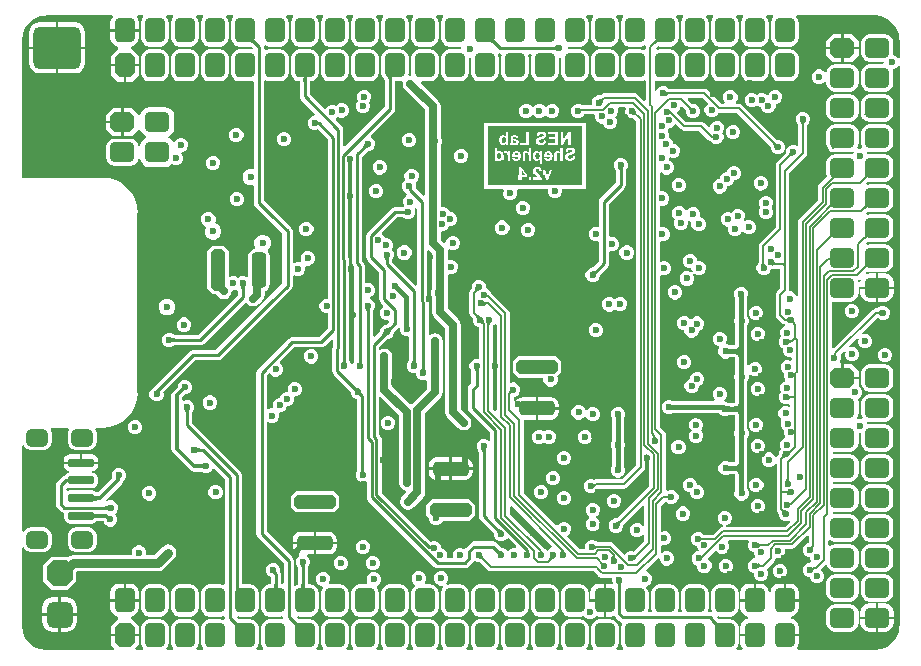
<source format=gbr>
%TF.GenerationSoftware,Altium Limited,Altium Designer,22.7.1 (60)*%
G04 Layer_Physical_Order=6*
G04 Layer_Color=16711680*
%FSLAX45Y45*%
%MOMM*%
%TF.SameCoordinates,C880B6F6-60C4-4622-843B-A454360AD99E*%
%TF.FilePolarity,Positive*%
%TF.FileFunction,Copper,L6,Bot,Signal*%
%TF.Part,Single*%
G01*
G75*
%TA.AperFunction,Conductor*%
%ADD78C,0.20000*%
%ADD79C,0.40000*%
%ADD81C,0.25000*%
%ADD82C,0.50000*%
%ADD83C,0.30000*%
%ADD84C,0.15000*%
%ADD85C,0.35000*%
%ADD86C,0.70000*%
%ADD87C,0.75000*%
%TA.AperFunction,ComponentPad*%
G04:AMPARAMS|DCode=97|XSize=1.7mm|YSize=2.1mm|CornerRadius=0mm|HoleSize=0mm|Usage=FLASHONLY|Rotation=270.000|XOffset=0mm|YOffset=0mm|HoleType=Round|Shape=Octagon|*
%AMOCTAGOND97*
4,1,8,1.05000,0.42500,1.05000,-0.42500,0.62500,-0.85000,-0.62500,-0.85000,-1.05000,-0.42500,-1.05000,0.42500,-0.62500,0.85000,0.62500,0.85000,1.05000,0.42500,0.0*
%
%ADD97OCTAGOND97*%

G04:AMPARAMS|DCode=98|XSize=1.7mm|YSize=2.1mm|CornerRadius=0.425mm|HoleSize=0mm|Usage=FLASHONLY|Rotation=270.000|XOffset=0mm|YOffset=0mm|HoleType=Round|Shape=RoundedRectangle|*
%AMROUNDEDRECTD98*
21,1,1.70000,1.25001,0,0,270.0*
21,1,0.85000,2.10000,0,0,270.0*
1,1,0.85000,-0.62500,-0.42500*
1,1,0.85000,-0.62500,0.42500*
1,1,0.85000,0.62500,0.42500*
1,1,0.85000,0.62500,-0.42500*
%
%ADD98ROUNDEDRECTD98*%
G04:AMPARAMS|DCode=99|XSize=1.7mm|YSize=2.1mm|CornerRadius=0mm|HoleSize=0mm|Usage=FLASHONLY|Rotation=0.000|XOffset=0mm|YOffset=0mm|HoleType=Round|Shape=Octagon|*
%AMOCTAGOND99*
4,1,8,-0.42500,1.05000,0.42500,1.05000,0.85000,0.62500,0.85000,-0.62500,0.42500,-1.05000,-0.42500,-1.05000,-0.85000,-0.62500,-0.85000,0.62500,-0.42500,1.05000,0.0*
%
%ADD99OCTAGOND99*%

G04:AMPARAMS|DCode=100|XSize=1.7mm|YSize=2.1mm|CornerRadius=0.425mm|HoleSize=0mm|Usage=FLASHONLY|Rotation=0.000|XOffset=0mm|YOffset=0mm|HoleType=Round|Shape=RoundedRectangle|*
%AMROUNDEDRECTD100*
21,1,1.70000,1.25001,0,0,0.0*
21,1,0.85000,2.10000,0,0,0.0*
1,1,0.85000,0.42500,-0.62500*
1,1,0.85000,-0.42500,-0.62500*
1,1,0.85000,-0.42500,0.62500*
1,1,0.85000,0.42500,0.62500*
%
%ADD100ROUNDEDRECTD100*%
G04:AMPARAMS|DCode=101|XSize=1.8mm|YSize=1.45mm|CornerRadius=0.3625mm|HoleSize=0mm|Usage=FLASHONLY|Rotation=180.000|XOffset=0mm|YOffset=0mm|HoleType=Round|Shape=RoundedRectangle|*
%AMROUNDEDRECTD101*
21,1,1.80000,0.72500,0,0,180.0*
21,1,1.07500,1.45000,0,0,180.0*
1,1,0.72500,-0.53750,0.36250*
1,1,0.72500,0.53750,0.36250*
1,1,0.72500,0.53750,-0.36250*
1,1,0.72500,-0.53750,-0.36250*
%
%ADD101ROUNDEDRECTD101*%
G04:AMPARAMS|DCode=102|XSize=4mm|YSize=3.6mm|CornerRadius=0.54mm|HoleSize=0mm|Usage=FLASHONLY|Rotation=0.000|XOffset=0mm|YOffset=0mm|HoleType=Round|Shape=RoundedRectangle|*
%AMROUNDEDRECTD102*
21,1,4.00000,2.52000,0,0,0.0*
21,1,2.92000,3.60000,0,0,0.0*
1,1,1.08000,1.46000,-1.26000*
1,1,1.08000,-1.46000,-1.26000*
1,1,1.08000,-1.46000,1.26000*
1,1,1.08000,1.46000,1.26000*
%
%ADD102ROUNDEDRECTD102*%
G04:AMPARAMS|DCode=103|XSize=2.2mm|YSize=2.2mm|CornerRadius=0mm|HoleSize=0mm|Usage=FLASHONLY|Rotation=270.000|XOffset=0mm|YOffset=0mm|HoleType=Round|Shape=Octagon|*
%AMOCTAGOND103*
4,1,8,-0.55000,-1.10000,0.55000,-1.10000,1.10000,-0.55000,1.10000,0.55000,0.55000,1.10000,-0.55000,1.10000,-1.10000,0.55000,-1.10000,-0.55000,-0.55000,-1.10000,0.0*
%
%ADD103OCTAGOND103*%

G04:AMPARAMS|DCode=104|XSize=2.2mm|YSize=2.2mm|CornerRadius=0.55mm|HoleSize=0mm|Usage=FLASHONLY|Rotation=270.000|XOffset=0mm|YOffset=0mm|HoleType=Round|Shape=RoundedRectangle|*
%AMROUNDEDRECTD104*
21,1,2.20000,1.10000,0,0,270.0*
21,1,1.10000,2.20000,0,0,270.0*
1,1,1.10000,-0.55000,-0.55000*
1,1,1.10000,-0.55000,0.55000*
1,1,1.10000,0.55000,0.55000*
1,1,1.10000,0.55000,-0.55000*
%
%ADD104ROUNDEDRECTD104*%
%TA.AperFunction,ViaPad*%
%ADD105C,0.60000*%
%TA.AperFunction,SMDPad,CuDef*%
G04:AMPARAMS|DCode=109|XSize=2.2mm|YSize=0.7mm|CornerRadius=0.175mm|HoleSize=0mm|Usage=FLASHONLY|Rotation=180.000|XOffset=0mm|YOffset=0mm|HoleType=Round|Shape=RoundedRectangle|*
%AMROUNDEDRECTD109*
21,1,2.20000,0.35000,0,0,180.0*
21,1,1.85000,0.70000,0,0,180.0*
1,1,0.35000,-0.92500,0.17500*
1,1,0.35000,0.92500,0.17500*
1,1,0.35000,0.92500,-0.17500*
1,1,0.35000,-0.92500,-0.17500*
%
%ADD109ROUNDEDRECTD109*%
G04:AMPARAMS|DCode=110|XSize=1.2mm|YSize=3mm|CornerRadius=0.3mm|HoleSize=0mm|Usage=FLASHONLY|Rotation=270.000|XOffset=0mm|YOffset=0mm|HoleType=Round|Shape=RoundedRectangle|*
%AMROUNDEDRECTD110*
21,1,1.20000,2.40000,0,0,270.0*
21,1,0.60000,3.00000,0,0,270.0*
1,1,0.60000,-1.20000,-0.30000*
1,1,0.60000,-1.20000,0.30000*
1,1,0.60000,1.20000,0.30000*
1,1,0.60000,1.20000,-0.30000*
%
%ADD110ROUNDEDRECTD110*%
G04:AMPARAMS|DCode=111|XSize=1.2mm|YSize=3.5mm|CornerRadius=0mm|HoleSize=0mm|Usage=FLASHONLY|Rotation=270.000|XOffset=0mm|YOffset=0mm|HoleType=Round|Shape=Octagon|*
%AMOCTAGOND111*
4,1,8,1.75000,0.30000,1.75000,-0.30000,1.45000,-0.60000,-1.45000,-0.60000,-1.75000,-0.30000,-1.75000,0.30000,-1.45000,0.60000,1.45000,0.60000,1.75000,0.30000,0.0*
%
%ADD111OCTAGOND111*%

G04:AMPARAMS|DCode=112|XSize=1.2mm|YSize=3mm|CornerRadius=0.3mm|HoleSize=0mm|Usage=FLASHONLY|Rotation=0.000|XOffset=0mm|YOffset=0mm|HoleType=Round|Shape=RoundedRectangle|*
%AMROUNDEDRECTD112*
21,1,1.20000,2.40000,0,0,0.0*
21,1,0.60000,3.00000,0,0,0.0*
1,1,0.60000,0.30000,-1.20000*
1,1,0.60000,-0.30000,-1.20000*
1,1,0.60000,-0.30000,1.20000*
1,1,0.60000,0.30000,1.20000*
%
%ADD112ROUNDEDRECTD112*%
G04:AMPARAMS|DCode=113|XSize=1.2mm|YSize=3.5mm|CornerRadius=0mm|HoleSize=0mm|Usage=FLASHONLY|Rotation=0.000|XOffset=0mm|YOffset=0mm|HoleType=Round|Shape=Octagon|*
%AMOCTAGOND113*
4,1,8,-0.30000,1.75000,0.30000,1.75000,0.60000,1.45000,0.60000,-1.45000,0.30000,-1.75000,-0.30000,-1.75000,-0.60000,-1.45000,-0.60000,1.45000,-0.30000,1.75000,0.0*
%
%ADD113OCTAGOND113*%

G36*
X6544322Y5189773D02*
X6543154Y5190590D01*
X6541739Y5190949D01*
X6540075Y5190852D01*
X6538164Y5190298D01*
X6536005Y5189288D01*
X6533599Y5187822D01*
X6530946Y5185899D01*
X6528044Y5183519D01*
X6521498Y5177391D01*
X6510891Y5187997D01*
X6514184Y5191394D01*
X6519399Y5197445D01*
X6521322Y5200099D01*
X6522789Y5202505D01*
X6523798Y5204664D01*
X6524352Y5206575D01*
X6524449Y5208238D01*
X6524090Y5209654D01*
X6523274Y5210822D01*
X6544322Y5189773D01*
D02*
G37*
G36*
X5162577Y5219707D02*
X5162035Y5217288D01*
X5162293Y5214418D01*
X5163350Y5211097D01*
X5165208Y5207324D01*
X5167864Y5203100D01*
X5171321Y5198424D01*
X5175577Y5193297D01*
X5186489Y5181689D01*
X5168811Y5164011D01*
X5162781Y5169867D01*
X5152076Y5179179D01*
X5147400Y5182636D01*
X5143176Y5185292D01*
X5139403Y5187149D01*
X5136082Y5188207D01*
X5133212Y5188465D01*
X5130793Y5187923D01*
X5128826Y5186581D01*
X5163919Y5221674D01*
X5162577Y5219707D01*
D02*
G37*
G36*
X3130577D02*
X3130035Y5217288D01*
X3130293Y5214418D01*
X3131350Y5211097D01*
X3133208Y5207324D01*
X3135864Y5203100D01*
X3139321Y5198424D01*
X3143577Y5193297D01*
X3154489Y5181689D01*
X3136811Y5164011D01*
X3130781Y5169867D01*
X3120076Y5179179D01*
X3115400Y5182636D01*
X3111176Y5185292D01*
X3107403Y5187149D01*
X3104082Y5188207D01*
X3101212Y5188465D01*
X3098793Y5187923D01*
X3096826Y5186581D01*
X3131919Y5221674D01*
X3130577Y5219707D01*
D02*
G37*
G36*
X8434462Y5410484D02*
X8485651Y5389281D01*
X8529609Y5355551D01*
X8563338Y5311594D01*
X8584542Y5260404D01*
X8589867Y5219955D01*
X8591113Y5205471D01*
X8591116Y5205460D01*
X8591116Y5190471D01*
X8591120Y5057416D01*
X8576120Y5054432D01*
X8575688Y5055475D01*
X8558809Y5072354D01*
X8536757Y5081488D01*
X8534972Y5083663D01*
X8538420Y5101000D01*
Y5186000D01*
X8532793Y5214288D01*
X8516770Y5238269D01*
X8492788Y5254293D01*
X8464500Y5259920D01*
X8339500D01*
X8311212Y5254293D01*
X8287230Y5238269D01*
X8271206Y5214288D01*
X8265580Y5186000D01*
Y5101000D01*
X8271206Y5072712D01*
X8287230Y5048731D01*
X8311212Y5032707D01*
X8339500Y5027080D01*
X8452748D01*
X8456163Y5022790D01*
X8451218Y5006746D01*
X8450419Y5005920D01*
X8339500D01*
X8311212Y5000293D01*
X8287230Y4984269D01*
X8271206Y4960288D01*
X8265580Y4932000D01*
Y4847000D01*
X8271206Y4818712D01*
X8287230Y4794731D01*
X8311212Y4778707D01*
X8339500Y4773080D01*
X8464500D01*
X8492788Y4778707D01*
X8516770Y4794731D01*
X8532793Y4818712D01*
X8538420Y4847000D01*
Y4932000D01*
X8535538Y4946488D01*
X8536757Y4961488D01*
X8558809Y4970623D01*
X8575688Y4987501D01*
X8576122Y4988549D01*
X8591122Y4985565D01*
X8591247Y270194D01*
X8591247Y269996D01*
Y255256D01*
X8589999Y240773D01*
X8584683Y200394D01*
X8563507Y149271D01*
X8529821Y105371D01*
X8485921Y71685D01*
X8434798Y50509D01*
X8381926Y43549D01*
X8379938Y43944D01*
X7730948D01*
X7722930Y58944D01*
X7735503Y77761D01*
X7741518Y108000D01*
Y160500D01*
X7620000D01*
Y180500D01*
X7741518D01*
Y233000D01*
X7735503Y263239D01*
X7718374Y288874D01*
X7692739Y306003D01*
X7673386Y309853D01*
Y325147D01*
X7692739Y328997D01*
X7718374Y346126D01*
X7735503Y371761D01*
X7741518Y402000D01*
Y454500D01*
X7620000D01*
Y464500D01*
X7610000D01*
Y606018D01*
X7577500D01*
X7547261Y600003D01*
X7521626Y582874D01*
X7504497Y557239D01*
X7500647Y537885D01*
X7485353D01*
X7481503Y557239D01*
X7464374Y582874D01*
X7438739Y600003D01*
X7408500Y606018D01*
X7376000D01*
Y464500D01*
X7366000D01*
Y454500D01*
X7244482D01*
Y402000D01*
X7250497Y371761D01*
X7267626Y346126D01*
X7293261Y328997D01*
X7312614Y325147D01*
Y309853D01*
X7293261Y306003D01*
X7267626Y288874D01*
X7250497Y263239D01*
X7244482Y233000D01*
Y180500D01*
X7366000D01*
Y160500D01*
X7244482D01*
Y108000D01*
X7250497Y77761D01*
X7263070Y58944D01*
X7255052Y43944D01*
X7214074D01*
X7208917Y58944D01*
X7222793Y79712D01*
X7228420Y108000D01*
Y233000D01*
X7222793Y261288D01*
X7206769Y285270D01*
X7182788Y301294D01*
X7154500Y306920D01*
X7069500D01*
X7059987Y305028D01*
X7059084Y305695D01*
X7051414Y312367D01*
X7046401Y317380D01*
X7053790Y331205D01*
X7069500Y328080D01*
X7154500D01*
X7182788Y333706D01*
X7206769Y349730D01*
X7222793Y373712D01*
X7228420Y402000D01*
Y527000D01*
X7222793Y555288D01*
X7206769Y579270D01*
X7182788Y595293D01*
X7154500Y600920D01*
X7069500D01*
X7041212Y595293D01*
X7017231Y579270D01*
X7001207Y555288D01*
X6995580Y527000D01*
Y402000D01*
X7000960Y374954D01*
X6997658Y369383D01*
X6992543Y363145D01*
X6977727Y364690D01*
X6969712Y378332D01*
X6974420Y402000D01*
Y527000D01*
X6968793Y555288D01*
X6952769Y579270D01*
X6928788Y595293D01*
X6900500Y600920D01*
X6815500D01*
X6787212Y595293D01*
X6763231Y579270D01*
X6747207Y555288D01*
X6741580Y527000D01*
Y402000D01*
X6746288Y378332D01*
X6738317Y364765D01*
X6723683D01*
X6715712Y378332D01*
X6720420Y402000D01*
Y527000D01*
X6714793Y555288D01*
X6698769Y579270D01*
X6674788Y595293D01*
X6646500Y600920D01*
X6561500D01*
X6533212Y595293D01*
X6509231Y579270D01*
X6493207Y555288D01*
X6487580Y527000D01*
Y402000D01*
X6492288Y378332D01*
X6484317Y364765D01*
X6469683D01*
X6461712Y378332D01*
X6466420Y402000D01*
Y527000D01*
X6460793Y555288D01*
X6448651Y573460D01*
X6448517Y574915D01*
X6452882Y589401D01*
X6453855Y590616D01*
X6469372Y597044D01*
X6486251Y613922D01*
X6495385Y635974D01*
Y659844D01*
X6486251Y681896D01*
X6469372Y698775D01*
X6451473Y706189D01*
X6445839Y721767D01*
X6545000Y820929D01*
X6560000Y814715D01*
Y808065D01*
X6569134Y786013D01*
X6586013Y769134D01*
X6608065Y760000D01*
X6631935D01*
X6653987Y769134D01*
X6670865Y786013D01*
X6680000Y808065D01*
Y831935D01*
X6670865Y853987D01*
X6653987Y870865D01*
X6631935Y880000D01*
X6608065D01*
X6586013Y870865D01*
X6583234Y868087D01*
X6568234Y874300D01*
Y924791D01*
X6580706Y933125D01*
X6588249Y930000D01*
X6612119D01*
X6634171Y939135D01*
X6651050Y956013D01*
X6660184Y978065D01*
Y1001935D01*
X6651050Y1023987D01*
X6634171Y1040866D01*
X6612119Y1050000D01*
X6588249D01*
X6580706Y1046875D01*
X6568234Y1055209D01*
Y1264163D01*
X6605837Y1301766D01*
X6608542D01*
X6620221Y1294059D01*
X6623536Y1291611D01*
X6626013Y1289135D01*
X6648065Y1280000D01*
X6671935D01*
X6693987Y1289135D01*
X6710865Y1306013D01*
X6720000Y1328065D01*
Y1351935D01*
X6710865Y1373987D01*
X6693987Y1390866D01*
X6671935Y1400000D01*
X6648065D01*
X6628234Y1391786D01*
X6619287Y1395305D01*
X6613545Y1399096D01*
X6613234Y1399428D01*
Y1865000D01*
X6610324Y1879631D01*
X6602036Y1892036D01*
X6562214Y1931857D01*
Y3210069D01*
X6574686Y3218403D01*
X6581195Y3215707D01*
X6605064D01*
X6627117Y3224841D01*
X6643995Y3241719D01*
X6653129Y3263772D01*
Y3287641D01*
X6643995Y3309694D01*
X6627117Y3326572D01*
X6605064Y3335707D01*
X6581195D01*
X6574686Y3333011D01*
X6562214Y3341344D01*
Y3497606D01*
X6572554Y3504515D01*
X6596423D01*
X6618475Y3513649D01*
X6635354Y3530528D01*
X6644488Y3552580D01*
Y3576450D01*
X6635354Y3598502D01*
X6618475Y3615380D01*
X6596423Y3624515D01*
X6572554D01*
X6562214Y3631423D01*
Y3805781D01*
X6564546Y3807338D01*
X6588415D01*
X6610467Y3816472D01*
X6627346Y3833351D01*
X6636480Y3855403D01*
Y3879273D01*
X6627346Y3901325D01*
X6610467Y3918203D01*
X6588415Y3927338D01*
X6564546D01*
X6562214Y3928895D01*
Y4081720D01*
X6577214Y4087933D01*
X6586013Y4079135D01*
X6608065Y4070000D01*
X6631935D01*
X6653987Y4079135D01*
X6670865Y4096013D01*
X6680000Y4118065D01*
Y4141935D01*
X6670865Y4163987D01*
X6653987Y4180866D01*
X6638101Y4187446D01*
X6642500Y4198065D01*
Y4206928D01*
X6654972Y4215262D01*
X6663881Y4211571D01*
X6687750D01*
X6709803Y4220706D01*
X6726681Y4237584D01*
X6735815Y4259637D01*
Y4283506D01*
X6726681Y4305559D01*
X6709803Y4322437D01*
X6687750Y4331571D01*
X6670000D01*
Y4341935D01*
X6660866Y4363987D01*
X6643987Y4380866D01*
X6640172Y4382446D01*
X6642500Y4388065D01*
Y4411935D01*
X6633365Y4433987D01*
X6627353Y4440000D01*
X6633365Y4446013D01*
X6642500Y4468065D01*
Y4468229D01*
X6653705D01*
X6675758Y4477364D01*
X6692636Y4494242D01*
X6700185Y4495743D01*
X6742964Y4452964D01*
X6755369Y4444676D01*
X6770000Y4441766D01*
X6894163D01*
X6972964Y4362964D01*
X6985368Y4354676D01*
X6992769Y4353204D01*
X7007138Y4338835D01*
X7029191Y4329701D01*
X7053060D01*
X7075113Y4338835D01*
X7091991Y4355713D01*
X7101125Y4377766D01*
Y4401635D01*
X7091991Y4423688D01*
X7091510Y4424169D01*
X7100001Y4432661D01*
X7109135Y4454713D01*
Y4478583D01*
X7100001Y4500635D01*
X7083123Y4517513D01*
X7061070Y4526648D01*
X7037201D01*
X7015148Y4517513D01*
X6998270Y4500635D01*
X6989136Y4478583D01*
Y4474534D01*
X6975278Y4468794D01*
X6937036Y4507036D01*
X6924632Y4515324D01*
X6910000Y4518234D01*
X6785837D01*
X6711242Y4592830D01*
X6713988Y4606635D01*
X6730866Y4623513D01*
X6736822Y4637892D01*
X6753858Y4642069D01*
X6781576Y4614351D01*
X6784386Y4600643D01*
X6784999Y4596566D01*
Y4593065D01*
X6794133Y4571013D01*
X6811012Y4554135D01*
X6833064Y4545000D01*
X6856934D01*
X6878986Y4554135D01*
X6895865Y4571013D01*
X6904999Y4593065D01*
Y4616935D01*
X6895865Y4638987D01*
X6878986Y4655866D01*
X6856934Y4665000D01*
X6853433D01*
X6848989Y4665669D01*
X6841135Y4667082D01*
X6835708Y4668363D01*
X6798663Y4705408D01*
X6804403Y4719266D01*
X6922832D01*
X6967293Y4674805D01*
X6966012Y4668365D01*
X6949134Y4651487D01*
X6940000Y4629435D01*
Y4605565D01*
X6949134Y4583513D01*
X6966013Y4566635D01*
X6988065Y4557500D01*
X7011935D01*
X7033987Y4566635D01*
X7050866Y4583513D01*
X7055189Y4593950D01*
X7066170Y4591766D01*
X7214163D01*
X7496578Y4309351D01*
X7499387Y4295643D01*
X7500000Y4291566D01*
Y4288065D01*
X7509135Y4266013D01*
X7526013Y4249135D01*
X7548065Y4240000D01*
X7571935D01*
X7593987Y4249135D01*
X7610866Y4266013D01*
X7620000Y4288065D01*
Y4311935D01*
X7610866Y4333987D01*
X7593987Y4350866D01*
X7571935Y4360000D01*
X7568434D01*
X7563990Y4360668D01*
X7556136Y4362082D01*
X7550709Y4363362D01*
X7257036Y4657036D01*
X7244632Y4665324D01*
X7230000Y4668234D01*
X7210054D01*
X7203841Y4683234D01*
X7210603Y4689996D01*
X7219737Y4712049D01*
Y4735918D01*
X7210603Y4757971D01*
X7193724Y4774849D01*
X7171672Y4783983D01*
X7147803D01*
X7125750Y4774849D01*
X7108872Y4757971D01*
X7099737Y4735918D01*
Y4712049D01*
X7108872Y4689996D01*
X7115634Y4683234D01*
X7109420Y4668234D01*
X7082007D01*
X6965705Y4784536D01*
X6953301Y4792824D01*
X6938670Y4795734D01*
X6641458D01*
X6629779Y4803441D01*
X6626464Y4805889D01*
X6623987Y4808366D01*
X6601935Y4817500D01*
X6578065D01*
X6556013Y4808366D01*
X6539134Y4791487D01*
X6533234Y4777243D01*
X6518234Y4780227D01*
Y4859804D01*
X6531463Y4866875D01*
X6533212Y4865707D01*
X6561500Y4860080D01*
X6646500D01*
X6674788Y4865707D01*
X6698769Y4881730D01*
X6714793Y4905712D01*
X6720420Y4934000D01*
Y5059000D01*
X6714793Y5087288D01*
X6698769Y5111270D01*
X6674788Y5127294D01*
X6646500Y5132920D01*
X6561500D01*
X6536790Y5128005D01*
X6528150Y5140578D01*
X6544944Y5157373D01*
X6561500Y5154080D01*
X6646500D01*
X6674788Y5159706D01*
X6698769Y5175730D01*
X6714793Y5199712D01*
X6720420Y5228000D01*
Y5353000D01*
X6714793Y5381288D01*
X6700917Y5402056D01*
X6706074Y5417056D01*
X6755926D01*
X6761083Y5402056D01*
X6747207Y5381288D01*
X6741580Y5353000D01*
Y5228000D01*
X6747207Y5199712D01*
X6763231Y5175730D01*
X6787212Y5159706D01*
X6815500Y5154080D01*
X6900500D01*
X6928788Y5159706D01*
X6952769Y5175730D01*
X6968793Y5199712D01*
X6974420Y5228000D01*
Y5353000D01*
X6968793Y5381288D01*
X6954917Y5402056D01*
X6960074Y5417056D01*
X7009926D01*
X7015083Y5402056D01*
X7001207Y5381288D01*
X6995580Y5353000D01*
Y5228000D01*
X7001207Y5199712D01*
X7017231Y5175730D01*
X7041212Y5159706D01*
X7069500Y5154080D01*
X7154500D01*
X7182788Y5159706D01*
X7206769Y5175730D01*
X7222793Y5199712D01*
X7228420Y5228000D01*
Y5353000D01*
X7222793Y5381288D01*
X7208917Y5402056D01*
X7214074Y5417056D01*
X7263926D01*
X7269083Y5402056D01*
X7255207Y5381288D01*
X7249580Y5353000D01*
Y5228000D01*
X7255207Y5199712D01*
X7271231Y5175730D01*
X7295212Y5159706D01*
X7323500Y5154080D01*
X7408500D01*
X7436788Y5159706D01*
X7460769Y5175730D01*
X7476793Y5199712D01*
X7482420Y5228000D01*
Y5353000D01*
X7476793Y5381288D01*
X7462917Y5402056D01*
X7468074Y5417056D01*
X7517926D01*
X7523083Y5402056D01*
X7509207Y5381288D01*
X7503580Y5353000D01*
Y5228000D01*
X7509207Y5199712D01*
X7525231Y5175730D01*
X7549212Y5159706D01*
X7577500Y5154080D01*
X7662500D01*
X7690788Y5159706D01*
X7714769Y5175730D01*
X7730793Y5199712D01*
X7736420Y5228000D01*
Y5353000D01*
X7730793Y5381288D01*
X7716917Y5402056D01*
X7722074Y5417056D01*
X8379531D01*
X8381527Y5417453D01*
X8434462Y5410484D01*
D02*
G37*
G36*
X6253083Y5402056D02*
X6239207Y5381288D01*
X6233580Y5353000D01*
Y5228000D01*
X6239207Y5199712D01*
X6255231Y5175730D01*
X6279212Y5159706D01*
X6307500Y5154080D01*
X6392500D01*
X6420788Y5159706D01*
X6431715Y5167008D01*
X6433193Y5166338D01*
X6443872Y5157090D01*
X6441766Y5146500D01*
Y5129187D01*
X6428537Y5122116D01*
X6420788Y5127294D01*
X6392500Y5132920D01*
X6307500D01*
X6279212Y5127294D01*
X6255231Y5111270D01*
X6239207Y5087288D01*
X6233580Y5059000D01*
Y4934000D01*
X6239207Y4905712D01*
X6255231Y4881730D01*
X6279212Y4865707D01*
X6307500Y4860080D01*
X6392500D01*
X6420788Y4865707D01*
X6428537Y4870884D01*
X6441766Y4863813D01*
Y4701904D01*
X6427908Y4696164D01*
X6377036Y4747036D01*
X6364632Y4755324D01*
X6350000Y4758234D01*
X6090000D01*
X6075368Y4755324D01*
X6062964Y4747036D01*
X6059351Y4743423D01*
X6045643Y4740613D01*
X6041566Y4740000D01*
X6038065D01*
X6016013Y4730866D01*
X5999135Y4713987D01*
X5990000Y4691935D01*
Y4668066D01*
X5983431Y4658234D01*
X5906618D01*
X5903987Y4660865D01*
X5881935Y4670000D01*
X5858065D01*
X5836013Y4660865D01*
X5819134Y4643987D01*
X5810000Y4621935D01*
Y4598065D01*
X5819134Y4576013D01*
X5836013Y4559134D01*
X5858065Y4550000D01*
X5881935D01*
X5903987Y4559134D01*
X5920865Y4576013D01*
X5923248Y4581766D01*
X6007684D01*
X6012813Y4574089D01*
Y4550220D01*
X6021947Y4528168D01*
X6038826Y4511289D01*
X6060878Y4502155D01*
X6084188D01*
X6091538Y4484410D01*
X6108416Y4467532D01*
X6130469Y4458397D01*
X6154338D01*
X6176391Y4467532D01*
X6193269Y4484410D01*
X6202403Y4506463D01*
Y4530332D01*
X6193269Y4552385D01*
X6185253Y4560400D01*
X6200865Y4576013D01*
X6210000Y4598065D01*
Y4621935D01*
X6206952Y4629294D01*
X6215285Y4641766D01*
X6263127D01*
X6271460Y4629294D01*
X6267943Y4620803D01*
Y4596934D01*
X6277078Y4574881D01*
X6293956Y4558003D01*
X6316008Y4548869D01*
X6319509D01*
X6323953Y4548200D01*
X6331807Y4546787D01*
X6337234Y4545506D01*
X6361766Y4520975D01*
Y1605837D01*
X6244163Y1488234D01*
X6021287D01*
X6006655Y1485324D01*
X6006029Y1484905D01*
X5993920Y1489921D01*
X5970050D01*
X5947998Y1480787D01*
X5931119Y1463908D01*
X5921985Y1441856D01*
Y1417986D01*
X5931119Y1395934D01*
X5947998Y1379056D01*
X5970050Y1369921D01*
X5993920D01*
X6015972Y1379056D01*
X6032851Y1395934D01*
X6035444Y1402194D01*
X6036531Y1403577D01*
X6036608Y1403850D01*
X6036779Y1404075D01*
X6039808Y1410313D01*
X6040609Y1411766D01*
X6260000D01*
X6274632Y1414676D01*
X6287036Y1422964D01*
X6427036Y1562964D01*
X6435324Y1575368D01*
X6438234Y1590000D01*
Y1698096D01*
X6452092Y1703837D01*
X6471766Y1684163D01*
Y1433057D01*
X6200741Y1162032D01*
X6187033Y1159223D01*
X6182958Y1158610D01*
X6179455D01*
X6157403Y1149476D01*
X6140524Y1132597D01*
X6131390Y1110545D01*
Y1086675D01*
X6140524Y1064623D01*
X6157403Y1047745D01*
X6179455Y1038610D01*
X6203325D01*
X6225377Y1047745D01*
X6242255Y1064623D01*
X6251390Y1086675D01*
Y1090178D01*
X6252058Y1094619D01*
X6253472Y1102475D01*
X6254752Y1107901D01*
X6417908Y1271056D01*
X6431766Y1265316D01*
Y1103885D01*
X6416766Y1098087D01*
X6403987Y1110865D01*
X6381935Y1120000D01*
X6358065D01*
X6336013Y1110865D01*
X6319134Y1093987D01*
X6310000Y1071935D01*
Y1048065D01*
X6319134Y1026013D01*
X6336013Y1009134D01*
X6358065Y1000000D01*
X6381935D01*
X6403987Y1009134D01*
X6416766Y1021913D01*
X6431766Y1016115D01*
Y965837D01*
X6342331Y876402D01*
X6340012Y877182D01*
X6338161Y877421D01*
X6331935Y880000D01*
X6308065D01*
X6286013Y870865D01*
X6269135Y853987D01*
X6263656Y852897D01*
X6169518Y947036D01*
X6157113Y955324D01*
X6142482Y958234D01*
X6035556D01*
X6024062Y963291D01*
X6023987Y963366D01*
X6022353Y964042D01*
X6021455Y964437D01*
X6018098Y966178D01*
X6015104Y967045D01*
X6001934Y972500D01*
X5978065D01*
X5956012Y963366D01*
X5939134Y946487D01*
X5930000Y924435D01*
Y900566D01*
X5927774Y897234D01*
X5886838D01*
X5780062Y1004009D01*
X5782988Y1018721D01*
X5783987Y1019135D01*
X5800865Y1036013D01*
X5810000Y1058065D01*
Y1081935D01*
X5800865Y1103987D01*
X5783987Y1120866D01*
X5761934Y1130000D01*
X5738065D01*
X5716012Y1120866D01*
X5700216Y1105069D01*
X5695825Y1102413D01*
X5684009Y1100063D01*
X5408234Y1375837D01*
Y1990000D01*
X5411293Y1993727D01*
X5510000D01*
Y2090000D01*
Y2186273D01*
X5400000D01*
X5374638Y2181228D01*
X5353138Y2166862D01*
X5340565Y2148046D01*
X5327621Y2149735D01*
X5325565Y2150541D01*
Y2190000D01*
X5331935D01*
X5353987Y2199135D01*
X5370866Y2216013D01*
X5380000Y2238065D01*
Y2261935D01*
X5370866Y2283987D01*
X5353987Y2300866D01*
X5331935Y2310000D01*
X5308065D01*
X5303206Y2307987D01*
X5290734Y2316321D01*
Y2897500D01*
X5287824Y2912132D01*
X5279536Y2924536D01*
X5134495Y3069577D01*
X5129701Y3072779D01*
X5124582Y3085138D01*
X5107704Y3102016D01*
X5090000Y3109350D01*
Y3131935D01*
X5080866Y3153987D01*
X5063987Y3170866D01*
X5041935Y3180000D01*
X5018065D01*
X4996013Y3170866D01*
X4979135Y3153987D01*
X4970000Y3131935D01*
Y3116111D01*
X4969748Y3113668D01*
X4970000Y3110983D01*
Y3108065D01*
X4970137Y3107735D01*
X4970127Y3106980D01*
X4961162Y3098014D01*
X4952321Y3084783D01*
X4949216Y3069176D01*
X4949216Y3069175D01*
Y2900001D01*
X4949216Y2900000D01*
X4952321Y2884393D01*
X4961162Y2871162D01*
X4979850Y2852473D01*
X4979851Y2848049D01*
X4979635Y2845150D01*
X4980000Y2842172D01*
Y2828065D01*
X4989135Y2806013D01*
X5006013Y2789134D01*
X5028065Y2780000D01*
X5029217D01*
Y2514866D01*
X5021934Y2510000D01*
X4998065D01*
X4976013Y2500865D01*
X4959134Y2483987D01*
X4950000Y2461935D01*
Y2438065D01*
X4959134Y2416013D01*
X4961586Y2413561D01*
X4962814Y2411858D01*
X4965361Y2407804D01*
X4965916Y2406754D01*
X4966419Y2405657D01*
X4966667Y2405009D01*
Y2301697D01*
X4949359Y2284389D01*
X4939966Y2270331D01*
X4936668Y2253748D01*
Y2096967D01*
X4939966Y2080384D01*
X4949359Y2066327D01*
X5126668Y1889018D01*
Y1819398D01*
X5111668Y1813185D01*
X5103987Y1820866D01*
X5081935Y1830000D01*
X5058065D01*
X5036013Y1820866D01*
X5019134Y1803987D01*
X5010000Y1781935D01*
Y1758065D01*
X5019134Y1736013D01*
X5021586Y1733561D01*
X5022814Y1731858D01*
X5025361Y1727804D01*
X5025916Y1726754D01*
X5026419Y1725657D01*
X5026668Y1725009D01*
Y1180000D01*
X5029966Y1163417D01*
X5039359Y1149359D01*
X5157545Y1031173D01*
X5157828Y1030539D01*
X5158249Y1029406D01*
X5158598Y1028274D01*
X5159664Y1023606D01*
X5160000Y1021530D01*
Y1018065D01*
X5169134Y996013D01*
X5186013Y979134D01*
X5208065Y970000D01*
X5231935D01*
X5253987Y979134D01*
X5262639Y987786D01*
X5282866Y988772D01*
X5347856Y923783D01*
X5343607Y913892D01*
X5340426Y910000D01*
X5318065D01*
X5296013Y900866D01*
X5284768Y889621D01*
X5275000Y885663D01*
X5265232Y889621D01*
X5253987Y900866D01*
X5231935Y910000D01*
X5228470D01*
X5226394Y910336D01*
X5221726Y911402D01*
X5220593Y911751D01*
X5219464Y912171D01*
X5218826Y912455D01*
X5180641Y950640D01*
X5166583Y960034D01*
X5150000Y963332D01*
X4990000D01*
X4973417Y960034D01*
X4959359Y950640D01*
X4919359Y910641D01*
X4917784Y908282D01*
X4903987Y900866D01*
X4897857Y903405D01*
X4881935Y910000D01*
X4858065D01*
X4836013Y900866D01*
X4819134Y883987D01*
X4810000Y861935D01*
Y838065D01*
X4810937Y835804D01*
X4802603Y823332D01*
X4767397D01*
X4759063Y835804D01*
X4760000Y838065D01*
Y861935D01*
X4750866Y883987D01*
X4733987Y900866D01*
X4711935Y910000D01*
X4710000D01*
Y921935D01*
X4700866Y943987D01*
X4683987Y960865D01*
X4661935Y970000D01*
X4638065D01*
X4619126Y962155D01*
X4205832Y1375449D01*
Y1827501D01*
X4202534Y1844083D01*
X4193141Y1858141D01*
X4181358Y1869924D01*
Y2183704D01*
X4196358Y2189917D01*
X4353727Y2032549D01*
Y1462033D01*
X4353139Y1459077D01*
X4358184Y1433715D01*
X4372550Y1412214D01*
X4394050Y1397848D01*
X4409781Y1394719D01*
X4414719Y1378443D01*
X4383138Y1346862D01*
X4368772Y1325362D01*
X4363727Y1300000D01*
X4368772Y1274638D01*
X4383138Y1253138D01*
X4404638Y1238771D01*
X4430000Y1233727D01*
X4455362Y1238771D01*
X4476862Y1253138D01*
X4556862Y1333138D01*
X4571229Y1354638D01*
X4576273Y1380000D01*
Y2052549D01*
X4706862Y2183138D01*
X4721229Y2204638D01*
X4726273Y2230000D01*
Y2660000D01*
X4721229Y2685362D01*
X4706862Y2706862D01*
X4685362Y2721228D01*
X4660000Y2726273D01*
X4634638Y2721228D01*
X4618333Y2710334D01*
X4603333Y2717133D01*
Y2988682D01*
X4600035Y3005265D01*
X4592728Y3016199D01*
Y3422335D01*
X4607728Y3428549D01*
X4633727Y3402550D01*
Y3096947D01*
X4625114Y3076154D01*
Y3052285D01*
X4633727Y3031492D01*
Y2910000D01*
X4638772Y2884639D01*
X4653138Y2863138D01*
X4743727Y2772549D01*
Y2060000D01*
X4748772Y2034639D01*
X4763138Y2013138D01*
X4853138Y1923138D01*
X4874638Y1908772D01*
X4900000Y1903727D01*
X4925362Y1908772D01*
X4946862Y1923138D01*
X4961229Y1944638D01*
X4966273Y1970000D01*
X4961229Y1995362D01*
X4946862Y2016862D01*
X4876273Y2087452D01*
Y2800000D01*
X4871229Y2825362D01*
X4856862Y2846862D01*
X4766273Y2937452D01*
Y3222121D01*
X4778066Y3230000D01*
X4801935D01*
X4823987Y3239134D01*
X4840866Y3256013D01*
X4850000Y3278065D01*
Y3301935D01*
X4840866Y3323987D01*
X4823987Y3340866D01*
X4801935Y3350000D01*
X4778066D01*
X4766273Y3357879D01*
Y3428169D01*
X4769396Y3431685D01*
X4780086Y3437448D01*
X4798065Y3430000D01*
X4821935D01*
X4843987Y3439135D01*
X4860866Y3456013D01*
X4870000Y3478065D01*
Y3501935D01*
X4860866Y3523987D01*
X4843987Y3540866D01*
X4821935Y3550000D01*
X4798065D01*
X4776013Y3540866D01*
X4759134Y3523987D01*
X4750000Y3501935D01*
Y3494939D01*
X4735000Y3488726D01*
X4706442Y3517284D01*
Y3576142D01*
X4706543Y3577003D01*
X4706884Y3578718D01*
X4717453Y3590000D01*
X4731935D01*
X4753987Y3599135D01*
X4770865Y3616013D01*
X4777208Y3631326D01*
X4800629D01*
X4822682Y3640461D01*
X4839560Y3657339D01*
X4848695Y3679391D01*
Y3703261D01*
X4839560Y3725313D01*
X4822682Y3742192D01*
X4800629Y3751326D01*
X4782986D01*
X4776771Y3766331D01*
X4759893Y3783210D01*
X4737840Y3792344D01*
X4713971D01*
X4706273Y3797487D01*
Y4316008D01*
X4706278Y4316013D01*
X4715412Y4338065D01*
Y4361935D01*
X4706278Y4383987D01*
X4706273Y4383992D01*
Y4650000D01*
X4701228Y4675362D01*
X4686862Y4696862D01*
X4538645Y4845080D01*
X4544858Y4860080D01*
X4614500D01*
X4642788Y4865707D01*
X4666769Y4881730D01*
X4682793Y4905712D01*
X4688420Y4934000D01*
Y5059000D01*
X4682793Y5087288D01*
X4666769Y5111270D01*
X4642788Y5127294D01*
X4614500Y5132920D01*
X4529500D01*
X4501212Y5127294D01*
X4477231Y5111270D01*
X4461207Y5087288D01*
X4455580Y5059000D01*
Y4934000D01*
X4458385Y4919899D01*
X4455068Y4914509D01*
X4445961Y4905470D01*
X4443960Y4905072D01*
X4431203Y4917828D01*
X4434420Y4934000D01*
Y5059000D01*
X4428793Y5087288D01*
X4412769Y5111270D01*
X4388788Y5127294D01*
X4360500Y5132920D01*
X4275500D01*
X4247212Y5127294D01*
X4223231Y5111270D01*
X4207207Y5087288D01*
X4201580Y5059000D01*
Y4934000D01*
X4207207Y4905712D01*
X4223231Y4881730D01*
X4234385Y4874277D01*
X4234389Y4874272D01*
X4234627Y4872768D01*
X4235313Y4863516D01*
Y4646596D01*
X3897190Y4308473D01*
X3883332Y4314213D01*
Y4450000D01*
X3880034Y4466583D01*
X3870640Y4480641D01*
X3818089Y4533192D01*
X3821016Y4547904D01*
X3823987Y4549134D01*
X3836348Y4561495D01*
X3858065Y4552500D01*
X3881935D01*
X3903987Y4561634D01*
X3920865Y4578513D01*
X3930000Y4600565D01*
Y4624434D01*
X3920865Y4646487D01*
X3903987Y4663365D01*
X3881935Y4672500D01*
X3858065D01*
X3836013Y4663365D01*
X3823652Y4651004D01*
X3801935Y4660000D01*
X3778065D01*
X3756013Y4650865D01*
X3739135Y4633987D01*
X3737904Y4631016D01*
X3723192Y4628089D01*
X3599332Y4751949D01*
Y4860041D01*
X3599340Y4860247D01*
X3626788Y4865707D01*
X3650769Y4881730D01*
X3666793Y4905712D01*
X3672420Y4934000D01*
Y5059000D01*
X3666793Y5087288D01*
X3650769Y5111270D01*
X3626788Y5127294D01*
X3598500Y5132920D01*
X3513500D01*
X3485212Y5127294D01*
X3461231Y5111270D01*
X3445207Y5087288D01*
X3439580Y5059000D01*
Y4934000D01*
X3445207Y4905712D01*
X3461231Y4881730D01*
X3485212Y4865707D01*
X3512668Y4860245D01*
Y4734000D01*
X3515966Y4717417D01*
X3525359Y4703359D01*
X3643720Y4584998D01*
X3637507Y4569998D01*
X3628063D01*
X3606011Y4560864D01*
X3589132Y4543986D01*
X3579998Y4521933D01*
Y4498064D01*
X3589132Y4476011D01*
X3606011Y4459133D01*
X3628063Y4449999D01*
X3651932D01*
X3663802Y4454915D01*
X3754165Y4364552D01*
Y3021491D01*
X3751932Y3019999D01*
X3728063D01*
X3706010Y3010865D01*
X3689132Y2993986D01*
X3679998Y2971934D01*
Y2948064D01*
X3689132Y2926012D01*
X3706010Y2909134D01*
X3728063Y2899999D01*
X3751932D01*
X3754165Y2898507D01*
Y2770446D01*
X3677054Y2693335D01*
X3450001D01*
X3433418Y2690036D01*
X3419360Y2680643D01*
X3159359Y2420642D01*
X3149966Y2406584D01*
X3146668Y2390002D01*
Y1030000D01*
X3149966Y1013417D01*
X3159359Y999359D01*
X3376668Y782051D01*
Y614256D01*
X3363411Y605159D01*
X3353332Y610038D01*
Y690529D01*
X3350034Y707112D01*
X3349769Y707508D01*
X3350000Y708065D01*
Y731935D01*
X3340866Y753987D01*
X3323987Y770866D01*
X3301935Y780000D01*
X3278065D01*
X3256013Y770866D01*
X3239134Y753987D01*
X3230000Y731935D01*
Y708065D01*
X3239134Y686013D01*
X3256013Y669135D01*
X3266668Y664721D01*
Y600959D01*
X3266666Y600920D01*
X3259500D01*
X3231212Y595293D01*
X3207231Y579270D01*
X3191207Y555288D01*
X3185580Y527000D01*
Y402000D01*
X3191207Y373712D01*
X3207231Y349730D01*
X3231212Y333706D01*
X3259500Y328080D01*
X3344500D01*
X3359350Y331033D01*
X3372242Y321893D01*
X3372718Y315449D01*
X3359512Y303934D01*
X3344500Y306920D01*
X3259500D01*
X3231212Y301294D01*
X3207231Y285270D01*
X3191207Y261288D01*
X3185580Y233000D01*
Y108000D01*
X3191207Y79712D01*
X3205083Y58944D01*
X3199926Y43944D01*
X3150074D01*
X3144917Y58944D01*
X3158793Y79712D01*
X3164420Y108000D01*
Y233000D01*
X3158793Y261288D01*
X3142769Y285270D01*
X3118788Y301294D01*
X3090500Y306920D01*
X3005500D01*
X2995987Y305028D01*
X2995084Y305695D01*
X2987410Y312371D01*
X2982400Y317381D01*
X2989789Y331205D01*
X3005500Y328080D01*
X3090500D01*
X3118788Y333706D01*
X3142769Y349730D01*
X3158793Y373712D01*
X3164420Y402000D01*
Y527000D01*
X3158793Y555288D01*
X3142769Y579270D01*
X3118788Y595293D01*
X3090500Y600920D01*
X3023332D01*
Y1530000D01*
X3020034Y1546583D01*
X3010640Y1560641D01*
X2603332Y1967949D01*
Y2055009D01*
X2603581Y2055657D01*
X2604083Y2056753D01*
X2604638Y2057803D01*
X2607188Y2061861D01*
X2608414Y2063562D01*
X2610865Y2066013D01*
X2620000Y2088065D01*
Y2111935D01*
X2610865Y2133987D01*
X2593987Y2150866D01*
X2571935Y2160000D01*
X2548065D01*
X2530882Y2152882D01*
X2515881Y2160333D01*
Y2180995D01*
X2543089Y2208203D01*
X2543400Y2208395D01*
X2544009Y2208716D01*
X2544683Y2209016D01*
X2545456Y2209301D01*
X2546339Y2209565D01*
X2547362Y2209803D01*
X2548513Y2210000D01*
X2551935D01*
X2573987Y2219134D01*
X2590866Y2236013D01*
X2600000Y2258065D01*
Y2281935D01*
X2590866Y2303987D01*
X2573987Y2320866D01*
X2551935Y2330000D01*
X2528065D01*
X2506013Y2320866D01*
X2489134Y2303987D01*
X2480000Y2281935D01*
Y2278513D01*
X2479803Y2277362D01*
X2479565Y2276341D01*
X2479301Y2275455D01*
X2479016Y2274683D01*
X2478716Y2274010D01*
X2478395Y2273400D01*
X2478203Y2273089D01*
X2437557Y2232443D01*
X2427611Y2217558D01*
X2424118Y2200000D01*
Y1750000D01*
X2427611Y1732442D01*
X2437557Y1717557D01*
X2587557Y1567557D01*
X2602442Y1557611D01*
X2620000Y1554119D01*
X2678488D01*
X2678841Y1554035D01*
X2679499Y1553831D01*
X2680193Y1553565D01*
X2680934Y1553224D01*
X2681749Y1552784D01*
X2682642Y1552228D01*
X2683592Y1551556D01*
X2686013Y1549135D01*
X2708065Y1540000D01*
X2731935D01*
X2753987Y1549135D01*
X2770865Y1566013D01*
X2773978Y1573528D01*
X2791672Y1577047D01*
X2876668Y1492052D01*
Y604023D01*
X2861667Y595914D01*
X2836500Y600920D01*
X2751500D01*
X2723212Y595293D01*
X2699231Y579270D01*
X2683207Y555288D01*
X2677580Y527000D01*
Y402000D01*
X2683207Y373712D01*
X2699231Y349730D01*
X2723212Y333706D01*
X2751500Y328080D01*
X2836500D01*
X2861667Y333086D01*
X2876668Y324977D01*
Y318499D01*
X2878297Y310307D01*
X2864797Y301287D01*
X2864788Y301294D01*
X2836500Y306920D01*
X2751500D01*
X2723212Y301294D01*
X2699231Y285270D01*
X2683207Y261288D01*
X2677580Y233000D01*
Y108000D01*
X2683207Y79712D01*
X2697083Y58944D01*
X2691926Y43944D01*
X2642074D01*
X2636917Y58944D01*
X2650793Y79712D01*
X2656420Y108000D01*
Y233000D01*
X2650793Y261288D01*
X2634769Y285270D01*
X2610788Y301294D01*
X2582500Y306920D01*
X2497500D01*
X2469212Y301294D01*
X2445231Y285270D01*
X2429207Y261288D01*
X2423580Y233000D01*
Y108000D01*
X2429207Y79712D01*
X2443083Y58944D01*
X2437926Y43944D01*
X2388074D01*
X2382917Y58944D01*
X2396793Y79712D01*
X2402420Y108000D01*
Y233000D01*
X2396793Y261288D01*
X2380769Y285270D01*
X2356788Y301294D01*
X2328500Y306920D01*
X2243500D01*
X2215212Y301294D01*
X2191231Y285270D01*
X2175207Y261288D01*
X2169580Y233000D01*
Y108000D01*
X2175207Y79712D01*
X2189083Y58944D01*
X2183926Y43944D01*
X2125042D01*
X2119302Y57802D01*
X2152000Y90500D01*
Y160500D01*
X1912000D01*
Y90500D01*
X1944698Y57802D01*
X1938958Y43944D01*
X1371600D01*
X1369643Y43555D01*
X1317066Y50477D01*
X1266249Y71526D01*
X1222611Y105011D01*
X1189126Y148649D01*
X1168077Y199466D01*
X1161155Y252043D01*
X1161544Y254000D01*
Y906011D01*
X1175454Y914991D01*
X1176544Y914852D01*
X1190487Y893986D01*
X1212401Y879344D01*
X1238250Y874202D01*
X1345750D01*
X1371599Y879344D01*
X1393513Y893986D01*
X1408156Y915900D01*
X1413298Y941750D01*
Y1014250D01*
X1408156Y1040099D01*
X1393513Y1062013D01*
X1371599Y1076656D01*
X1345750Y1081798D01*
X1238250D01*
X1212401Y1076656D01*
X1190487Y1062013D01*
X1176544Y1041148D01*
X1175454Y1041009D01*
X1161544Y1049989D01*
Y1770011D01*
X1175454Y1778991D01*
X1176544Y1778852D01*
X1190487Y1757986D01*
X1212401Y1743344D01*
X1238250Y1738202D01*
X1345750D01*
X1371599Y1743344D01*
X1393513Y1757986D01*
X1408156Y1779900D01*
X1413298Y1805750D01*
Y1878250D01*
X1408156Y1904099D01*
X1403327Y1911327D01*
X1410397Y1924556D01*
X1553602D01*
X1560673Y1911327D01*
X1555844Y1904099D01*
X1550702Y1878250D01*
Y1805750D01*
X1555844Y1779900D01*
X1570487Y1757986D01*
X1592401Y1743344D01*
X1618250Y1738202D01*
X1725750D01*
X1751599Y1743344D01*
X1773513Y1757986D01*
X1788156Y1779900D01*
X1793298Y1805750D01*
Y1878250D01*
X1788156Y1904099D01*
X1783327Y1911327D01*
X1790397Y1924556D01*
X1841500D01*
Y1923962D01*
X1899742Y1929699D01*
X1955745Y1946687D01*
X2007359Y1974275D01*
X2052598Y2011402D01*
X2089725Y2056641D01*
X2117313Y2108255D01*
X2134301Y2164258D01*
X2140038Y2222500D01*
X2139444D01*
Y3746500D01*
X2140038D01*
X2134301Y3804742D01*
X2117313Y3860745D01*
X2089725Y3912359D01*
X2052598Y3957598D01*
X2007359Y3994725D01*
X1955745Y4022313D01*
X1899742Y4039301D01*
X1841500Y4045038D01*
Y4044444D01*
X1161544D01*
Y5207000D01*
X1161155Y5208958D01*
X1168077Y5261534D01*
X1189126Y5312351D01*
X1222610Y5355989D01*
X1266248Y5389474D01*
X1317066Y5410523D01*
X1357121Y5415796D01*
X1371600Y5417055D01*
X1371600Y5417056D01*
X1921052D01*
X1929070Y5402056D01*
X1916497Y5383239D01*
X1910482Y5353000D01*
Y5300500D01*
X2153518D01*
Y5353000D01*
X2147503Y5383239D01*
X2134930Y5402056D01*
X2142948Y5417056D01*
X2183926D01*
X2189083Y5402056D01*
X2175207Y5381288D01*
X2169580Y5353000D01*
Y5228000D01*
X2175207Y5199712D01*
X2191231Y5175730D01*
X2215212Y5159706D01*
X2243500Y5154080D01*
X2328500D01*
X2356788Y5159706D01*
X2380769Y5175730D01*
X2396793Y5199712D01*
X2402420Y5228000D01*
Y5353000D01*
X2396793Y5381288D01*
X2382917Y5402056D01*
X2388074Y5417056D01*
X2437926D01*
X2443083Y5402056D01*
X2429207Y5381288D01*
X2423580Y5353000D01*
Y5228000D01*
X2429207Y5199712D01*
X2445231Y5175730D01*
X2469212Y5159706D01*
X2497500Y5154080D01*
X2582500D01*
X2610788Y5159706D01*
X2634769Y5175730D01*
X2650793Y5199712D01*
X2656420Y5228000D01*
Y5353000D01*
X2650793Y5381288D01*
X2636917Y5402056D01*
X2642074Y5417056D01*
X2691926D01*
X2697083Y5402056D01*
X2683207Y5381288D01*
X2677580Y5353000D01*
Y5228000D01*
X2683207Y5199712D01*
X2699231Y5175730D01*
X2723212Y5159706D01*
X2751500Y5154080D01*
X2836500D01*
X2864788Y5159706D01*
X2888769Y5175730D01*
X2904793Y5199712D01*
X2910420Y5228000D01*
Y5353000D01*
X2904793Y5381288D01*
X2890917Y5402056D01*
X2896074Y5417056D01*
X2945926D01*
X2951083Y5402056D01*
X2937207Y5381288D01*
X2931580Y5353000D01*
Y5228000D01*
X2937207Y5199712D01*
X2953231Y5175730D01*
X2977212Y5159706D01*
X3005500Y5154080D01*
X3090500D01*
X3100013Y5155972D01*
X3100916Y5155305D01*
X3108587Y5148632D01*
X3113599Y5143620D01*
X3106210Y5129795D01*
X3090500Y5132920D01*
X3005500D01*
X2977212Y5127294D01*
X2953231Y5111270D01*
X2937207Y5087288D01*
X2931580Y5059000D01*
Y4934000D01*
X2937207Y4905712D01*
X2953231Y4881730D01*
X2977212Y4865707D01*
X3005500Y4860080D01*
X3090500D01*
X3111667Y4864290D01*
X3126668Y4854304D01*
Y4128221D01*
X3114196Y4119887D01*
X3113924Y4120000D01*
X3086076D01*
X3060348Y4109343D01*
X3040657Y4089652D01*
X3030000Y4063924D01*
Y4036076D01*
X3040657Y4010348D01*
X3060348Y3990657D01*
X3086076Y3980000D01*
X3113924D01*
X3114196Y3980113D01*
X3126668Y3971779D01*
Y3830000D01*
X3129966Y3813417D01*
X3139359Y3799359D01*
X3239359Y3699359D01*
X3239360Y3699359D01*
X3366668Y3572051D01*
Y3147949D01*
X3239360Y3020641D01*
X2802051Y2583332D01*
X2610000D01*
X2593417Y2580034D01*
X2579359Y2570641D01*
X2281031Y2272312D01*
X2278819Y2270170D01*
X2272847Y2264940D01*
X2272445Y2264629D01*
X2271635Y2264071D01*
X2271562Y2263996D01*
X2266587Y2261936D01*
X2249709Y2245057D01*
X2240575Y2223005D01*
Y2199135D01*
X2249709Y2177083D01*
X2266587Y2160204D01*
X2288640Y2151070D01*
X2312509D01*
X2334562Y2160204D01*
X2351440Y2177083D01*
X2360574Y2199135D01*
Y2223005D01*
X2358732Y2227451D01*
X2627949Y2496668D01*
X2820000D01*
X2836583Y2499966D01*
X2850640Y2509359D01*
X3300641Y2959360D01*
X3440641Y3099360D01*
X3450034Y3113417D01*
X3453332Y3130000D01*
Y3212216D01*
X3468332Y3218174D01*
X3488065Y3210000D01*
X3511935D01*
X3533987Y3219135D01*
X3550866Y3236013D01*
X3560000Y3258065D01*
Y3281935D01*
X3557415Y3288176D01*
X3568066Y3300000D01*
X3591935D01*
X3613987Y3309134D01*
X3630865Y3326013D01*
X3640000Y3348065D01*
Y3371935D01*
X3630865Y3393987D01*
X3613987Y3410865D01*
X3591935Y3420000D01*
X3568065D01*
X3546013Y3410865D01*
X3529134Y3393987D01*
X3520000Y3371935D01*
Y3348065D01*
X3522585Y3341824D01*
X3511935Y3330000D01*
X3488065D01*
X3468332Y3321826D01*
X3453332Y3327784D01*
Y3590000D01*
X3450034Y3606583D01*
X3440641Y3620640D01*
X3300641Y3760640D01*
X3300641Y3760641D01*
X3213332Y3847949D01*
Y4861743D01*
X3226561Y4868814D01*
X3231212Y4865707D01*
X3259500Y4860080D01*
X3344500D01*
X3372788Y4865707D01*
X3396769Y4881730D01*
X3412793Y4905712D01*
X3418420Y4934000D01*
Y5059000D01*
X3412793Y5087288D01*
X3396769Y5111270D01*
X3372788Y5127294D01*
X3344500Y5132920D01*
X3259500D01*
X3231212Y5127294D01*
X3226561Y5124186D01*
X3213332Y5131257D01*
Y5148500D01*
X3212159Y5154396D01*
X3225659Y5163417D01*
X3231212Y5159706D01*
X3259500Y5154080D01*
X3344500D01*
X3372788Y5159706D01*
X3396769Y5175730D01*
X3412793Y5199712D01*
X3418420Y5228000D01*
Y5353000D01*
X3412793Y5381288D01*
X3398917Y5402056D01*
X3404074Y5417056D01*
X3453926D01*
X3459083Y5402056D01*
X3445207Y5381288D01*
X3439580Y5353000D01*
Y5228000D01*
X3445207Y5199712D01*
X3461231Y5175730D01*
X3485212Y5159706D01*
X3513500Y5154080D01*
X3598500D01*
X3626788Y5159706D01*
X3650769Y5175730D01*
X3666793Y5199712D01*
X3672420Y5228000D01*
Y5353000D01*
X3666793Y5381288D01*
X3652917Y5402056D01*
X3658074Y5417056D01*
X3707926D01*
X3713083Y5402056D01*
X3699207Y5381288D01*
X3693580Y5353000D01*
Y5228000D01*
X3699207Y5199712D01*
X3715231Y5175730D01*
X3739212Y5159706D01*
X3767500Y5154080D01*
X3852500D01*
X3880788Y5159706D01*
X3904769Y5175730D01*
X3920793Y5199712D01*
X3926420Y5228000D01*
Y5353000D01*
X3920793Y5381288D01*
X3906917Y5402056D01*
X3912074Y5417056D01*
X3961926D01*
X3967083Y5402056D01*
X3953207Y5381288D01*
X3947580Y5353000D01*
Y5228000D01*
X3953207Y5199712D01*
X3969231Y5175730D01*
X3993212Y5159706D01*
X4021500Y5154080D01*
X4106500D01*
X4134788Y5159706D01*
X4158769Y5175730D01*
X4174793Y5199712D01*
X4180420Y5228000D01*
Y5353000D01*
X4174793Y5381288D01*
X4160917Y5402056D01*
X4166074Y5417056D01*
X4215926D01*
X4221083Y5402056D01*
X4207207Y5381288D01*
X4201580Y5353000D01*
Y5228000D01*
X4207207Y5199712D01*
X4223231Y5175730D01*
X4247212Y5159706D01*
X4275500Y5154080D01*
X4360500D01*
X4388788Y5159706D01*
X4412769Y5175730D01*
X4428793Y5199712D01*
X4434420Y5228000D01*
Y5353000D01*
X4428793Y5381288D01*
X4414917Y5402056D01*
X4420074Y5417056D01*
X4469926D01*
X4475083Y5402056D01*
X4461207Y5381288D01*
X4455580Y5353000D01*
Y5228000D01*
X4461207Y5199712D01*
X4477231Y5175730D01*
X4501212Y5159706D01*
X4529500Y5154080D01*
X4614500D01*
X4642788Y5159706D01*
X4666769Y5175730D01*
X4682793Y5199712D01*
X4688420Y5228000D01*
Y5353000D01*
X4682793Y5381288D01*
X4668917Y5402056D01*
X4674074Y5417056D01*
X4723926D01*
X4729083Y5402056D01*
X4715207Y5381288D01*
X4709580Y5353000D01*
Y5228000D01*
X4715207Y5199712D01*
X4731231Y5175730D01*
X4755212Y5159706D01*
X4783500Y5154080D01*
X4868500D01*
X4870336Y5154445D01*
X4882749Y5143858D01*
X4868582Y5132904D01*
X4868500Y5132920D01*
X4783500D01*
X4755212Y5127294D01*
X4731231Y5111270D01*
X4715207Y5087288D01*
X4709580Y5059000D01*
Y4934000D01*
X4715207Y4905712D01*
X4731231Y4881730D01*
X4755212Y4865707D01*
X4783500Y4860080D01*
X4868500D01*
X4896788Y4865707D01*
X4920769Y4881730D01*
X4936793Y4905712D01*
X4942420Y4934000D01*
Y5059000D01*
X4953000Y5065330D01*
X4953079Y5065283D01*
X4963580Y5053049D01*
Y4934000D01*
X4969207Y4905712D01*
X4985231Y4881730D01*
X5009212Y4865707D01*
X5037500Y4860080D01*
X5122500D01*
X5150788Y4865707D01*
X5174769Y4881730D01*
X5190793Y4905712D01*
X5196420Y4934000D01*
Y5059000D01*
X5191409Y5084192D01*
X5200908Y5095636D01*
X5214466Y5093987D01*
X5222089Y5081667D01*
X5217580Y5059000D01*
Y4934000D01*
X5223207Y4905712D01*
X5239231Y4881730D01*
X5263212Y4865707D01*
X5291500Y4860080D01*
X5376500D01*
X5404788Y4865707D01*
X5428769Y4881730D01*
X5444793Y4905712D01*
X5450420Y4934000D01*
Y5059000D01*
X5445924Y5081605D01*
X5454631Y5093562D01*
X5467369D01*
X5476076Y5081605D01*
X5471580Y5059000D01*
Y4934000D01*
X5477207Y4905712D01*
X5493231Y4881730D01*
X5517212Y4865707D01*
X5545500Y4860080D01*
X5630500D01*
X5658788Y4865707D01*
X5682769Y4881730D01*
X5698793Y4905712D01*
X5704420Y4934000D01*
Y5059000D01*
X5714894Y5067553D01*
X5719200Y5064107D01*
X5725580Y5055598D01*
Y4934000D01*
X5731207Y4905712D01*
X5747231Y4881730D01*
X5771212Y4865707D01*
X5799500Y4860080D01*
X5884500D01*
X5912788Y4865707D01*
X5936769Y4881730D01*
X5952793Y4905712D01*
X5958420Y4934000D01*
Y5059000D01*
X5952793Y5087288D01*
X5936769Y5111270D01*
X5912788Y5127294D01*
X5884500Y5132920D01*
X5799500D01*
X5794889Y5132003D01*
X5780592Y5143225D01*
X5794725Y5155029D01*
X5799500Y5154080D01*
X5884500D01*
X5912788Y5159706D01*
X5936769Y5175730D01*
X5952793Y5199712D01*
X5958420Y5228000D01*
Y5353000D01*
X5952793Y5381288D01*
X5938917Y5402056D01*
X5944074Y5417056D01*
X5993926D01*
X5999083Y5402056D01*
X5985207Y5381288D01*
X5979580Y5353000D01*
Y5228000D01*
X5985207Y5199712D01*
X6001231Y5175730D01*
X6025212Y5159706D01*
X6053500Y5154080D01*
X6138500D01*
X6166788Y5159706D01*
X6190769Y5175730D01*
X6206793Y5199712D01*
X6212420Y5228000D01*
Y5353000D01*
X6206793Y5381288D01*
X6192917Y5402056D01*
X6198074Y5417056D01*
X6247926D01*
X6253083Y5402056D01*
D02*
G37*
G36*
X5692133Y5115834D02*
X5689143Y5118050D01*
X5683347Y5121784D01*
X5680541Y5123300D01*
X5677798Y5124583D01*
X5675116Y5125633D01*
X5672496Y5126450D01*
X5669938Y5127033D01*
X5667442Y5127383D01*
X5665008Y5127500D01*
X5665394Y5152500D01*
X5667836Y5152612D01*
X5670340Y5152949D01*
X5672909Y5153510D01*
X5675540Y5154296D01*
X5678236Y5155306D01*
X5680994Y5156541D01*
X5683817Y5158000D01*
X5689652Y5161592D01*
X5692665Y5163724D01*
X5692133Y5115834D01*
D02*
G37*
G36*
X4303645Y4891746D02*
X4301270Y4891642D01*
X4299145Y4890722D01*
X4297270Y4888984D01*
X4295645Y4886429D01*
X4294270Y4883057D01*
X4293145Y4878868D01*
X4292270Y4873862D01*
X4291645Y4868039D01*
X4291145Y4853941D01*
X4266145Y4855172D01*
X4266022Y4863006D01*
X4265037Y4876294D01*
X4264175Y4881749D01*
X4263067Y4886411D01*
X4261712Y4890280D01*
X4260111Y4893356D01*
X4258264Y4895639D01*
X4256171Y4897129D01*
X4253831Y4897826D01*
X4303645Y4891746D01*
D02*
G37*
G36*
X3578625Y4891368D02*
X3576500Y4890234D01*
X3574625Y4888343D01*
X3573000Y4885697D01*
X3571625Y4882295D01*
X3570500Y4878136D01*
X3569625Y4873221D01*
X3569000Y4867551D01*
X3568500Y4853941D01*
X3543500D01*
X3543375Y4861124D01*
X3542375Y4873221D01*
X3541500Y4878136D01*
X3540375Y4882295D01*
X3539000Y4885697D01*
X3537375Y4888343D01*
X3535500Y4890234D01*
X3533375Y4891368D01*
X3531000Y4891746D01*
X3581000D01*
X3578625Y4891368D01*
D02*
G37*
G36*
X6612258Y4778356D02*
X6626251Y4769122D01*
X6629006Y4767638D01*
X6631462Y4766484D01*
X6633622Y4765660D01*
X6635483Y4765165D01*
X6637047Y4765000D01*
Y4750000D01*
X6635483Y4749835D01*
X6633622Y4749341D01*
X6631462Y4748516D01*
X6629006Y4747362D01*
X6626251Y4745878D01*
X6619850Y4741921D01*
X6612258Y4736644D01*
X6608015Y4733511D01*
Y4781489D01*
X6612258Y4778356D01*
D02*
G37*
G36*
X6088571Y4707964D02*
X6087582Y4706742D01*
X6086615Y4705076D01*
X6085671Y4702966D01*
X6084750Y4700412D01*
X6083852Y4697416D01*
X6082123Y4690091D01*
X6080486Y4680991D01*
X6079701Y4675776D01*
X6045776Y4709701D01*
X6050991Y4710486D01*
X6067416Y4713852D01*
X6070413Y4714750D01*
X6072966Y4715671D01*
X6075076Y4716615D01*
X6076742Y4717582D01*
X6077964Y4718571D01*
X6088571Y4707964D01*
D02*
G37*
G36*
X6818257Y4642582D02*
X6819923Y4641615D01*
X6822033Y4640671D01*
X6824587Y4639750D01*
X6827584Y4638852D01*
X6834908Y4637124D01*
X6844008Y4635486D01*
X6849223Y4634701D01*
X6815298Y4600776D01*
X6814513Y4605991D01*
X6811147Y4622416D01*
X6810249Y4625413D01*
X6809328Y4627966D01*
X6808384Y4630076D01*
X6807417Y4631742D01*
X6806428Y4632964D01*
X6817035Y4643571D01*
X6818257Y4642582D01*
D02*
G37*
G36*
X6645086Y4616595D02*
X6649758Y4611327D01*
X6668031Y4592576D01*
X6661292Y4578102D01*
X6659478Y4579661D01*
X6657550Y4580828D01*
X6655507Y4581601D01*
X6653350Y4581980D01*
X6651078Y4581967D01*
X6648692Y4581560D01*
X6646191Y4580760D01*
X6643575Y4579567D01*
X6640845Y4577980D01*
X6638000Y4576000D01*
X6644190Y4617743D01*
X6645086Y4616595D01*
D02*
G37*
G36*
X6358429Y4607878D02*
X6361795Y4591453D01*
X6362693Y4588456D01*
X6363614Y4585903D01*
X6364558Y4583793D01*
X6365525Y4582127D01*
X6366514Y4580904D01*
X6355907Y4570298D01*
X6354685Y4571287D01*
X6353019Y4572254D01*
X6350909Y4573197D01*
X6348356Y4574118D01*
X6345359Y4575017D01*
X6338034Y4576745D01*
X6328934Y4578383D01*
X6323719Y4579167D01*
X6357644Y4613093D01*
X6358429Y4607878D01*
D02*
G37*
G36*
X7014904Y4375125D02*
X7014017Y4376527D01*
X7012996Y4377780D01*
X7011841Y4378887D01*
X7010552Y4379845D01*
X7009128Y4380656D01*
X7007571Y4381320D01*
X7005880Y4381836D01*
X7004054Y4382205D01*
X7002094Y4382426D01*
X7000000Y4382500D01*
Y4397500D01*
X7002123Y4397573D01*
X7004113Y4397792D01*
X7005968Y4398157D01*
X7007689Y4398668D01*
X7009276Y4399324D01*
X7010729Y4400127D01*
X7012048Y4401075D01*
X7013233Y4402170D01*
X7014284Y4403410D01*
X7015201Y4404796D01*
X7014904Y4375125D01*
D02*
G37*
G36*
X7533258Y4337582D02*
X7534924Y4336615D01*
X7537034Y4335671D01*
X7539588Y4334750D01*
X7542585Y4333852D01*
X7549909Y4332123D01*
X7559009Y4330486D01*
X7564224Y4329701D01*
X7530299Y4295776D01*
X7529514Y4300991D01*
X7526148Y4317416D01*
X7525250Y4320412D01*
X7524329Y4322966D01*
X7523385Y4325076D01*
X7522419Y4326742D01*
X7521429Y4327964D01*
X7532036Y4338571D01*
X7533258Y4337582D01*
D02*
G37*
G36*
X4093816Y4300244D02*
X4090134Y4299698D01*
X4083396Y4298241D01*
X4080340Y4297330D01*
X4077493Y4296298D01*
X4074854Y4295145D01*
X4072424Y4293870D01*
X4070203Y4292474D01*
X4068190Y4290956D01*
X4066386Y4289317D01*
X4048987Y4307274D01*
X4050635Y4309079D01*
X4052168Y4311089D01*
X4053587Y4313302D01*
X4054893Y4315718D01*
X4056085Y4318338D01*
X4057163Y4321161D01*
X4058128Y4324188D01*
X4059715Y4330853D01*
X4060338Y4334490D01*
X4093816Y4300244D01*
D02*
G37*
G36*
X4467265Y3956819D02*
X4466645Y3953996D01*
X4466333Y3951270D01*
X4466327Y3948642D01*
X4466629Y3946112D01*
X4467239Y3943680D01*
X4468155Y3941345D01*
X4469379Y3939109D01*
X4470910Y3936970D01*
X4472749Y3934929D01*
X4452598Y3919724D01*
X4427004Y3942961D01*
X4468192Y3959741D01*
X4467265Y3956819D01*
D02*
G37*
G36*
X4385675Y4849793D02*
X4383727Y4840000D01*
X4388772Y4814638D01*
X4403138Y4793138D01*
X4573727Y4622549D01*
Y3897152D01*
X4559869Y3891412D01*
X4498014Y3953267D01*
X4500001Y3958065D01*
Y3981934D01*
X4495243Y3993421D01*
X4493989Y4009137D01*
X4510867Y4026015D01*
X4520001Y4048067D01*
Y4071937D01*
X4510867Y4093989D01*
X4493988Y4110868D01*
X4471936Y4120002D01*
X4448067D01*
X4426014Y4110868D01*
X4409136Y4093989D01*
X4400001Y4071937D01*
Y4048067D01*
X4404759Y4036581D01*
X4406014Y4020865D01*
X4389136Y4003987D01*
X4380001Y3981934D01*
Y3958065D01*
X4389136Y3936012D01*
X4406014Y3919134D01*
X4409194Y3917817D01*
X4419144Y3908783D01*
X4416687Y3891629D01*
X4416276Y3891127D01*
X4399794Y3874645D01*
X4390659Y3852592D01*
Y3828723D01*
X4395552Y3816911D01*
X4395946Y3803138D01*
X4384922Y3793333D01*
X4320002D01*
X4303419Y3790034D01*
X4289361Y3780641D01*
X4089361Y3580641D01*
X4079968Y3566583D01*
X4076670Y3550001D01*
Y3369998D01*
X4079968Y3353416D01*
X4089361Y3339358D01*
X4186667Y3242052D01*
Y3015294D01*
X4189965Y2998712D01*
X4199359Y2984654D01*
X4220862Y2963150D01*
X4217936Y2948439D01*
X4217759Y2948365D01*
X4200881Y2931487D01*
X4191747Y2909435D01*
Y2885565D01*
X4200881Y2863513D01*
X4217759Y2846634D01*
X4239812Y2837500D01*
X4263681D01*
X4268643Y2823642D01*
X4269383Y2820664D01*
X4251174Y2802455D01*
X4250539Y2802172D01*
X4249406Y2801751D01*
X4248274Y2801402D01*
X4243606Y2800336D01*
X4241530Y2800000D01*
X4238065D01*
X4216013Y2790866D01*
X4199134Y2773987D01*
X4190000Y2751935D01*
Y2748470D01*
X4189664Y2746394D01*
X4188598Y2741726D01*
X4188249Y2740593D01*
X4187829Y2739464D01*
X4187545Y2738827D01*
X4147190Y2698472D01*
X4133332Y2704212D01*
Y2915009D01*
X4133581Y2915657D01*
X4134083Y2916753D01*
X4134638Y2917802D01*
X4137188Y2921861D01*
X4138414Y2923561D01*
X4140865Y2926013D01*
X4150000Y2948065D01*
Y2971935D01*
X4140865Y2993987D01*
X4123987Y3010865D01*
X4110710Y3016365D01*
Y3032601D01*
X4126486Y3039136D01*
X4143364Y3056014D01*
X4152499Y3078067D01*
Y3101936D01*
X4143364Y3123989D01*
X4126486Y3140867D01*
X4104433Y3150001D01*
X4080564D01*
X4075804Y3148030D01*
X4063332Y3156363D01*
Y3300000D01*
X4060034Y3316583D01*
X4050641Y3330641D01*
X4043332Y3337949D01*
Y4222660D01*
X4088322Y4267649D01*
X4088842Y4267877D01*
X4089929Y4268270D01*
X4091006Y4268591D01*
X4095616Y4269588D01*
X4098304Y4269987D01*
X4098341Y4270000D01*
X4101935D01*
X4123987Y4279134D01*
X4140865Y4296013D01*
X4150000Y4318065D01*
Y4341935D01*
X4140865Y4363987D01*
X4123987Y4380866D01*
X4116471Y4383979D01*
X4112952Y4401672D01*
X4309286Y4598006D01*
X4318679Y4612064D01*
X4321978Y4628647D01*
Y4860080D01*
X4360500D01*
X4372918Y4862550D01*
X4385675Y4849793D01*
D02*
G37*
G36*
X4411984Y3726011D02*
X4408957Y3728194D01*
X4403105Y3731871D01*
X4400279Y3733364D01*
X4397521Y3734628D01*
X4394828Y3735662D01*
X4392203Y3736466D01*
X4389644Y3737041D01*
X4387152Y3737385D01*
X4384727Y3737500D01*
Y3762500D01*
X4387152Y3762615D01*
X4389644Y3762960D01*
X4392203Y3763534D01*
X4394828Y3764338D01*
X4397521Y3765372D01*
X4400279Y3766636D01*
X4403105Y3768130D01*
X4408957Y3771806D01*
X4411984Y3773989D01*
Y3726011D01*
D02*
G37*
G36*
X4506064Y3780923D02*
Y3134816D01*
X4492206Y3129076D01*
X4293332Y3327949D01*
Y3345009D01*
X4293581Y3345657D01*
X4294083Y3346753D01*
X4294638Y3347803D01*
X4297187Y3351861D01*
X4298414Y3353561D01*
X4300865Y3356013D01*
X4310000Y3378065D01*
Y3401935D01*
X4300865Y3423987D01*
X4289508Y3435344D01*
X4291447Y3437283D01*
X4300581Y3459336D01*
Y3483205D01*
X4291447Y3505258D01*
X4274569Y3522136D01*
X4252516Y3531270D01*
X4234914D01*
X4228683Y3546314D01*
X4213747Y3561251D01*
X4210546Y3569524D01*
X4208930Y3577647D01*
X4337950Y3706668D01*
X4385008D01*
X4385656Y3706419D01*
X4386751Y3705917D01*
X4387801Y3705362D01*
X4391859Y3702813D01*
X4393560Y3701586D01*
X4396012Y3699135D01*
X4418064Y3690000D01*
X4441933D01*
X4463986Y3699135D01*
X4480864Y3716013D01*
X4489999Y3738065D01*
Y3761935D01*
X4485106Y3773747D01*
X4484846Y3782829D01*
X4491064Y3787977D01*
X4506064Y3780923D01*
D02*
G37*
G36*
X4271806Y3368959D02*
X4268129Y3363107D01*
X4266636Y3360281D01*
X4265372Y3357522D01*
X4264338Y3354829D01*
X4263534Y3352204D01*
X4262959Y3349645D01*
X4262615Y3347154D01*
X4262500Y3344728D01*
X4237500D01*
X4237385Y3347154D01*
X4237040Y3349645D01*
X4236466Y3352204D01*
X4235662Y3354829D01*
X4234628Y3357522D01*
X4233364Y3360281D01*
X4231870Y3363107D01*
X4228194Y3368959D01*
X4226011Y3371985D01*
X4273989D01*
X4271806Y3368959D01*
D02*
G37*
G36*
X4350001Y3132853D02*
X4350521Y3131373D01*
X4351264Y3129784D01*
X4352229Y3128085D01*
X4353415Y3126277D01*
X4354825Y3124361D01*
X4358309Y3120198D01*
X4362683Y3115599D01*
X4334394Y3087320D01*
X4332040Y3089618D01*
X4325633Y3095178D01*
X4323717Y3096588D01*
X4321909Y3097775D01*
X4320212Y3098739D01*
X4318623Y3099482D01*
X4317145Y3100002D01*
X4315775Y3100300D01*
X4349703Y3134223D01*
X4350001Y3132853D01*
D02*
G37*
G36*
X5038935Y3091362D02*
X5035373Y3090195D01*
X5025926Y3086422D01*
X5023190Y3085072D01*
X5018336Y3082236D01*
X5016219Y3080749D01*
X5014308Y3079216D01*
X5012604Y3077638D01*
X4994465Y3087783D01*
X4995987Y3089536D01*
X4997299Y3091537D01*
X4998400Y3093789D01*
X4999290Y3096289D01*
X4999969Y3099039D01*
X5000437Y3102037D01*
X5000695Y3105285D01*
X5000741Y3108783D01*
X5000577Y3112530D01*
X5000202Y3116526D01*
X5038935Y3091362D01*
D02*
G37*
G36*
X5071651Y3001331D02*
X5081479Y2995036D01*
X5084396Y2993497D01*
X5087133Y2992238D01*
X5089690Y2991259D01*
X5092068Y2990559D01*
X5094266Y2990140D01*
X5096284Y2990000D01*
Y2970000D01*
X5094266Y2969860D01*
X5092068Y2969440D01*
X5089690Y2968741D01*
X5087133Y2967762D01*
X5084396Y2966503D01*
X5081479Y2964964D01*
X5075106Y2961047D01*
X5068015Y2956011D01*
Y3003989D01*
X5071651Y3001331D01*
D02*
G37*
G36*
X4111806Y2938959D02*
X4108129Y2933107D01*
X4106636Y2930281D01*
X4105372Y2927522D01*
X4104338Y2924829D01*
X4103534Y2922204D01*
X4102960Y2919645D01*
X4102615Y2917153D01*
X4102500Y2914728D01*
X4077500D01*
X4077385Y2917153D01*
X4077040Y2919645D01*
X4076466Y2922204D01*
X4075662Y2924829D01*
X4074628Y2927522D01*
X4073364Y2930281D01*
X4071870Y2933107D01*
X4068194Y2938959D01*
X4066011Y2941985D01*
X4113989D01*
X4111806Y2938959D01*
D02*
G37*
G36*
X5023586Y2880687D02*
X5025491Y2879178D01*
X5027614Y2877714D01*
X5029955Y2876296D01*
X5032514Y2874924D01*
X5038285Y2872316D01*
X5041497Y2871081D01*
X5048576Y2868748D01*
X5010138Y2842877D01*
X5010439Y2846916D01*
X5010437Y2854228D01*
X5010134Y2857501D01*
X5009630Y2860518D01*
X5008924Y2863279D01*
X5008017Y2865785D01*
X5006909Y2868035D01*
X5005600Y2870030D01*
X5004089Y2871768D01*
X5021899Y2882243D01*
X5023586Y2880687D01*
D02*
G37*
G36*
X5069306Y2832804D02*
X5069282Y2830795D01*
X5069480Y2828804D01*
X5069900Y2826830D01*
X5070541Y2824874D01*
X5071404Y2822935D01*
X5072488Y2821014D01*
X5073794Y2819110D01*
X5075322Y2817224D01*
X5077071Y2815355D01*
X5062929Y2801213D01*
X5060951Y2803078D01*
X5058965Y2804727D01*
X5056970Y2806160D01*
X5054966Y2807376D01*
X5052954Y2808376D01*
X5050934Y2809159D01*
X5048904Y2809726D01*
X5046866Y2810076D01*
X5044820Y2810210D01*
X5042765Y2810128D01*
X5069551Y2834830D01*
X5069306Y2832804D01*
D02*
G37*
G36*
X5134873Y2818471D02*
X5131782Y2815911D01*
X5126577Y2810872D01*
X5124462Y2808393D01*
X5122673Y2805941D01*
X5121209Y2803517D01*
X5120070Y2801119D01*
X5119257Y2798749D01*
X5118769Y2796406D01*
X5118606Y2794090D01*
X5098606Y2799742D01*
X5098517Y2802064D01*
X5098249Y2804499D01*
X5097804Y2807047D01*
X5097180Y2809709D01*
X5095397Y2815374D01*
X5094238Y2818377D01*
X5091385Y2824722D01*
X5089691Y2828066D01*
X5134873Y2818471D01*
D02*
G37*
G36*
X4435003Y2803979D02*
X4435059Y2800724D01*
X4435512Y2794901D01*
X4435909Y2792334D01*
X4436418Y2789996D01*
X4437041Y2787887D01*
X4437778Y2786008D01*
X4438627Y2784358D01*
X4439590Y2782938D01*
X4440666Y2781747D01*
X4394262Y2775413D01*
X4394403Y2775958D01*
X4394529Y2777096D01*
X4394736Y2781153D01*
X4395003Y2807581D01*
X4435003Y2803979D01*
D02*
G37*
G36*
X4290851Y2763173D02*
X4289217Y2761377D01*
X4287699Y2759372D01*
X4286296Y2757156D01*
X4285008Y2754731D01*
X4283835Y2752096D01*
X4282778Y2749252D01*
X4281836Y2746197D01*
X4280298Y2739459D01*
X4279701Y2735776D01*
X4245776Y2769701D01*
X4249459Y2770298D01*
X4256197Y2771836D01*
X4259251Y2772778D01*
X4262096Y2773836D01*
X4264731Y2775008D01*
X4267156Y2776296D01*
X4269371Y2777699D01*
X4271377Y2779217D01*
X4273173Y2780851D01*
X4290851Y2763173D01*
D02*
G37*
G36*
X4254224Y2710299D02*
X4250541Y2709702D01*
X4243803Y2708164D01*
X4240748Y2707222D01*
X4237904Y2706165D01*
X4235269Y2704992D01*
X4232844Y2703704D01*
X4230628Y2702301D01*
X4228623Y2700783D01*
X4226827Y2699149D01*
X4209149Y2716827D01*
X4210783Y2718623D01*
X4212301Y2720629D01*
X4213704Y2722844D01*
X4214992Y2725269D01*
X4216164Y2727904D01*
X4217222Y2730749D01*
X4218164Y2733803D01*
X4219702Y2740541D01*
X4220299Y2744224D01*
X4254224Y2710299D01*
D02*
G37*
G36*
X3956667Y4224175D02*
Y3320000D01*
X3959966Y3303418D01*
X3969359Y3289360D01*
X3976668Y3282051D01*
Y2491520D01*
X3969135Y2483987D01*
X3963118Y2469462D01*
X3946882D01*
X3940866Y2483987D01*
X3938414Y2486439D01*
X3937186Y2488142D01*
X3934639Y2492196D01*
X3934084Y2493246D01*
X3933581Y2494343D01*
X3933332Y2494991D01*
Y3344737D01*
X3930034Y3361319D01*
X3923333Y3371349D01*
Y4212053D01*
X3941668Y4230388D01*
X3956667Y4224175D01*
D02*
G37*
G36*
X3902615Y2492846D02*
X3902960Y2490355D01*
X3903534Y2487796D01*
X3904338Y2485171D01*
X3905372Y2482478D01*
X3906636Y2479719D01*
X3908130Y2476893D01*
X3911806Y2471041D01*
X3913989Y2468015D01*
X3866011D01*
X3868194Y2471041D01*
X3871871Y2476893D01*
X3873364Y2479719D01*
X3874628Y2482478D01*
X3875662Y2485171D01*
X3876466Y2487796D01*
X3877041Y2490355D01*
X3877385Y2492846D01*
X3877500Y2495272D01*
X3902500D01*
X3902615Y2492846D01*
D02*
G37*
G36*
X4492616Y2492844D02*
X4492961Y2490352D01*
X4493535Y2487794D01*
X4494339Y2485168D01*
X4495373Y2482476D01*
X4496637Y2479717D01*
X4498131Y2476891D01*
X4501807Y2471039D01*
X4503990Y2468013D01*
X4456012D01*
X4458195Y2471039D01*
X4461872Y2476891D01*
X4463365Y2479717D01*
X4464629Y2482476D01*
X4465663Y2485168D01*
X4466467Y2487794D01*
X4467042Y2490352D01*
X4467386Y2492844D01*
X4467501Y2495269D01*
X4492501D01*
X4492616Y2492844D01*
D02*
G37*
G36*
X4572616Y2432844D02*
X4572961Y2430353D01*
X4573535Y2427794D01*
X4574339Y2425168D01*
X4575373Y2422476D01*
X4576637Y2419717D01*
X4578131Y2416891D01*
X4581807Y2411039D01*
X4583990Y2408013D01*
X4536012D01*
X4538195Y2411039D01*
X4541872Y2416891D01*
X4543365Y2419717D01*
X4544629Y2422476D01*
X4545663Y2425168D01*
X4546467Y2427794D01*
X4547041Y2430353D01*
X4547386Y2432844D01*
X4547501Y2435269D01*
X4572501D01*
X4572616Y2432844D01*
D02*
G37*
G36*
X5031806Y2428959D02*
X5028129Y2423107D01*
X5026636Y2420281D01*
X5025372Y2417522D01*
X5024338Y2414829D01*
X5023534Y2412204D01*
X5022959Y2409645D01*
X5022615Y2407153D01*
X5022500Y2404728D01*
X4997500D01*
X4997385Y2407153D01*
X4997040Y2409645D01*
X4996466Y2412204D01*
X4995662Y2414829D01*
X4994628Y2417522D01*
X4993364Y2420281D01*
X4991870Y2423107D01*
X4988194Y2428959D01*
X4986011Y2431985D01*
X5033989D01*
X5031806Y2428959D01*
D02*
G37*
G36*
X3796668Y2670788D02*
Y2617869D01*
X3792466Y2611582D01*
X3789168Y2594999D01*
Y2407498D01*
X3792466Y2390915D01*
X3801860Y2376857D01*
X3947546Y2231171D01*
X3947828Y2230536D01*
X3948248Y2229406D01*
X3948599Y2228270D01*
X3949665Y2223601D01*
X3950000Y2221531D01*
Y2218065D01*
X3959135Y2196013D01*
X3976013Y2179135D01*
X3996668Y2170579D01*
Y1562145D01*
X3997220Y1559366D01*
X3990000Y1541935D01*
Y1518065D01*
X3999134Y1496013D01*
X4016013Y1479134D01*
X4038065Y1470000D01*
X4061935D01*
X4066696Y1471972D01*
X4079168Y1463639D01*
Y1337063D01*
X4082466Y1320480D01*
X4091859Y1306423D01*
X4648922Y749359D01*
X4662981Y739966D01*
X4679563Y736668D01*
X4910000D01*
X4926583Y739966D01*
X4940641Y749359D01*
X4980641Y789359D01*
X4982216Y791717D01*
X4996013Y799134D01*
X5002143Y796595D01*
X5018065Y790000D01*
X5021566D01*
X5026010Y789332D01*
X5033864Y787918D01*
X5039291Y786638D01*
X5102964Y722964D01*
X5115368Y714676D01*
X5130000Y711766D01*
X6004163D01*
X6005525Y710403D01*
X6007576Y707334D01*
X6038330Y676580D01*
X6041400Y674529D01*
X6050464Y665464D01*
X6062868Y657176D01*
X6077500Y654266D01*
X6158443D01*
X6160000Y651934D01*
Y628065D01*
X6164979Y616045D01*
X6154189Y602898D01*
X6138500Y606018D01*
X6106000D01*
Y464500D01*
Y322982D01*
X6138500D01*
X6168739Y328997D01*
X6169906Y329777D01*
X6179966Y333417D01*
X6189359Y319359D01*
X6219359Y289359D01*
X6233418Y279965D01*
X6236303Y279391D01*
X6242043Y265533D01*
X6239207Y261288D01*
X6233580Y233000D01*
Y108000D01*
X6239207Y79712D01*
X6253083Y58944D01*
X6247926Y43944D01*
X6198074D01*
X6192917Y58944D01*
X6206793Y79712D01*
X6212420Y108000D01*
Y233000D01*
X6206793Y261288D01*
X6190769Y285270D01*
X6166788Y301294D01*
X6138500Y306920D01*
X6053500D01*
X6025212Y301294D01*
X6001231Y285270D01*
X5985207Y261288D01*
X5979580Y233000D01*
Y108000D01*
X5985207Y79712D01*
X5999083Y58944D01*
X5993926Y43944D01*
X5944074D01*
X5938917Y58944D01*
X5952793Y79712D01*
X5958420Y108000D01*
Y233000D01*
X5952793Y261288D01*
X5936769Y285270D01*
X5912788Y301294D01*
X5884500Y306920D01*
X5799500D01*
X5771212Y301294D01*
X5747231Y285270D01*
X5731207Y261288D01*
X5725580Y233000D01*
Y108000D01*
X5731207Y79712D01*
X5745083Y58944D01*
X5739926Y43944D01*
X5690074D01*
X5684917Y58944D01*
X5698793Y79712D01*
X5704420Y108000D01*
Y233000D01*
X5698793Y261288D01*
X5682769Y285270D01*
X5658788Y301294D01*
X5630500Y306920D01*
X5545500D01*
X5517212Y301294D01*
X5493231Y285270D01*
X5477207Y261288D01*
X5471580Y233000D01*
Y108000D01*
X5477207Y79712D01*
X5491083Y58944D01*
X5485926Y43944D01*
X5436074D01*
X5430917Y58944D01*
X5444793Y79712D01*
X5450420Y108000D01*
Y233000D01*
X5444793Y261288D01*
X5428769Y285270D01*
X5404788Y301294D01*
X5376500Y306920D01*
X5291500D01*
X5263212Y301294D01*
X5239231Y285270D01*
X5223207Y261288D01*
X5217580Y233000D01*
Y108000D01*
X5223207Y79712D01*
X5237083Y58944D01*
X5231926Y43944D01*
X5182074D01*
X5176917Y58944D01*
X5190793Y79712D01*
X5196420Y108000D01*
Y233000D01*
X5190793Y261288D01*
X5174769Y285270D01*
X5150788Y301294D01*
X5122500Y306920D01*
X5037500D01*
X5009212Y301294D01*
X4985231Y285270D01*
X4969207Y261288D01*
X4963580Y233000D01*
Y108000D01*
X4969207Y79712D01*
X4983083Y58944D01*
X4977926Y43944D01*
X4928074D01*
X4922917Y58944D01*
X4936793Y79712D01*
X4942420Y108000D01*
Y233000D01*
X4936793Y261288D01*
X4920769Y285270D01*
X4896788Y301294D01*
X4868500Y306920D01*
X4783500D01*
X4755212Y301294D01*
X4731231Y285270D01*
X4715207Y261288D01*
X4709580Y233000D01*
Y108000D01*
X4715207Y79712D01*
X4729083Y58944D01*
X4723926Y43944D01*
X4674074D01*
X4668917Y58944D01*
X4682793Y79712D01*
X4688420Y108000D01*
Y233000D01*
X4682793Y261288D01*
X4666769Y285270D01*
X4642788Y301294D01*
X4614500Y306920D01*
X4529500D01*
X4501212Y301294D01*
X4477231Y285270D01*
X4461207Y261288D01*
X4455580Y233000D01*
Y108000D01*
X4461207Y79712D01*
X4475083Y58944D01*
X4469926Y43944D01*
X4420074D01*
X4414917Y58944D01*
X4428793Y79712D01*
X4434420Y108000D01*
Y233000D01*
X4428793Y261288D01*
X4412769Y285270D01*
X4388788Y301294D01*
X4360500Y306920D01*
X4275500D01*
X4247212Y301294D01*
X4223231Y285270D01*
X4207207Y261288D01*
X4201580Y233000D01*
Y108000D01*
X4207207Y79712D01*
X4221083Y58944D01*
X4215926Y43944D01*
X4166074D01*
X4160917Y58944D01*
X4174793Y79712D01*
X4180420Y108000D01*
Y233000D01*
X4174793Y261288D01*
X4158769Y285270D01*
X4134788Y301294D01*
X4106500Y306920D01*
X4021500D01*
X3993212Y301294D01*
X3969231Y285270D01*
X3953207Y261288D01*
X3947580Y233000D01*
Y108000D01*
X3953207Y79712D01*
X3967083Y58944D01*
X3961926Y43944D01*
X3912074D01*
X3906917Y58944D01*
X3920793Y79712D01*
X3926420Y108000D01*
Y233000D01*
X3920793Y261288D01*
X3904769Y285270D01*
X3880788Y301294D01*
X3852500Y306920D01*
X3767500D01*
X3739212Y301294D01*
X3715231Y285270D01*
X3699207Y261288D01*
X3693580Y233000D01*
Y108000D01*
X3699207Y79712D01*
X3713083Y58944D01*
X3707926Y43944D01*
X3658074D01*
X3652917Y58944D01*
X3666793Y79712D01*
X3672420Y108000D01*
Y233000D01*
X3666793Y261288D01*
X3650769Y285270D01*
X3626788Y301294D01*
X3598500Y306920D01*
X3513500D01*
X3503987Y305028D01*
X3503084Y305695D01*
X3495414Y312367D01*
X3490401Y317380D01*
X3497790Y331205D01*
X3513500Y328080D01*
X3598500D01*
X3626788Y333706D01*
X3650769Y349730D01*
X3666793Y373712D01*
X3672420Y402000D01*
Y527000D01*
X3666793Y555288D01*
X3650769Y579270D01*
X3626788Y595293D01*
X3598500Y600920D01*
X3583332D01*
Y745009D01*
X3583581Y745657D01*
X3584083Y746753D01*
X3584638Y747802D01*
X3587188Y751861D01*
X3588414Y753561D01*
X3590866Y756013D01*
X3600000Y778065D01*
Y801935D01*
X3590866Y823987D01*
X3576126Y838727D01*
X3578166Y848842D01*
X3580725Y853727D01*
X3630000D01*
Y940000D01*
X3453727D01*
Y920000D01*
X3458772Y894638D01*
X3458788Y894614D01*
X3490353Y928477D01*
X3528477Y890353D01*
X3527820Y890222D01*
X3526402Y889275D01*
X3524224Y887512D01*
X3513125Y877326D01*
X3494402Y858929D01*
X3494638Y858771D01*
X3505047Y856701D01*
X3506583Y841102D01*
X3506013Y840865D01*
X3489135Y823987D01*
X3480000Y801935D01*
Y778065D01*
X3489135Y756013D01*
X3491586Y753561D01*
X3492814Y751858D01*
X3495361Y747804D01*
X3495916Y746754D01*
X3496419Y745657D01*
X3496668Y745009D01*
Y600959D01*
X3496542Y597547D01*
X3485212Y595293D01*
X3476561Y589513D01*
X3463332Y596584D01*
Y800000D01*
X3460034Y816583D01*
X3450641Y830641D01*
X3233332Y1047949D01*
Y1971522D01*
X3248333Y1977885D01*
X3267373Y1969999D01*
X3291242D01*
X3313295Y1979133D01*
X3330173Y1996011D01*
X3339308Y2018064D01*
Y2041933D01*
X3338031Y2045014D01*
X3348060Y2060000D01*
X3361935D01*
X3383987Y2069135D01*
X3400865Y2086013D01*
X3409497Y2106852D01*
X3420500D01*
X3442552Y2115986D01*
X3459430Y2132865D01*
X3468565Y2154917D01*
Y2178786D01*
X3476704Y2190967D01*
X3483601D01*
X3505654Y2200102D01*
X3522532Y2216980D01*
X3531666Y2239033D01*
Y2262902D01*
X3522532Y2284955D01*
X3505654Y2301833D01*
X3483601Y2310967D01*
X3459732D01*
X3437679Y2301833D01*
X3420801Y2284955D01*
X3411667Y2262902D01*
Y2239033D01*
X3403527Y2226852D01*
X3396630D01*
X3374578Y2217717D01*
X3357699Y2200839D01*
X3349068Y2180000D01*
X3338065D01*
X3316013Y2170866D01*
X3299134Y2153987D01*
X3290000Y2131935D01*
Y2108065D01*
X3291276Y2104984D01*
X3281248Y2089998D01*
X3267373D01*
X3248333Y2082112D01*
X3233332Y2088475D01*
Y2372053D01*
X3249257Y2387977D01*
X3259135Y2386012D01*
X3276013Y2369134D01*
X3298065Y2360000D01*
X3321935D01*
X3343987Y2369134D01*
X3360866Y2386013D01*
X3370000Y2408065D01*
Y2431935D01*
X3360866Y2453987D01*
X3348673Y2466180D01*
X3346220Y2484941D01*
X3467950Y2606670D01*
X3695003D01*
X3711585Y2609968D01*
X3725643Y2619362D01*
X3782810Y2676528D01*
X3796668Y2670788D01*
D02*
G37*
G36*
X2544224Y2240299D02*
X2541309Y2239799D01*
X2538493Y2239144D01*
X2535775Y2238333D01*
X2533156Y2237366D01*
X2530635Y2236244D01*
X2528213Y2234966D01*
X2525889Y2233531D01*
X2523663Y2231941D01*
X2521536Y2230196D01*
X2519508Y2228295D01*
X2498294Y2249508D01*
X2500196Y2251536D01*
X2501941Y2253663D01*
X2503531Y2255889D01*
X2504966Y2258213D01*
X2506244Y2260635D01*
X2507366Y2263156D01*
X2508333Y2265775D01*
X2509144Y2268493D01*
X2509799Y2271309D01*
X2510299Y2274224D01*
X2544224Y2240299D01*
D02*
G37*
G36*
X3988621Y2269217D02*
X3990627Y2267699D01*
X3992842Y2266296D01*
X3995267Y2265008D01*
X3997902Y2263835D01*
X4000747Y2262778D01*
X4003801Y2261836D01*
X4010540Y2260298D01*
X4014223Y2259701D01*
X3980299Y2225775D01*
X3979702Y2229458D01*
X3978164Y2236196D01*
X3977222Y2239250D01*
X3976164Y2242094D01*
X3974992Y2244729D01*
X3973704Y2247154D01*
X3972301Y2249370D01*
X3970782Y2251375D01*
X3969149Y2253171D01*
X3986825Y2270850D01*
X3988621Y2269217D01*
D02*
G37*
G36*
X2333582Y2245905D02*
X2331749Y2243869D01*
X2330219Y2241730D01*
X2328992Y2239490D01*
X2328068Y2237148D01*
X2327448Y2234704D01*
X2327131Y2232158D01*
X2327118Y2229511D01*
X2327408Y2226761D01*
X2328002Y2223909D01*
X2328899Y2220956D01*
X2287801Y2238215D01*
X2288989Y2238883D01*
X2290485Y2239913D01*
X2292289Y2241307D01*
X2299551Y2247667D01*
X2313550Y2261228D01*
X2333582Y2245905D01*
D02*
G37*
G36*
X5320556Y2220005D02*
X5316619Y2219858D01*
X5309508Y2219129D01*
X5306334Y2218548D01*
X5303415Y2217823D01*
X5300750Y2216953D01*
X5298339Y2215938D01*
X5296183Y2214779D01*
X5294281Y2213475D01*
X5292634Y2212027D01*
X5282027Y2222634D01*
X5283475Y2224281D01*
X5284779Y2226183D01*
X5285938Y2228339D01*
X5286953Y2230750D01*
X5287823Y2233415D01*
X5288548Y2236334D01*
X5289129Y2239508D01*
X5289566Y2242936D01*
X5290005Y2250556D01*
X5320556Y2220005D01*
D02*
G37*
G36*
X4039448Y2223469D02*
X4039543Y2221825D01*
X4039875Y2220125D01*
X4040444Y2218371D01*
X4041250Y2216562D01*
X4042294Y2214698D01*
X4043574Y2212779D01*
X4045092Y2210806D01*
X4046847Y2208777D01*
X4048839Y2206694D01*
X4031161Y2189017D01*
X4028892Y2191204D01*
X4024583Y2194858D01*
X4022544Y2196324D01*
X4020583Y2197549D01*
X4018698Y2198533D01*
X4016890Y2199276D01*
X4015159Y2199779D01*
X4013505Y2200041D01*
X4011928Y2200062D01*
X4039590Y2225059D01*
X4039448Y2223469D01*
D02*
G37*
G36*
X4346699Y2774743D02*
X4360000Y2767506D01*
Y2748065D01*
X4369135Y2726013D01*
X4386013Y2709135D01*
X4408065Y2700000D01*
X4431934D01*
X4436669Y2696837D01*
Y2494989D01*
X4436420Y2494341D01*
X4435918Y2493245D01*
X4435363Y2492195D01*
X4432814Y2488137D01*
X4431587Y2486436D01*
X4429136Y2483985D01*
X4420001Y2461932D01*
Y2438063D01*
X4429136Y2416010D01*
X4446014Y2399132D01*
X4468067Y2389998D01*
X4491936D01*
X4493348Y2389054D01*
X4500341Y2377243D01*
X4509136Y2356011D01*
X4526014Y2339132D01*
X4548066Y2329998D01*
X4571936D01*
X4581255Y2333858D01*
X4593727Y2325524D01*
Y2257451D01*
X4465607Y2129331D01*
X4453378Y2125901D01*
X4448321Y2125403D01*
X4296273Y2277451D01*
Y2530000D01*
X4291228Y2555362D01*
X4276862Y2576862D01*
X4255362Y2591228D01*
X4230000Y2596273D01*
X4204638Y2591228D01*
X4196358Y2585696D01*
X4181358Y2593714D01*
Y2610077D01*
X4248827Y2677546D01*
X4249461Y2677828D01*
X4250594Y2678249D01*
X4251726Y2678598D01*
X4256394Y2679664D01*
X4258470Y2680000D01*
X4261935D01*
X4283987Y2689135D01*
X4300865Y2706013D01*
X4310000Y2728065D01*
Y2731530D01*
X4310336Y2733606D01*
X4311402Y2738274D01*
X4311751Y2739407D01*
X4312171Y2740537D01*
X4312455Y2741174D01*
X4346142Y2774861D01*
X4346699Y2774743D01*
D02*
G37*
G36*
X5177817Y2801373D02*
X5179216Y2800504D01*
Y2078059D01*
X5165358Y2072319D01*
X5149389Y2088288D01*
Y2790383D01*
X5150102Y2791073D01*
X5150247Y2791133D01*
X5152309Y2793196D01*
X5154386Y2794916D01*
X5155936Y2796822D01*
X5164216Y2805103D01*
X5177817Y2801373D01*
D02*
G37*
G36*
X2581806Y2078959D02*
X2578129Y2073107D01*
X2576636Y2070281D01*
X2575372Y2067522D01*
X2574338Y2064829D01*
X2573534Y2062204D01*
X2572960Y2059645D01*
X2572615Y2057154D01*
X2572500Y2054728D01*
X2547500D01*
X2547385Y2057154D01*
X2547040Y2059645D01*
X2546466Y2062204D01*
X2545662Y2064829D01*
X2544628Y2067522D01*
X2543364Y2070281D01*
X2541870Y2073107D01*
X2538194Y2078959D01*
X2536011Y2081985D01*
X2583989D01*
X2581806Y2078959D01*
D02*
G37*
G36*
X6524109Y1855794D02*
X6524433Y1853647D01*
X6524975Y1851580D01*
X6525732Y1849593D01*
X6526707Y1847686D01*
X6527897Y1845858D01*
X6529304Y1844110D01*
X6530928Y1842442D01*
X6532768Y1840853D01*
X6534825Y1839345D01*
X6498772Y1837565D01*
X6500715Y1839304D01*
X6502454Y1841111D01*
X6503989Y1842987D01*
X6505318Y1844930D01*
X6506443Y1846942D01*
X6507364Y1849021D01*
X6508080Y1851169D01*
X6508592Y1853385D01*
X6508898Y1855668D01*
X6509000Y1858020D01*
X6524001D01*
X6524109Y1855794D01*
D02*
G37*
G36*
X5091806Y1748959D02*
X5088130Y1743107D01*
X5086636Y1740281D01*
X5085372Y1737522D01*
X5084338Y1734829D01*
X5083534Y1732204D01*
X5082960Y1729645D01*
X5082615Y1727154D01*
X5082500Y1724728D01*
X5057500D01*
X5057385Y1727154D01*
X5057040Y1729645D01*
X5056466Y1732204D01*
X5055662Y1734829D01*
X5054628Y1737522D01*
X5053364Y1740281D01*
X5051871Y1743107D01*
X5048194Y1748959D01*
X5046011Y1751985D01*
X5093989D01*
X5091806Y1748959D01*
D02*
G37*
G36*
X2641041Y1761806D02*
X2646893Y1758130D01*
X2649719Y1756636D01*
X2652478Y1755372D01*
X2655171Y1754338D01*
X2657796Y1753534D01*
X2660355Y1752960D01*
X2662847Y1752615D01*
X2665272Y1752500D01*
Y1727500D01*
X2662847Y1727385D01*
X2660355Y1727040D01*
X2657796Y1726466D01*
X2655171Y1725662D01*
X2652478Y1724628D01*
X2649719Y1723364D01*
X2646893Y1721871D01*
X2641041Y1718194D01*
X2638015Y1716011D01*
Y1763989D01*
X2641041Y1761806D01*
D02*
G37*
G36*
X2701985Y1576011D02*
X2699571Y1577719D01*
X2697116Y1579247D01*
X2694621Y1580596D01*
X2692085Y1581764D01*
X2689509Y1582753D01*
X2686892Y1583562D01*
X2684235Y1584191D01*
X2681537Y1584640D01*
X2678798Y1584910D01*
X2676019Y1585000D01*
Y1615000D01*
X2678798Y1615090D01*
X2681537Y1615360D01*
X2684235Y1615809D01*
X2686892Y1616438D01*
X2689509Y1617247D01*
X2692085Y1618236D01*
X2694621Y1619404D01*
X2697116Y1620753D01*
X2699571Y1622281D01*
X2701985Y1623989D01*
Y1576011D01*
D02*
G37*
G36*
X5999174Y1454777D02*
X6001556Y1453742D01*
X6003810Y1452981D01*
X6005935Y1452492D01*
X6007932Y1452278D01*
X6009800Y1452336D01*
X6011539Y1452668D01*
X6013149Y1453273D01*
X6014631Y1454151D01*
X6015983Y1455303D01*
X6026590Y1444697D01*
X6024807Y1442814D01*
X6021275Y1438487D01*
X6019525Y1436043D01*
X6016060Y1430590D01*
X6012639Y1424388D01*
X6009264Y1417436D01*
X5996662Y1456085D01*
X5999174Y1454777D01*
D02*
G37*
G36*
X6641985Y1316011D02*
X6637742Y1319144D01*
X6623749Y1328378D01*
X6620994Y1329862D01*
X6618537Y1331016D01*
X6616378Y1331841D01*
X6614517Y1332335D01*
X6612952Y1332500D01*
Y1347500D01*
X6614517Y1347665D01*
X6616378Y1348160D01*
X6618537Y1348984D01*
X6620994Y1350138D01*
X6623749Y1351622D01*
X6630150Y1355579D01*
X6637742Y1360856D01*
X6641985Y1363989D01*
Y1316011D01*
D02*
G37*
G36*
X6229961Y1126574D02*
X6228971Y1125352D01*
X6228005Y1123686D01*
X6227061Y1121576D01*
X6226140Y1119023D01*
X6225242Y1116025D01*
X6223513Y1108701D01*
X6221876Y1099601D01*
X6221091Y1094386D01*
X6187166Y1128311D01*
X6192381Y1129096D01*
X6208805Y1132462D01*
X6211802Y1133360D01*
X6214356Y1134281D01*
X6216466Y1135225D01*
X6218132Y1136192D01*
X6219354Y1137181D01*
X6229961Y1126574D01*
D02*
G37*
G36*
X5198623Y1069217D02*
X5200628Y1067699D01*
X5202844Y1066296D01*
X5205269Y1065008D01*
X5207904Y1063836D01*
X5210749Y1062778D01*
X5213803Y1061836D01*
X5220541Y1060298D01*
X5224224Y1059701D01*
X5190299Y1025776D01*
X5189702Y1029459D01*
X5188164Y1036197D01*
X5187222Y1039251D01*
X5186164Y1042096D01*
X5184992Y1044731D01*
X5183704Y1047156D01*
X5182301Y1049372D01*
X5180783Y1051377D01*
X5179149Y1053173D01*
X5196827Y1070851D01*
X5198623Y1069217D01*
D02*
G37*
G36*
X4623920Y895172D02*
X4623237Y896133D01*
X4622334Y896993D01*
X4621215Y897752D01*
X4619876Y898409D01*
X4618321Y898965D01*
X4616547Y899420D01*
X4614555Y899774D01*
X4612345Y900027D01*
X4607271Y900229D01*
Y925229D01*
X4610409Y925270D01*
X4618276Y925882D01*
X4620382Y926249D01*
X4622230Y926697D01*
X4623819Y927228D01*
X4625151Y927839D01*
X4626224Y928533D01*
X4627039Y929308D01*
X4623920Y895172D01*
D02*
G37*
G36*
X6008243Y936833D02*
X6025268Y929344D01*
X6027855Y928537D01*
X6030170Y927961D01*
X6032211Y927615D01*
X6033981Y927500D01*
X6038000Y912500D01*
X6036029Y912313D01*
X6033950Y911751D01*
X6031762Y910814D01*
X6029467Y909502D01*
X6027064Y907816D01*
X6024553Y905754D01*
X6021934Y903318D01*
X6016371Y897322D01*
X6013428Y893762D01*
X6004020Y939022D01*
X6008243Y936833D01*
D02*
G37*
G36*
X5648465Y923858D02*
X5643147Y907963D01*
X5626013Y900866D01*
X5610000Y884853D01*
X5593987Y900866D01*
X5586519Y903959D01*
X5581185Y911942D01*
X5581184Y911943D01*
X5295784Y1197344D01*
Y1256942D01*
X5309642Y1262682D01*
X5648465Y923858D01*
D02*
G37*
G36*
X5747644Y890051D02*
X5747856Y887843D01*
X5748209Y885802D01*
X5748702Y883928D01*
X5749337Y882220D01*
X5750114Y880680D01*
X5751031Y879308D01*
X5752089Y878102D01*
X5753289Y877063D01*
X5754629Y876191D01*
X5721340Y873490D01*
X5722524Y874571D01*
X5723584Y875832D01*
X5724519Y877274D01*
X5725329Y878897D01*
X5726015Y880701D01*
X5726576Y882685D01*
X5727013Y884849D01*
X5727324Y887194D01*
X5727512Y889720D01*
X5727574Y892426D01*
X5747574D01*
X5747644Y890051D01*
D02*
G37*
G36*
X5451298Y891264D02*
X5451836Y886020D01*
X5452307Y883701D01*
X5452912Y881584D01*
X5453651Y879670D01*
X5454525Y877958D01*
X5455534Y876448D01*
X5456677Y875140D01*
X5457954Y874034D01*
X5420078Y872430D01*
X5421247Y873631D01*
X5422293Y875049D01*
X5423216Y876684D01*
X5424016Y878535D01*
X5424693Y880603D01*
X5425246Y882887D01*
X5425677Y885387D01*
X5425985Y888105D01*
X5426231Y894189D01*
X5451231D01*
X5451298Y891264D01*
D02*
G37*
G36*
X5198623Y889217D02*
X5200628Y887699D01*
X5202844Y886296D01*
X5205269Y885008D01*
X5207904Y883836D01*
X5210749Y882778D01*
X5213803Y881836D01*
X5220541Y880298D01*
X5224224Y879701D01*
X5190299Y845776D01*
X5189702Y849459D01*
X5188164Y856197D01*
X5187222Y859252D01*
X5186164Y862096D01*
X5184992Y864731D01*
X5183704Y867156D01*
X5182301Y869372D01*
X5180783Y871377D01*
X5179149Y873173D01*
X5196827Y890851D01*
X5198623Y889217D01*
D02*
G37*
G36*
X6366739Y836133D02*
X6364567Y833866D01*
X6360358Y828902D01*
X6358320Y826205D01*
X6352477Y817250D01*
X6350620Y813978D01*
X6347039Y807003D01*
X6330258Y848191D01*
X6334143Y846884D01*
X6337784Y845879D01*
X6341180Y845177D01*
X6344332Y844776D01*
X6347240Y844678D01*
X6349903Y844881D01*
X6352321Y845387D01*
X6354496Y846195D01*
X6356426Y847305D01*
X6358111Y848718D01*
X6366739Y836133D01*
D02*
G37*
G36*
X6177665Y845483D02*
X6178160Y843622D01*
X6178984Y841462D01*
X6180138Y839006D01*
X6181622Y836251D01*
X6185579Y829849D01*
X6190856Y822257D01*
X6193989Y818015D01*
X6146011D01*
X6149144Y822257D01*
X6158378Y836251D01*
X6159862Y839006D01*
X6161016Y841462D01*
X6161841Y843622D01*
X6162335Y845483D01*
X6162500Y847047D01*
X6177500D01*
X6177665Y845483D01*
D02*
G37*
G36*
X5060486Y849009D02*
X5063852Y832585D01*
X5064750Y829588D01*
X5065671Y827034D01*
X5066615Y824924D01*
X5067582Y823258D01*
X5068571Y822036D01*
X5057964Y811429D01*
X5056742Y812418D01*
X5055076Y813385D01*
X5052966Y814329D01*
X5050413Y815250D01*
X5047416Y816148D01*
X5040091Y817877D01*
X5030991Y819514D01*
X5025776Y820299D01*
X5059701Y854224D01*
X5060486Y849009D01*
D02*
G37*
G36*
X5668935Y821362D02*
X5665373Y820195D01*
X5655926Y816422D01*
X5653190Y815072D01*
X5648336Y812236D01*
X5646219Y810749D01*
X5644308Y809216D01*
X5642604Y807638D01*
X5624465Y817783D01*
X5625987Y819536D01*
X5627299Y821537D01*
X5628400Y823789D01*
X5629290Y826289D01*
X5629969Y829038D01*
X5630437Y832037D01*
X5630695Y835285D01*
X5630741Y838783D01*
X5630577Y842530D01*
X5630202Y846526D01*
X5668935Y821362D01*
D02*
G37*
G36*
X3561806Y768959D02*
X3558130Y763107D01*
X3556636Y760281D01*
X3555372Y757522D01*
X3554338Y754829D01*
X3553534Y752204D01*
X3552960Y749645D01*
X3552615Y747153D01*
X3552500Y744728D01*
X3527500D01*
X3527385Y747153D01*
X3527040Y749645D01*
X3526466Y752204D01*
X3525662Y754829D01*
X3524628Y757522D01*
X3523364Y760281D01*
X3521871Y763107D01*
X3518194Y768959D01*
X3516011Y771985D01*
X3563989D01*
X3561806Y768959D01*
D02*
G37*
G36*
X6241806Y618959D02*
X6238130Y613107D01*
X6236636Y610281D01*
X6235372Y607522D01*
X6234338Y604829D01*
X6233534Y602204D01*
X6232960Y599645D01*
X6232615Y597153D01*
X6232500Y594728D01*
X6207500D01*
X6207385Y597153D01*
X6207040Y599645D01*
X6206466Y602204D01*
X6205662Y604829D01*
X6204628Y607522D01*
X6203364Y610281D01*
X6201871Y613107D01*
X6198194Y618959D01*
X6196011Y621985D01*
X6243989D01*
X6241806Y618959D01*
D02*
G37*
G36*
X3552625Y599876D02*
X3553625Y587779D01*
X3554500Y582864D01*
X3555625Y578705D01*
X3557000Y575303D01*
X3558625Y572657D01*
X3560500Y570766D01*
X3562625Y569632D01*
X3565000Y569254D01*
X3515000D01*
X3517375Y569632D01*
X3519500Y570767D01*
X3521375Y572657D01*
X3523000Y575303D01*
X3524375Y578705D01*
X3525500Y582864D01*
X3526375Y587779D01*
X3527000Y593449D01*
X3527500Y607059D01*
X3552500D01*
X3552625Y599876D01*
D02*
G37*
G36*
X3322625D02*
X3323625Y587779D01*
X3324500Y582864D01*
X3325625Y578705D01*
X3327000Y575303D01*
X3328625Y572657D01*
X3330500Y570766D01*
X3332625Y569632D01*
X3335000Y569254D01*
X3285000D01*
X3287375Y569632D01*
X3289500Y570767D01*
X3291375Y572657D01*
X3293000Y575303D01*
X3294375Y578705D01*
X3295500Y582864D01*
X3296375Y587779D01*
X3297000Y593449D01*
X3297500Y607059D01*
X3322500D01*
X3322625Y599876D01*
D02*
G37*
G36*
X7029219Y291133D02*
X7039924Y281821D01*
X7044600Y278364D01*
X7048824Y275708D01*
X7052597Y273851D01*
X7055918Y272793D01*
X7058788Y272535D01*
X7061207Y273077D01*
X7063174Y274419D01*
X7028081Y239326D01*
X7029423Y241293D01*
X7029965Y243712D01*
X7029707Y246582D01*
X7028650Y249903D01*
X7026792Y253676D01*
X7024136Y257900D01*
X7020679Y262576D01*
X7016423Y267703D01*
X7005511Y279311D01*
X7023189Y296989D01*
X7029219Y291133D01*
D02*
G37*
G36*
X3473219D02*
X3483924Y281821D01*
X3488600Y278364D01*
X3492824Y275708D01*
X3496597Y273851D01*
X3499918Y272793D01*
X3502788Y272535D01*
X3505207Y273077D01*
X3507174Y274419D01*
X3472081Y239326D01*
X3473423Y241293D01*
X3473965Y243712D01*
X3473707Y246582D01*
X3472650Y249903D01*
X3470792Y253676D01*
X3468136Y257900D01*
X3464679Y262576D01*
X3460423Y267703D01*
X3449511Y279311D01*
X3467189Y296989D01*
X3473219Y291133D01*
D02*
G37*
G36*
X2965219D02*
X2975924Y281821D01*
X2980600Y278364D01*
X2984824Y275708D01*
X2988597Y273851D01*
X2991918Y272793D01*
X2994788Y272535D01*
X2997207Y273077D01*
X2999174Y274419D01*
X2964081Y239326D01*
X2965423Y241293D01*
X2965965Y243712D01*
X2965707Y246582D01*
X2964650Y249903D01*
X2962792Y253676D01*
X2960136Y257900D01*
X2956679Y262576D01*
X2952423Y267703D01*
X2941511Y279311D01*
X2959189Y296989D01*
X2965219Y291133D01*
D02*
G37*
%LPC*%
G36*
X8188000Y5263500D02*
X8118000D01*
Y5153500D01*
X8248000D01*
Y5203500D01*
X8188000Y5263500D01*
D02*
G37*
G36*
X8098000D02*
X8028000D01*
X7968000Y5203500D01*
Y5153500D01*
X8098000D01*
Y5263500D01*
D02*
G37*
G36*
X8248000Y5133500D02*
X8118000D01*
Y5023500D01*
X8188000D01*
X8248000Y5083500D01*
Y5133500D01*
D02*
G37*
G36*
X8098000D02*
X7968000D01*
Y5083500D01*
X8028000Y5023500D01*
X8098000D01*
Y5133500D01*
D02*
G37*
G36*
X8170500Y5005920D02*
X8045500D01*
X8017212Y5000293D01*
X7993230Y4984269D01*
X7977207Y4960288D01*
X7973383Y4941068D01*
X7971545Y4940028D01*
X7957375Y4937478D01*
X7943987Y4950866D01*
X7921935Y4960000D01*
X7898065D01*
X7876013Y4950866D01*
X7859134Y4933987D01*
X7850000Y4911935D01*
Y4888065D01*
X7859134Y4866013D01*
X7876013Y4849135D01*
X7898065Y4840000D01*
X7921935D01*
X7943987Y4849135D01*
X7956580Y4861727D01*
X7971580Y4855666D01*
Y4847000D01*
X7977207Y4818712D01*
X7993230Y4794731D01*
X8017212Y4778707D01*
X8045500Y4773080D01*
X8170500D01*
X8198788Y4778707D01*
X8222770Y4794731D01*
X8238794Y4818712D01*
X8244420Y4847000D01*
Y4932000D01*
X8238794Y4960288D01*
X8222770Y4984269D01*
X8198788Y5000293D01*
X8170500Y5005920D01*
D02*
G37*
G36*
X7662500Y5132920D02*
X7577500D01*
X7549212Y5127294D01*
X7525231Y5111270D01*
X7509207Y5087288D01*
X7503580Y5059000D01*
Y4934000D01*
X7509207Y4905712D01*
X7525231Y4881730D01*
X7549212Y4865707D01*
X7577500Y4860080D01*
X7662500D01*
X7690788Y4865707D01*
X7714769Y4881730D01*
X7730793Y4905712D01*
X7736420Y4934000D01*
Y5059000D01*
X7730793Y5087288D01*
X7714769Y5111270D01*
X7690788Y5127294D01*
X7662500Y5132920D01*
D02*
G37*
G36*
X7408500D02*
X7323500D01*
X7295212Y5127294D01*
X7271231Y5111270D01*
X7255207Y5087288D01*
X7249580Y5059000D01*
Y4934000D01*
X7255207Y4905712D01*
X7271231Y4881730D01*
X7295212Y4865707D01*
X7323500Y4860080D01*
X7408500D01*
X7436788Y4865707D01*
X7460769Y4881730D01*
X7476793Y4905712D01*
X7482420Y4934000D01*
Y5059000D01*
X7476793Y5087288D01*
X7460769Y5111270D01*
X7436788Y5127294D01*
X7408500Y5132920D01*
D02*
G37*
G36*
X7154500D02*
X7069500D01*
X7041212Y5127294D01*
X7017231Y5111270D01*
X7001207Y5087288D01*
X6995580Y5059000D01*
Y4934000D01*
X7001207Y4905712D01*
X7017231Y4881730D01*
X7041212Y4865707D01*
X7069500Y4860080D01*
X7154500D01*
X7182788Y4865707D01*
X7206769Y4881730D01*
X7222793Y4905712D01*
X7228420Y4934000D01*
Y5059000D01*
X7222793Y5087288D01*
X7206769Y5111270D01*
X7182788Y5127294D01*
X7154500Y5132920D01*
D02*
G37*
G36*
X6900500D02*
X6815500D01*
X6787212Y5127294D01*
X6763231Y5111270D01*
X6747207Y5087288D01*
X6741580Y5059000D01*
Y4934000D01*
X6747207Y4905712D01*
X6763231Y4881730D01*
X6787212Y4865707D01*
X6815500Y4860080D01*
X6900500D01*
X6928788Y4865707D01*
X6952769Y4881730D01*
X6968793Y4905712D01*
X6974420Y4934000D01*
Y5059000D01*
X6968793Y5087288D01*
X6952769Y5111270D01*
X6928788Y5127294D01*
X6900500Y5132920D01*
D02*
G37*
G36*
X7551935Y4790000D02*
X7528065D01*
X7506013Y4780865D01*
X7489134Y4763987D01*
X7482252Y4747371D01*
X7467839Y4742805D01*
X7465432Y4742978D01*
X7458387Y4750022D01*
X7436335Y4759156D01*
X7412465D01*
X7390413Y4750022D01*
X7382622Y4742231D01*
X7373987Y4750866D01*
X7351935Y4760000D01*
X7328065D01*
X7306013Y4750866D01*
X7289135Y4733987D01*
X7280000Y4711935D01*
Y4688065D01*
X7289135Y4666013D01*
X7306013Y4649134D01*
X7328065Y4640000D01*
X7351935D01*
X7373987Y4649134D01*
X7381778Y4656925D01*
X7390413Y4648291D01*
X7412465Y4639157D01*
X7421743D01*
Y4638086D01*
X7430877Y4616033D01*
X7447755Y4599155D01*
X7469808Y4590021D01*
X7493677D01*
X7515730Y4599155D01*
X7532608Y4616033D01*
X7541743Y4638086D01*
Y4661955D01*
X7547118Y4670000D01*
X7551935D01*
X7573987Y4679134D01*
X7590865Y4696013D01*
X7600000Y4718065D01*
Y4741935D01*
X7590865Y4763987D01*
X7573987Y4780865D01*
X7551935Y4790000D01*
D02*
G37*
G36*
X8464500Y4751920D02*
X8339500D01*
X8311212Y4746293D01*
X8287230Y4730269D01*
X8271206Y4706288D01*
X8265580Y4678000D01*
Y4596180D01*
X8264282Y4594238D01*
X8261372Y4579606D01*
X8264282Y4564974D01*
X8272570Y4552570D01*
X8284763Y4544423D01*
X8287230Y4540731D01*
X8311212Y4524707D01*
X8339500Y4519080D01*
X8464500D01*
X8492788Y4524707D01*
X8516770Y4540731D01*
X8532793Y4564712D01*
X8538420Y4593000D01*
Y4678000D01*
X8532793Y4706288D01*
X8516770Y4730269D01*
X8492788Y4746293D01*
X8464500Y4751920D01*
D02*
G37*
G36*
X8170500D02*
X8045500D01*
X8017212Y4746293D01*
X7993230Y4730269D01*
X7977207Y4706288D01*
X7971580Y4678000D01*
Y4593000D01*
X7977207Y4564712D01*
X7993230Y4540731D01*
X8017212Y4524707D01*
X8045500Y4519080D01*
X8170500D01*
X8198788Y4524707D01*
X8222770Y4540731D01*
X8238794Y4564712D01*
X8244420Y4593000D01*
Y4678000D01*
X8238794Y4706288D01*
X8222770Y4730269D01*
X8198788Y4746293D01*
X8170500Y4751920D01*
D02*
G37*
G36*
X7196070Y4490000D02*
X7172201D01*
X7150148Y4480866D01*
X7133270Y4463987D01*
X7124136Y4441935D01*
Y4418065D01*
X7133270Y4396013D01*
X7150148Y4379134D01*
X7172201Y4370000D01*
X7196070D01*
X7218123Y4379134D01*
X7235001Y4396013D01*
X7244135Y4418065D01*
Y4441935D01*
X7235001Y4463987D01*
X7218123Y4480866D01*
X7196070Y4490000D01*
D02*
G37*
G36*
X7784390Y4601138D02*
X7760520D01*
X7738468Y4592003D01*
X7721589Y4575125D01*
X7712455Y4553072D01*
Y4529203D01*
X7721589Y4507150D01*
X7724067Y4504673D01*
X7726733Y4501062D01*
X7731288Y4494509D01*
X7734220Y4489764D01*
Y4321148D01*
X7719220Y4312985D01*
X7703253Y4319599D01*
X7679384D01*
X7657331Y4310464D01*
X7640453Y4293586D01*
X7631319Y4271533D01*
Y4268229D01*
X7630783Y4265192D01*
X7629188Y4257455D01*
X7627725Y4251874D01*
X7627687Y4251759D01*
X7552964Y4177036D01*
X7544676Y4164632D01*
X7541766Y4150000D01*
Y3625837D01*
X7410087Y3494159D01*
X7401799Y3481755D01*
X7398889Y3467123D01*
Y3329742D01*
X7391559Y3316649D01*
X7391120Y3315973D01*
X7389135Y3313987D01*
X7380000Y3291935D01*
Y3268065D01*
X7389135Y3246013D01*
X7406013Y3229135D01*
X7428065Y3220000D01*
X7451935D01*
X7473987Y3229135D01*
X7490866Y3246013D01*
X7500000Y3268065D01*
Y3268738D01*
X7517669D01*
X7520332Y3269841D01*
X7527622Y3271175D01*
X7528548Y3271294D01*
X7535203Y3271766D01*
X7581766D01*
Y3105837D01*
X7552964Y3077036D01*
X7544676Y3064632D01*
X7541766Y3050000D01*
Y2880000D01*
X7544676Y2865368D01*
X7552964Y2852964D01*
X7592666Y2813262D01*
X7605070Y2804974D01*
X7619702Y2802063D01*
X7621804Y2799704D01*
X7620146Y2785367D01*
X7607602Y2780171D01*
X7590724Y2763292D01*
X7581590Y2741240D01*
Y2717370D01*
X7588746Y2700093D01*
X7578027Y2689375D01*
X7568893Y2667322D01*
Y2643453D01*
X7578027Y2621400D01*
X7594906Y2604522D01*
X7605094Y2600302D01*
X7603279Y2595919D01*
Y2572049D01*
X7612413Y2549997D01*
X7629291Y2533118D01*
X7651344Y2523984D01*
X7675213D01*
X7681766Y2519606D01*
Y2504747D01*
X7666765Y2494724D01*
X7655903Y2499223D01*
X7632034D01*
X7609981Y2490089D01*
X7593103Y2473211D01*
X7583969Y2451158D01*
Y2427289D01*
X7593103Y2405236D01*
X7609981Y2388358D01*
X7615181Y2386204D01*
X7613536Y2382232D01*
Y2358363D01*
X7622670Y2336311D01*
X7625818Y2333163D01*
X7621741Y2316027D01*
X7607603Y2310171D01*
X7590724Y2293292D01*
X7581590Y2271240D01*
Y2247370D01*
X7588746Y2230093D01*
X7578028Y2219375D01*
X7568893Y2197322D01*
Y2173453D01*
X7578028Y2151400D01*
X7594906Y2134522D01*
X7616958Y2125388D01*
X7640828D01*
X7653111Y2130476D01*
X7664979Y2122455D01*
X7664694Y2109604D01*
X7651922Y2101791D01*
X7638140Y2107500D01*
X7614271D01*
X7592218Y2098366D01*
X7575340Y2081487D01*
X7566205Y2059435D01*
Y2035565D01*
X7575340Y2013513D01*
X7583765Y2005087D01*
X7591772Y1994903D01*
X7588443Y1981962D01*
X7583969Y1971159D01*
Y1947289D01*
X7593103Y1925237D01*
X7609981Y1908359D01*
X7614684Y1906411D01*
X7612830Y1901935D01*
Y1878065D01*
X7621964Y1856013D01*
X7624813Y1853164D01*
X7621030Y1835733D01*
X7607603Y1830171D01*
X7590724Y1813293D01*
X7581590Y1791241D01*
Y1767371D01*
X7588746Y1750094D01*
X7578028Y1739375D01*
X7568893Y1717323D01*
Y1713820D01*
X7568225Y1709380D01*
X7566811Y1701524D01*
X7565531Y1696098D01*
X7562054Y1692621D01*
X7555511Y1682828D01*
X7545517Y1681911D01*
X7539110Y1683227D01*
X7535978Y1690789D01*
X7519100Y1707667D01*
X7497047Y1716801D01*
X7473178D01*
X7451125Y1707667D01*
X7434247Y1690789D01*
X7425112Y1668736D01*
Y1644867D01*
X7434247Y1622814D01*
X7451125Y1605936D01*
X7473178Y1596801D01*
X7497047D01*
X7519100Y1605936D01*
X7535855Y1622692D01*
X7536570Y1622683D01*
X7550855Y1619535D01*
Y1380911D01*
X7550916Y1380604D01*
X7550855Y1380298D01*
Y1235191D01*
X7553766Y1220559D01*
X7562054Y1208155D01*
X7565471Y1204739D01*
X7568280Y1191030D01*
X7568893Y1186956D01*
Y1183453D01*
X7578028Y1161401D01*
X7594906Y1144522D01*
X7616958Y1135388D01*
X7640828D01*
X7656661Y1141946D01*
X7665158Y1129230D01*
X7624163Y1088234D01*
X7126103D01*
X7124508Y1102574D01*
X7146561Y1111708D01*
X7163439Y1128587D01*
X7172573Y1150639D01*
Y1174508D01*
X7163439Y1196561D01*
X7146561Y1213439D01*
X7124508Y1222574D01*
X7100639D01*
X7078586Y1213439D01*
X7061708Y1196561D01*
X7052573Y1174508D01*
Y1150639D01*
X7061708Y1128587D01*
X7078586Y1111708D01*
X7100638Y1102574D01*
X7099044Y1088234D01*
X7097574D01*
X7082942Y1085324D01*
X7070538Y1077036D01*
X7014769Y1021267D01*
X6933586D01*
X6920954Y1033898D01*
X6898902Y1043032D01*
X6875032D01*
X6852980Y1033898D01*
X6836102Y1017020D01*
X6826967Y994967D01*
Y971098D01*
X6836102Y949045D01*
X6852980Y932167D01*
X6875032Y923033D01*
X6880000D01*
Y918065D01*
X6889135Y896013D01*
X6890842Y894305D01*
X6884629Y879305D01*
X6879655D01*
X6857602Y870170D01*
X6840724Y853292D01*
X6831590Y831240D01*
Y807370D01*
X6840724Y785318D01*
X6857602Y768439D01*
X6879655Y759305D01*
X6880000D01*
Y748065D01*
X6889135Y726013D01*
X6906013Y709134D01*
X6928065Y700000D01*
X6951935D01*
X6973987Y709134D01*
X6990866Y726013D01*
X7000000Y748065D01*
Y771935D01*
X6990866Y793987D01*
X6975069Y809784D01*
X6972413Y814175D01*
X6970062Y825991D01*
X7025877Y881806D01*
X7043964Y881184D01*
X7056013Y869134D01*
X7078065Y860000D01*
X7101935D01*
X7123987Y869134D01*
X7140866Y886013D01*
X7150000Y908065D01*
Y931935D01*
X7140866Y953987D01*
X7138087Y956766D01*
X7144300Y971766D01*
X7306981D01*
X7315921Y956765D01*
X7309857Y942125D01*
Y918255D01*
X7318991Y896203D01*
X7335870Y879324D01*
X7355000Y871400D01*
Y858363D01*
X7364135Y836311D01*
X7366140Y834305D01*
X7359927Y819305D01*
X7359655D01*
X7337603Y810171D01*
X7320724Y793293D01*
X7311590Y771240D01*
Y747371D01*
X7320724Y725318D01*
X7337603Y708440D01*
X7357877Y700042D01*
Y680188D01*
X7367011Y658136D01*
X7383889Y641257D01*
X7405942Y632123D01*
X7429811D01*
X7451864Y641257D01*
X7468742Y658136D01*
X7477877Y680188D01*
Y704058D01*
X7468742Y726110D01*
X7466004Y728848D01*
X7466341Y732270D01*
X7527036Y792964D01*
X7535324Y805368D01*
X7536045Y808992D01*
X7546507Y820895D01*
X7570376D01*
X7592429Y830029D01*
X7609307Y846907D01*
X7618441Y868960D01*
Y892829D01*
X7624412Y901766D01*
X7680000D01*
X7694632Y904676D01*
X7707036Y912964D01*
X7807908Y1013836D01*
X7821766Y1008096D01*
Y950000D01*
X7818065D01*
X7796013Y940866D01*
X7779135Y923987D01*
X7770000Y901935D01*
Y878065D01*
X7779135Y856013D01*
X7796013Y839134D01*
X7818065Y830000D01*
X7830000D01*
Y818363D01*
X7839134Y796310D01*
X7841140Y794305D01*
X7834927Y779305D01*
X7819655D01*
X7797603Y770170D01*
X7780724Y753292D01*
X7771590Y731240D01*
Y707370D01*
X7780724Y685318D01*
X7797603Y668439D01*
X7819655Y659305D01*
X7830000D01*
Y658065D01*
X7839134Y636013D01*
X7856013Y619134D01*
X7878065Y610000D01*
X7901935D01*
X7923987Y619134D01*
X7940865Y636013D01*
X7950000Y658065D01*
Y681935D01*
X7940865Y703987D01*
X7930069Y714784D01*
X7928194Y734123D01*
X7961241Y767169D01*
X7975595Y762815D01*
X7977207Y754712D01*
X7993230Y730731D01*
X8017212Y714707D01*
X8045500Y709080D01*
X8170500D01*
X8198788Y714707D01*
X8222770Y730731D01*
X8238794Y754712D01*
X8244420Y783000D01*
Y868000D01*
X8238794Y896288D01*
X8222770Y920269D01*
X8198788Y936293D01*
X8170500Y941920D01*
X8045500D01*
X8017212Y936293D01*
X8003234Y926954D01*
X7988234Y934972D01*
Y970028D01*
X8003234Y978046D01*
X8017212Y968707D01*
X8045500Y963080D01*
X8170500D01*
X8198788Y968707D01*
X8222770Y984731D01*
X8238794Y1008712D01*
X8244420Y1037000D01*
Y1122000D01*
X8238794Y1150288D01*
X8222770Y1174269D01*
X8198788Y1190293D01*
X8170500Y1195920D01*
X8045500D01*
X8038814Y1194590D01*
X8025646Y1205567D01*
X8025689Y1206296D01*
X8040767Y1218021D01*
X8045500Y1217080D01*
X8170500D01*
X8198788Y1222707D01*
X8222770Y1238731D01*
X8238794Y1262712D01*
X8244420Y1291000D01*
Y1376000D01*
X8238794Y1404288D01*
X8222770Y1428269D01*
X8198788Y1444293D01*
X8170500Y1449920D01*
X8045500D01*
X8037195Y1448268D01*
X8023679Y1459361D01*
Y1461639D01*
X8037195Y1472732D01*
X8045500Y1471080D01*
X8170500D01*
X8198788Y1476707D01*
X8222770Y1492731D01*
X8238794Y1516712D01*
X8244420Y1545000D01*
Y1630000D01*
X8238794Y1658288D01*
X8222770Y1682269D01*
X8198788Y1698293D01*
X8170500Y1703920D01*
X8045500D01*
X8037195Y1702268D01*
X8023679Y1713361D01*
Y1715639D01*
X8037195Y1726732D01*
X8045500Y1725080D01*
X8170500D01*
X8198788Y1730707D01*
X8222770Y1746731D01*
X8238794Y1770712D01*
X8244420Y1799000D01*
Y1877564D01*
X8248066Y1880000D01*
X8265580D01*
Y1799000D01*
X8271206Y1770712D01*
X8287230Y1746731D01*
X8311212Y1730707D01*
X8339500Y1725080D01*
X8464500D01*
X8492788Y1730707D01*
X8516770Y1746731D01*
X8532793Y1770712D01*
X8538420Y1799000D01*
Y1884000D01*
X8532793Y1912288D01*
X8516770Y1936269D01*
X8492788Y1952293D01*
X8464500Y1957920D01*
X8339500D01*
X8319194Y1953881D01*
X8312899Y1969077D01*
X8321275Y1981702D01*
X8322343Y1982493D01*
X8339500Y1979080D01*
X8464500D01*
X8492788Y1984707D01*
X8516770Y2000731D01*
X8532793Y2024712D01*
X8538420Y2053000D01*
Y2138000D01*
X8532793Y2166288D01*
X8516770Y2190269D01*
X8492788Y2206293D01*
X8464500Y2211920D01*
X8339500D01*
X8311212Y2206293D01*
X8287230Y2190269D01*
X8271206Y2166288D01*
X8265580Y2138000D01*
Y2053000D01*
X8271206Y2024712D01*
X8278759Y2013409D01*
X8275083Y2006186D01*
X8269678Y2000000D01*
X8248065D01*
X8237359Y1995565D01*
X8227415Y2007682D01*
X8238794Y2024712D01*
X8244420Y2053000D01*
Y2138000D01*
X8238794Y2166288D01*
X8240976Y2173484D01*
X8244560Y2174968D01*
X8261438Y2191847D01*
X8270573Y2213899D01*
Y2237768D01*
X8261438Y2259821D01*
X8250486Y2270773D01*
X8248000Y2289500D01*
Y2339500D01*
X8108000D01*
Y2349500D01*
X8098000D01*
Y2469500D01*
X8093951D01*
X8088210Y2483358D01*
X8090207Y2485354D01*
X8099341Y2507407D01*
Y2531276D01*
X8092314Y2548243D01*
X8122408Y2578337D01*
X8135125Y2569840D01*
X8131820Y2561863D01*
Y2537993D01*
X8140955Y2515941D01*
X8157833Y2499063D01*
X8179886Y2489928D01*
X8203755D01*
X8225808Y2499063D01*
X8242686Y2515941D01*
X8251820Y2537993D01*
Y2561863D01*
X8242686Y2583915D01*
X8225808Y2600794D01*
X8203755Y2609928D01*
X8179886D01*
X8171908Y2606624D01*
X8163412Y2619340D01*
X8232462Y2688390D01*
X8245178Y2679893D01*
X8241041Y2669905D01*
Y2646035D01*
X8250175Y2623983D01*
X8267053Y2607105D01*
X8289106Y2597970D01*
X8312975D01*
X8335028Y2607105D01*
X8351906Y2623983D01*
X8361040Y2646035D01*
Y2669905D01*
X8351906Y2691957D01*
X8335028Y2708836D01*
X8312975Y2717970D01*
X8289106D01*
X8279117Y2713833D01*
X8270620Y2726549D01*
X8402937Y2858866D01*
X8410221Y2854059D01*
X8413537Y2851611D01*
X8416013Y2849135D01*
X8438065Y2840000D01*
X8461935D01*
X8483987Y2849135D01*
X8500866Y2866013D01*
X8510000Y2888065D01*
Y2911935D01*
X8500866Y2933987D01*
X8483987Y2950866D01*
X8461935Y2960000D01*
X8438065D01*
X8416013Y2950866D01*
X8413536Y2948388D01*
X8409925Y2945722D01*
X8403371Y2941167D01*
X8398627Y2938234D01*
X8390000D01*
X8375368Y2935324D01*
X8362964Y2927036D01*
X8033234Y2597306D01*
X8018234Y2603519D01*
Y2988681D01*
X8029829Y2998197D01*
X8045500Y2995080D01*
X8170500D01*
X8198788Y3000707D01*
X8222770Y3016731D01*
X8238794Y3040712D01*
X8244420Y3069000D01*
Y3154000D01*
X8241485Y3168756D01*
X8243871Y3180827D01*
X8252266Y3185825D01*
X8257837Y3182946D01*
X8264804Y3175728D01*
X8260482Y3154000D01*
Y3121500D01*
X8392000D01*
Y3233018D01*
X8339500D01*
X8313040Y3227755D01*
X8304683Y3240612D01*
X8317523Y3253451D01*
X8339500Y3249080D01*
X8464500D01*
X8492788Y3254707D01*
X8516770Y3270731D01*
X8532793Y3294712D01*
X8538420Y3323000D01*
Y3408000D01*
X8532793Y3436288D01*
X8516770Y3460269D01*
X8492788Y3476293D01*
X8464500Y3481920D01*
X8339500D01*
X8314790Y3477005D01*
X8306149Y3489578D01*
X8322944Y3506373D01*
X8339500Y3503080D01*
X8464500D01*
X8492788Y3508707D01*
X8516770Y3524731D01*
X8532793Y3548712D01*
X8538420Y3577000D01*
Y3662000D01*
X8532793Y3690288D01*
X8516770Y3714269D01*
X8492788Y3730293D01*
X8464500Y3735920D01*
X8339500D01*
X8314790Y3731005D01*
X8306149Y3743578D01*
X8322944Y3760373D01*
X8339500Y3757080D01*
X8464500D01*
X8492788Y3762707D01*
X8516770Y3778731D01*
X8532793Y3802712D01*
X8538420Y3831000D01*
Y3916000D01*
X8532793Y3944288D01*
X8516770Y3968269D01*
X8492788Y3984293D01*
X8464500Y3989920D01*
X8339500D01*
X8314790Y3985005D01*
X8306149Y3997578D01*
X8322944Y4014373D01*
X8339500Y4011080D01*
X8464500D01*
X8492788Y4016707D01*
X8516770Y4032731D01*
X8532793Y4056712D01*
X8538420Y4085000D01*
Y4170000D01*
X8532793Y4198288D01*
X8516770Y4222269D01*
X8492788Y4238293D01*
X8464500Y4243920D01*
X8339500D01*
X8321857Y4240411D01*
X8320074Y4241874D01*
X8314852Y4254897D01*
X8325495Y4267865D01*
X8339500Y4265080D01*
X8464500D01*
X8492788Y4270707D01*
X8516770Y4286731D01*
X8532793Y4310712D01*
X8538420Y4339000D01*
Y4424000D01*
X8532793Y4452288D01*
X8516770Y4476269D01*
X8492788Y4492293D01*
X8464500Y4497920D01*
X8339500D01*
X8311212Y4492293D01*
X8287230Y4476269D01*
X8271206Y4452288D01*
X8265580Y4424000D01*
Y4339000D01*
X8271206Y4310712D01*
X8275786Y4303858D01*
X8275217Y4301810D01*
X8267006Y4290000D01*
X8248065D01*
X8241054Y4287096D01*
X8231110Y4299213D01*
X8238794Y4310712D01*
X8244420Y4339000D01*
Y4424000D01*
X8238794Y4452288D01*
X8222770Y4476269D01*
X8198788Y4492293D01*
X8170500Y4497920D01*
X8045500D01*
X8017212Y4492293D01*
X7993230Y4476269D01*
X7977207Y4452288D01*
X7971580Y4424000D01*
Y4339000D01*
X7977207Y4310712D01*
X7988398Y4293963D01*
X7990816Y4281804D01*
X7999105Y4269400D01*
X8011509Y4261112D01*
X8026140Y4258202D01*
X8040772Y4261112D01*
X8046711Y4265080D01*
X8170500D01*
X8195627Y4270078D01*
X8203573Y4263133D01*
X8206718Y4258154D01*
X8200000Y4241935D01*
X8185000Y4241036D01*
X8170500Y4243920D01*
X8045500D01*
X8017212Y4238293D01*
X7993230Y4222269D01*
X7977207Y4198288D01*
X7971580Y4170000D01*
Y4085000D01*
X7977207Y4056712D01*
X7979383Y4053455D01*
X7912964Y3987036D01*
X7904676Y3974632D01*
X7901766Y3960000D01*
Y3855837D01*
X7742964Y3697036D01*
X7734676Y3684632D01*
X7731766Y3670000D01*
Y3042727D01*
X7716766Y3039743D01*
X7710865Y3053987D01*
X7693987Y3070866D01*
X7671935Y3080000D01*
X7666441D01*
X7658234Y3090000D01*
Y3310000D01*
Y4084163D01*
X7799491Y4225419D01*
X7807779Y4237823D01*
X7810689Y4252455D01*
Y4489679D01*
X7818396Y4501359D01*
X7820844Y4504674D01*
X7823320Y4507150D01*
X7832455Y4529203D01*
Y4553072D01*
X7823320Y4575125D01*
X7806442Y4592003D01*
X7784390Y4601138D01*
D02*
G37*
G36*
X7430693Y4054981D02*
X7406824D01*
X7384771Y4045847D01*
X7367893Y4028968D01*
X7358758Y4006916D01*
Y3983046D01*
X7367893Y3960994D01*
X7384771Y3944116D01*
X7406824Y3934981D01*
X7430693D01*
X7452746Y3944116D01*
X7469624Y3960994D01*
X7478758Y3983046D01*
Y4006916D01*
X7469624Y4028968D01*
X7452746Y4045847D01*
X7430693Y4054981D01*
D02*
G37*
G36*
X6733317Y4038618D02*
X6709447D01*
X6687395Y4029483D01*
X6670517Y4012605D01*
X6661382Y3990552D01*
Y3966683D01*
X6670517Y3944630D01*
X6687395Y3927752D01*
X6709447Y3918618D01*
X6733317D01*
X6755369Y3927752D01*
X6772248Y3944630D01*
X6781382Y3966683D01*
Y3990552D01*
X6772248Y4012605D01*
X6755369Y4029483D01*
X6733317Y4038618D01*
D02*
G37*
G36*
X7201935Y4140000D02*
X7178065D01*
X7156013Y4130866D01*
X7139135Y4113987D01*
X7130000Y4091935D01*
Y4090000D01*
X7118065D01*
X7096013Y4080866D01*
X7079134Y4063987D01*
X7070000Y4041935D01*
Y4029168D01*
X7056232D01*
X7034179Y4020033D01*
X7017301Y4003155D01*
X7008166Y3981103D01*
Y3957233D01*
X7017301Y3935181D01*
X7034179Y3918302D01*
X7056232Y3909168D01*
X7080101D01*
X7102153Y3918302D01*
X7119032Y3935181D01*
X7128166Y3957233D01*
Y3970000D01*
X7141935D01*
X7163987Y3979135D01*
X7180865Y3996013D01*
X7190000Y4018065D01*
Y4020000D01*
X7201935D01*
X7223987Y4029134D01*
X7240866Y4046013D01*
X7250000Y4068065D01*
Y4091935D01*
X7240866Y4113987D01*
X7223987Y4130866D01*
X7201935Y4140000D01*
D02*
G37*
G36*
X7231935Y3780000D02*
X7208065D01*
X7186013Y3770865D01*
X7169135Y3753987D01*
X7165206Y3744503D01*
X7151935Y3750000D01*
X7128065D01*
X7106013Y3740866D01*
X7089134Y3723987D01*
X7080000Y3701935D01*
Y3678065D01*
X7089134Y3656013D01*
X7106013Y3639134D01*
X7128065Y3630000D01*
X7134611D01*
X7140000Y3621934D01*
Y3598065D01*
X7149135Y3576013D01*
X7166013Y3559134D01*
X7188065Y3550000D01*
X7211935D01*
X7233987Y3559134D01*
X7250866Y3576013D01*
X7252438Y3579809D01*
X7270060Y3583156D01*
X7280095Y3573121D01*
X7302148Y3563987D01*
X7326017D01*
X7348070Y3573121D01*
X7364948Y3589999D01*
X7374082Y3612052D01*
Y3635921D01*
X7364948Y3657974D01*
X7348070Y3674852D01*
X7326017Y3683987D01*
X7302148D01*
X7280095Y3674852D01*
X7270866Y3686013D01*
X7280000Y3708065D01*
Y3731935D01*
X7270866Y3753987D01*
X7253987Y3770865D01*
X7231935Y3780000D01*
D02*
G37*
G36*
X7471977Y3890000D02*
X7448108D01*
X7426056Y3880865D01*
X7409177Y3863987D01*
X7400043Y3841935D01*
Y3818065D01*
X7409177Y3796013D01*
X7415169Y3790021D01*
X7409135Y3783987D01*
X7400000Y3761935D01*
Y3738065D01*
X7409135Y3716013D01*
X7426013Y3699135D01*
X7448065Y3690000D01*
X7471935D01*
X7493987Y3699135D01*
X7510866Y3716013D01*
X7520000Y3738065D01*
Y3761935D01*
X7510866Y3783987D01*
X7504874Y3789979D01*
X7510908Y3796013D01*
X7520043Y3818065D01*
Y3841935D01*
X7510908Y3863987D01*
X7494030Y3880865D01*
X7471977Y3890000D01*
D02*
G37*
G36*
X6738228Y3800410D02*
X6714359D01*
X6692306Y3791276D01*
X6675428Y3774398D01*
X6666294Y3752345D01*
Y3728476D01*
X6675428Y3706423D01*
X6686838Y3695013D01*
X6678605Y3675139D01*
Y3651269D01*
X6687740Y3629217D01*
X6704618Y3612338D01*
X6726671Y3603204D01*
X6750540D01*
X6772593Y3612338D01*
X6789471Y3629217D01*
X6798605Y3651269D01*
Y3671235D01*
X6804091Y3676233D01*
X6807720Y3678471D01*
X6812463Y3680206D01*
X6820033Y3677070D01*
X6830000Y3661935D01*
Y3638065D01*
X6839134Y3616013D01*
X6856013Y3599135D01*
X6878065Y3590000D01*
X6901935D01*
X6923987Y3599135D01*
X6940865Y3616013D01*
X6950000Y3638065D01*
Y3661935D01*
X6940865Y3683987D01*
X6923987Y3700866D01*
X6913659Y3705144D01*
X6903692Y3720280D01*
Y3744149D01*
X6894558Y3766201D01*
X6877679Y3783080D01*
X6855627Y3792214D01*
X6831757D01*
X6809705Y3783080D01*
X6795629Y3769004D01*
X6783390Y3769368D01*
X6778572Y3770985D01*
X6777159Y3774398D01*
X6760281Y3791276D01*
X6738228Y3800410D01*
D02*
G37*
G36*
X6831935Y3400000D02*
X6808065D01*
X6786013Y3390865D01*
X6769135Y3373987D01*
X6760000Y3351935D01*
Y3328065D01*
X6769135Y3306013D01*
X6786013Y3289134D01*
X6808065Y3280000D01*
X6830000D01*
Y3268065D01*
X6839134Y3246013D01*
X6827878Y3236974D01*
X6823987Y3240866D01*
X6801935Y3250000D01*
X6778065D01*
X6756013Y3240866D01*
X6739134Y3223987D01*
X6730000Y3201935D01*
Y3178065D01*
X6739134Y3156013D01*
X6756013Y3139134D01*
X6778065Y3130000D01*
X6801935D01*
X6823987Y3139134D01*
X6840865Y3156013D01*
X6850000Y3178065D01*
Y3201935D01*
X6840865Y3223987D01*
X6852122Y3233026D01*
X6856013Y3229135D01*
X6878065Y3220000D01*
X6901935D01*
X6923987Y3229135D01*
X6940865Y3246013D01*
X6950000Y3268065D01*
Y3291935D01*
X6940865Y3313987D01*
X6923987Y3330866D01*
X6901935Y3340000D01*
X6880000D01*
Y3351935D01*
X6870866Y3373987D01*
X6853987Y3390865D01*
X6831935Y3400000D01*
D02*
G37*
G36*
X8464500Y3233018D02*
X8412000D01*
Y3121500D01*
X8543518D01*
Y3154000D01*
X8537503Y3184239D01*
X8520374Y3209874D01*
X8494739Y3227003D01*
X8464500Y3233018D01*
D02*
G37*
G36*
X6702684Y3132093D02*
X6678815D01*
X6656762Y3122958D01*
X6639884Y3106080D01*
X6630750Y3084028D01*
Y3060158D01*
X6639884Y3038106D01*
X6656762Y3021227D01*
X6678815Y3012093D01*
X6702684D01*
X6724737Y3021227D01*
X6741615Y3038106D01*
X6750750Y3060158D01*
Y3084028D01*
X6741615Y3106080D01*
X6724737Y3122958D01*
X6702684Y3132093D01*
D02*
G37*
G36*
X8543518Y3101500D02*
X8412000D01*
Y2989982D01*
X8464500D01*
X8494739Y2995997D01*
X8520374Y3013126D01*
X8537503Y3038761D01*
X8543518Y3069000D01*
Y3101500D01*
D02*
G37*
G36*
X8392000D02*
X8260482D01*
Y3069000D01*
X8266497Y3038761D01*
X8283626Y3013126D01*
X8309261Y2995997D01*
X8339500Y2989982D01*
X8392000D01*
Y3101500D01*
D02*
G37*
G36*
X8199935Y2974999D02*
X8176065D01*
X8154013Y2965865D01*
X8137134Y2948986D01*
X8128000Y2926934D01*
Y2903065D01*
X8137134Y2881012D01*
X8154013Y2864134D01*
X8176065Y2854999D01*
X8199935D01*
X8221987Y2864134D01*
X8238865Y2881012D01*
X8248000Y2903065D01*
Y2926934D01*
X8238865Y2948986D01*
X8221987Y2965865D01*
X8199935Y2974999D01*
D02*
G37*
G36*
X7390712Y2958539D02*
X7366843D01*
X7344790Y2949404D01*
X7327912Y2932526D01*
X7318777Y2910473D01*
Y2886604D01*
X7327912Y2864552D01*
X7344790Y2847673D01*
X7366843Y2838539D01*
X7390712D01*
X7412764Y2847673D01*
X7429643Y2864552D01*
X7438777Y2886604D01*
Y2910473D01*
X7429643Y2932526D01*
X7412764Y2949404D01*
X7390712Y2958539D01*
D02*
G37*
G36*
X6781934Y2870000D02*
X6758065D01*
X6736012Y2860865D01*
X6719134Y2843987D01*
X6710000Y2821935D01*
Y2798065D01*
X6719134Y2776013D01*
X6736012Y2759134D01*
X6758065Y2750000D01*
X6770382D01*
Y2738365D01*
X6779516Y2716313D01*
X6796395Y2699435D01*
X6818447Y2690300D01*
X6842317D01*
X6864369Y2699435D01*
X6881247Y2716313D01*
X6890382Y2738365D01*
Y2749093D01*
X6911612Y2757887D01*
X6928491Y2774765D01*
X6937625Y2796818D01*
Y2820687D01*
X6928491Y2842740D01*
X6911612Y2859618D01*
X6889560Y2868752D01*
X6865690D01*
X6843638Y2859618D01*
X6834236Y2850216D01*
X6823070Y2845015D01*
X6814637Y2850216D01*
X6803987Y2860865D01*
X6781934Y2870000D01*
D02*
G37*
G36*
X7402344Y2782426D02*
X7378474D01*
X7356422Y2773292D01*
X7339543Y2756413D01*
X7330409Y2734361D01*
Y2710491D01*
X7339543Y2688439D01*
X7356422Y2671561D01*
X7378474Y2662426D01*
X7402344D01*
X7424396Y2671561D01*
X7441274Y2688439D01*
X7450409Y2710491D01*
Y2734361D01*
X7441274Y2756413D01*
X7424396Y2773292D01*
X7402344Y2782426D01*
D02*
G37*
G36*
X7261935Y3120000D02*
X7238065D01*
X7216013Y3110866D01*
X7199134Y3093987D01*
X7190000Y3071935D01*
Y3048065D01*
X7199134Y3026013D01*
X7200884Y3024263D01*
X7200887Y3024229D01*
Y2859209D01*
X7200886Y2859204D01*
X7193733Y2841935D01*
Y2818065D01*
X7198747Y2805960D01*
X7199020Y2801792D01*
Y2627485D01*
X7198669Y2625495D01*
X7198219Y2624142D01*
X7196866Y2623691D01*
X7194876Y2623340D01*
X7151875D01*
X7130098Y2632360D01*
X7126810D01*
X7121423Y2647360D01*
X7129999Y2668066D01*
Y2691935D01*
X7120865Y2713988D01*
X7103986Y2730866D01*
X7081934Y2740001D01*
X7058064D01*
X7036012Y2730866D01*
X7019134Y2713988D01*
X7009999Y2691935D01*
Y2668066D01*
X7019134Y2646014D01*
X7036012Y2629135D01*
X7058064Y2620001D01*
X7061352D01*
X7066739Y2605001D01*
X7058163Y2584295D01*
Y2560426D01*
X7067298Y2538373D01*
X7084176Y2521495D01*
X7106228Y2512361D01*
X7130098D01*
X7151875Y2521381D01*
X7194876D01*
X7196866Y2521030D01*
X7198219Y2520579D01*
X7198669Y2519227D01*
X7199020Y2517237D01*
Y2384699D01*
X7193733Y2371935D01*
Y2348065D01*
X7199020Y2335301D01*
Y2142550D01*
X7198669Y2140560D01*
X7198219Y2139208D01*
X7196866Y2138757D01*
X7194876Y2138406D01*
X7146285D01*
X7124508Y2147426D01*
X7112452D01*
X7112101Y2147496D01*
X7108381Y2163530D01*
X7120865Y2176013D01*
X7129999Y2198066D01*
Y2221935D01*
X7120865Y2243988D01*
X7103987Y2260866D01*
X7081934Y2270001D01*
X7058065D01*
X7036012Y2260866D01*
X7019134Y2243988D01*
X7009999Y2221935D01*
Y2198066D01*
X7019134Y2176013D01*
X7029168Y2165980D01*
X7022954Y2150980D01*
X6673712D01*
X6651935Y2160000D01*
X6628065D01*
X6606013Y2150866D01*
X6589134Y2133987D01*
X6580000Y2111935D01*
Y2088065D01*
X6589134Y2066013D01*
X6606013Y2049135D01*
X6628065Y2040000D01*
X6651935D01*
X6673712Y2049021D01*
X7066126D01*
X7078586Y2036561D01*
X7100638Y2027426D01*
X7124508D01*
X7146285Y2036447D01*
X7194876D01*
X7196866Y2036096D01*
X7198219Y2035645D01*
X7198669Y2034292D01*
X7199020Y2032302D01*
Y1904699D01*
X7193733Y1891935D01*
Y1868066D01*
X7199020Y1855302D01*
Y1637485D01*
X7198669Y1635495D01*
X7198219Y1634143D01*
X7196866Y1633692D01*
X7194876Y1633341D01*
X7151875D01*
X7130097Y1642361D01*
X7106228D01*
X7084176Y1633227D01*
X7067297Y1616348D01*
X7058163Y1594296D01*
Y1570426D01*
X7067297Y1548374D01*
X7084176Y1531496D01*
X7106228Y1522361D01*
X7130097D01*
X7151875Y1531381D01*
X7194876D01*
X7196866Y1531030D01*
X7198219Y1530580D01*
X7198669Y1529227D01*
X7199020Y1527237D01*
Y1394699D01*
X7193733Y1381935D01*
Y1358065D01*
X7202868Y1336013D01*
X7219746Y1319135D01*
X7241799Y1310000D01*
X7265668D01*
X7287721Y1319135D01*
X7304599Y1336013D01*
X7313733Y1358065D01*
Y1381935D01*
X7304599Y1403987D01*
X7300980Y1407607D01*
Y1582361D01*
Y1842394D01*
X7304599Y1846013D01*
X7313733Y1868066D01*
Y1891935D01*
X7304599Y1913988D01*
X7300980Y1917607D01*
Y2087426D01*
Y2322393D01*
X7304599Y2326013D01*
X7313733Y2348065D01*
Y2369537D01*
X7320272Y2374274D01*
X7327591Y2376892D01*
X7334454Y2370029D01*
X7356506Y2360895D01*
X7380376D01*
X7402428Y2370029D01*
X7419307Y2386908D01*
X7428441Y2408960D01*
Y2432830D01*
X7419307Y2454882D01*
X7402428Y2471760D01*
X7380376Y2480895D01*
X7356506D01*
X7334454Y2471760D01*
X7317576Y2454882D01*
X7315980Y2451029D01*
X7300980Y2454012D01*
Y2572361D01*
Y2792394D01*
X7304599Y2796013D01*
X7313733Y2818065D01*
Y2841935D01*
X7304599Y2863987D01*
X7302849Y2865737D01*
X7302846Y2865772D01*
Y3030790D01*
X7302846Y3030795D01*
X7310000Y3048065D01*
Y3071935D01*
X7300866Y3093987D01*
X7283987Y3110866D01*
X7261935Y3120000D01*
D02*
G37*
G36*
X8479564Y2603086D02*
X8455694D01*
X8433642Y2593951D01*
X8416763Y2577073D01*
X8407629Y2555021D01*
Y2531151D01*
X8416763Y2509099D01*
X8433642Y2492220D01*
X8455694Y2483086D01*
X8479564D01*
X8501616Y2492220D01*
X8518495Y2509099D01*
X8527629Y2531151D01*
Y2555021D01*
X8518495Y2577073D01*
X8501616Y2593951D01*
X8479564Y2603086D01*
D02*
G37*
G36*
X6781934Y2540000D02*
X6758065D01*
X6736012Y2530865D01*
X6719134Y2513987D01*
X6710000Y2491935D01*
Y2468065D01*
X6719134Y2446013D01*
X6736012Y2429134D01*
X6758065Y2420000D01*
X6781934D01*
X6803987Y2429134D01*
X6820865Y2446013D01*
X6830000Y2468065D01*
Y2491935D01*
X6820865Y2513987D01*
X6803987Y2530865D01*
X6781934Y2540000D01*
D02*
G37*
G36*
X8188000Y2469500D02*
X8118000D01*
Y2359500D01*
X8248000D01*
Y2409500D01*
X8188000Y2469500D01*
D02*
G37*
G36*
X8464500Y2465920D02*
X8339500D01*
X8311212Y2460293D01*
X8287230Y2444269D01*
X8271206Y2420288D01*
X8265580Y2392000D01*
Y2307000D01*
X8271206Y2278712D01*
X8287230Y2254731D01*
X8311212Y2238707D01*
X8339500Y2233080D01*
X8464500D01*
X8492788Y2238707D01*
X8516770Y2254731D01*
X8532793Y2278712D01*
X8538420Y2307000D01*
Y2392000D01*
X8532793Y2420288D01*
X8516770Y2444269D01*
X8492788Y2460293D01*
X8464500Y2465920D01*
D02*
G37*
G36*
X6889560Y2398752D02*
X6865691D01*
X6843638Y2389618D01*
X6826760Y2372739D01*
X6817625Y2350687D01*
Y2339960D01*
X6796395Y2331166D01*
X6779517Y2314287D01*
X6770382Y2292235D01*
Y2268365D01*
X6779517Y2246313D01*
X6796395Y2229434D01*
X6818447Y2220300D01*
X6842317D01*
X6864369Y2229434D01*
X6881248Y2246313D01*
X6890382Y2268365D01*
Y2279093D01*
X6911613Y2287887D01*
X6928491Y2304765D01*
X6937625Y2326818D01*
Y2350687D01*
X6928491Y2372739D01*
X6911613Y2389618D01*
X6889560Y2398752D01*
D02*
G37*
G36*
X7402344Y2312426D02*
X7378474D01*
X7356422Y2303292D01*
X7339544Y2286413D01*
X7330409Y2264361D01*
Y2240491D01*
X7339544Y2218439D01*
X7356422Y2201560D01*
X7378474Y2192426D01*
X7402344D01*
X7424396Y2201560D01*
X7441275Y2218439D01*
X7450409Y2240491D01*
Y2264361D01*
X7441275Y2286413D01*
X7424396Y2303292D01*
X7402344Y2312426D01*
D02*
G37*
G36*
X7389107Y2011459D02*
X7365237D01*
X7343185Y2002325D01*
X7326306Y1985447D01*
X7317172Y1963394D01*
Y1939525D01*
X7326306Y1917472D01*
X7343185Y1900594D01*
X7365237Y1891460D01*
X7389107D01*
X7411159Y1900594D01*
X7428037Y1917472D01*
X7437172Y1939525D01*
Y1963394D01*
X7428037Y1985447D01*
X7411159Y2002325D01*
X7389107Y2011459D01*
D02*
G37*
G36*
X6881935Y2010000D02*
X6858065D01*
X6836013Y2000865D01*
X6819134Y1983987D01*
X6810000Y1961935D01*
Y1938065D01*
X6819134Y1916013D01*
X6830147Y1905000D01*
X6819134Y1893987D01*
X6810000Y1871935D01*
Y1848065D01*
X6819134Y1826013D01*
X6836013Y1809135D01*
X6858065Y1800000D01*
X6881935D01*
X6903987Y1809135D01*
X6920866Y1826013D01*
X6930000Y1848065D01*
Y1871935D01*
X6920866Y1893987D01*
X6909853Y1905000D01*
X6920866Y1916013D01*
X6930000Y1938065D01*
Y1961935D01*
X6920866Y1983987D01*
X6903987Y2000865D01*
X6881935Y2010000D01*
D02*
G37*
G36*
X7402344Y1832427D02*
X7378474D01*
X7356422Y1823292D01*
X7339544Y1806414D01*
X7330409Y1784361D01*
Y1760492D01*
X7339544Y1738439D01*
X7356422Y1721561D01*
X7378474Y1712427D01*
X7402344D01*
X7424396Y1721561D01*
X7441275Y1738439D01*
X7450409Y1760492D01*
Y1784361D01*
X7441275Y1806414D01*
X7424396Y1823292D01*
X7402344Y1832427D01*
D02*
G37*
G36*
X6731935Y1820000D02*
X6708065D01*
X6686013Y1810866D01*
X6669134Y1793987D01*
X6660000Y1771935D01*
Y1748065D01*
X6669134Y1726013D01*
X6686013Y1709135D01*
X6708065Y1700000D01*
X6731935D01*
X6753987Y1709135D01*
X6770866Y1726013D01*
X6780000Y1748065D01*
Y1771935D01*
X6770866Y1793987D01*
X6753987Y1810866D01*
X6731935Y1820000D01*
D02*
G37*
G36*
X8464500Y1703920D02*
X8339500D01*
X8311212Y1698293D01*
X8287230Y1682269D01*
X8271206Y1658288D01*
X8265580Y1630000D01*
Y1545000D01*
X8271206Y1516712D01*
X8287230Y1492731D01*
X8311212Y1476707D01*
X8339500Y1471080D01*
X8464500D01*
X8492788Y1476707D01*
X8516770Y1492731D01*
X8532793Y1516712D01*
X8538420Y1545000D01*
Y1630000D01*
X8532793Y1658288D01*
X8516770Y1682269D01*
X8492788Y1698293D01*
X8464500Y1703920D01*
D02*
G37*
G36*
X7392004Y1501414D02*
X7368134D01*
X7346082Y1492280D01*
X7329204Y1475402D01*
X7320069Y1453349D01*
Y1429480D01*
X7329204Y1407427D01*
X7346082Y1390549D01*
X7368134Y1381415D01*
X7392004D01*
X7414056Y1390549D01*
X7430935Y1407427D01*
X7440069Y1429480D01*
Y1453349D01*
X7430935Y1475402D01*
X7414056Y1492280D01*
X7392004Y1501414D01*
D02*
G37*
G36*
X6831934Y1500000D02*
X6808065D01*
X6786012Y1490866D01*
X6769134Y1473987D01*
X6760000Y1451935D01*
Y1428065D01*
X6769134Y1406013D01*
X6786012Y1389135D01*
X6808065Y1380000D01*
X6820000D01*
Y1368066D01*
X6829134Y1346013D01*
X6846012Y1329135D01*
X6868065Y1320000D01*
X6891934D01*
X6913987Y1329135D01*
X6930865Y1346013D01*
X6939999Y1368066D01*
Y1391935D01*
X6930865Y1413988D01*
X6913987Y1430866D01*
X6891934Y1440000D01*
X6879999D01*
Y1451935D01*
X6870865Y1473987D01*
X6853987Y1490866D01*
X6831934Y1500000D01*
D02*
G37*
G36*
X8464500Y1449920D02*
X8339500D01*
X8311212Y1444293D01*
X8287230Y1428269D01*
X8271206Y1404288D01*
X8265580Y1376000D01*
Y1291000D01*
X8271206Y1262712D01*
X8287230Y1238731D01*
X8311212Y1222707D01*
X8339500Y1217080D01*
X8464500D01*
X8492788Y1222707D01*
X8516770Y1238731D01*
X8532793Y1262712D01*
X8538420Y1291000D01*
Y1376000D01*
X8532793Y1404288D01*
X8516770Y1428269D01*
X8492788Y1444293D01*
X8464500Y1449920D01*
D02*
G37*
G36*
X7402344Y1322426D02*
X7378474D01*
X7356422Y1313292D01*
X7339544Y1296413D01*
X7330409Y1274361D01*
Y1250492D01*
X7339544Y1228439D01*
X7356422Y1211561D01*
X7378474Y1202426D01*
X7402344D01*
X7424396Y1211561D01*
X7441275Y1228439D01*
X7450409Y1250492D01*
Y1274361D01*
X7441275Y1296413D01*
X7424396Y1313292D01*
X7402344Y1322426D01*
D02*
G37*
G36*
X6771935Y1260000D02*
X6748065D01*
X6726013Y1250865D01*
X6709134Y1233987D01*
X6700000Y1211935D01*
Y1188065D01*
X6709134Y1166013D01*
X6726013Y1149134D01*
X6748065Y1140000D01*
X6771935D01*
X6793987Y1149134D01*
X6810865Y1166013D01*
X6820000Y1188065D01*
Y1211935D01*
X6810865Y1233987D01*
X6793987Y1250865D01*
X6771935Y1260000D01*
D02*
G37*
G36*
X8464500Y1195920D02*
X8339500D01*
X8311212Y1190293D01*
X8287230Y1174269D01*
X8271206Y1150288D01*
X8265580Y1122000D01*
Y1037000D01*
X8271206Y1008712D01*
X8287230Y984731D01*
X8311212Y968707D01*
X8339500Y963080D01*
X8464500D01*
X8492788Y968707D01*
X8516770Y984731D01*
X8532793Y1008712D01*
X8538420Y1037000D01*
Y1122000D01*
X8532793Y1150288D01*
X8516770Y1174269D01*
X8492788Y1190293D01*
X8464500Y1195920D01*
D02*
G37*
G36*
Y941920D02*
X8339500D01*
X8311212Y936293D01*
X8287230Y920269D01*
X8271206Y896288D01*
X8265580Y868000D01*
Y783000D01*
X8271206Y754712D01*
X8287230Y730731D01*
X8311212Y714707D01*
X8339500Y709080D01*
X8464500D01*
X8492788Y714707D01*
X8516770Y730731D01*
X8532793Y754712D01*
X8538420Y783000D01*
Y868000D01*
X8532793Y896288D01*
X8516770Y920269D01*
X8492788Y936293D01*
X8464500Y941920D01*
D02*
G37*
G36*
X7132344Y812426D02*
X7108474D01*
X7086422Y803292D01*
X7069544Y786413D01*
X7060409Y764361D01*
Y740492D01*
X7069544Y718439D01*
X7086422Y701561D01*
X7108474Y692426D01*
X7132344D01*
X7154396Y701561D01*
X7171275Y718439D01*
X7180409Y740492D01*
Y764361D01*
X7171275Y786413D01*
X7154396Y803292D01*
X7132344Y812426D01*
D02*
G37*
G36*
X7592344Y772426D02*
X7568475D01*
X7546422Y763291D01*
X7529544Y746413D01*
X7520409Y724361D01*
Y700491D01*
X7529544Y678439D01*
X7546422Y661560D01*
X7568475Y652426D01*
X7592344D01*
X7614397Y661560D01*
X7631275Y678439D01*
X7640409Y700491D01*
Y724361D01*
X7631275Y746413D01*
X7614397Y763291D01*
X7592344Y772426D01*
D02*
G37*
G36*
X7662500Y606018D02*
X7630000D01*
Y474500D01*
X7741518D01*
Y527000D01*
X7735503Y557239D01*
X7718374Y582874D01*
X7692739Y600003D01*
X7662500Y606018D01*
D02*
G37*
G36*
X7356000D02*
X7323500D01*
X7293261Y600003D01*
X7267626Y582874D01*
X7250497Y557239D01*
X7244482Y527000D01*
Y474500D01*
X7356000D01*
Y606018D01*
D02*
G37*
G36*
X8464500Y687920D02*
X8339500D01*
X8311212Y682293D01*
X8287230Y666269D01*
X8271206Y642288D01*
X8265580Y614000D01*
Y529000D01*
X8271206Y500712D01*
X8287230Y476731D01*
X8311212Y460707D01*
X8339500Y455080D01*
X8464500D01*
X8492788Y460707D01*
X8516770Y476731D01*
X8532793Y500712D01*
X8538420Y529000D01*
Y614000D01*
X8532793Y642288D01*
X8516770Y666269D01*
X8492788Y682293D01*
X8464500Y687920D01*
D02*
G37*
G36*
X8170500D02*
X8045500D01*
X8017212Y682293D01*
X7993230Y666269D01*
X7977207Y642288D01*
X7971580Y614000D01*
Y529000D01*
X7977207Y500712D01*
X7993230Y476731D01*
X8017212Y460707D01*
X8045500Y455080D01*
X8170500D01*
X8198788Y460707D01*
X8222770Y476731D01*
X8238794Y500712D01*
X8244420Y529000D01*
Y614000D01*
X8238794Y642288D01*
X8222770Y666269D01*
X8198788Y682293D01*
X8170500Y687920D01*
D02*
G37*
G36*
X8464500Y439018D02*
X8412000D01*
Y327500D01*
X8543518D01*
Y360000D01*
X8537503Y390239D01*
X8520374Y415874D01*
X8494739Y433003D01*
X8464500Y439018D01*
D02*
G37*
G36*
X8392000D02*
X8339500D01*
X8309261Y433003D01*
X8283626Y415874D01*
X8266497Y390239D01*
X8260482Y360000D01*
Y327500D01*
X8392000D01*
Y439018D01*
D02*
G37*
G36*
X8170500Y433920D02*
X8045500D01*
X8017212Y428293D01*
X7993230Y412269D01*
X7977207Y388288D01*
X7971580Y360000D01*
Y275000D01*
X7977207Y246712D01*
X7993230Y222731D01*
X8017212Y206707D01*
X8045500Y201080D01*
X8170500D01*
X8198788Y206707D01*
X8222770Y222731D01*
X8238794Y246712D01*
X8244420Y275000D01*
Y360000D01*
X8238794Y388288D01*
X8222770Y412269D01*
X8198788Y428293D01*
X8170500Y433920D01*
D02*
G37*
G36*
X8543518Y307500D02*
X8412000D01*
Y195982D01*
X8464500D01*
X8494739Y201997D01*
X8520374Y219126D01*
X8537503Y244761D01*
X8543518Y275000D01*
Y307500D01*
D02*
G37*
G36*
X8392000D02*
X8260482D01*
Y275000D01*
X8266497Y244761D01*
X8283626Y219126D01*
X8309261Y201997D01*
X8339500Y195982D01*
X8392000D01*
Y307500D01*
D02*
G37*
%LPD*%
G36*
X7793311Y4518880D02*
X7784077Y4504887D01*
X7782593Y4502132D01*
X7781439Y4499675D01*
X7780614Y4497516D01*
X7780120Y4495654D01*
X7779955Y4494090D01*
X7764955D01*
X7764790Y4495654D01*
X7764295Y4497516D01*
X7763471Y4499675D01*
X7762317Y4502132D01*
X7760833Y4504887D01*
X7756876Y4511288D01*
X7751599Y4518880D01*
X7748466Y4523123D01*
X7796444D01*
X7793311Y4518880D01*
D02*
G37*
G36*
X7694354Y4229753D02*
X7689225Y4229183D01*
X7672983Y4226378D01*
X7669990Y4225545D01*
X7667425Y4224659D01*
X7665286Y4223720D01*
X7663575Y4222729D01*
X7662292Y4221685D01*
X7652129Y4232736D01*
X7653145Y4233974D01*
X7654149Y4235645D01*
X7655140Y4237747D01*
X7656119Y4240283D01*
X7657085Y4243250D01*
X7658982Y4250483D01*
X7660829Y4259445D01*
X7661734Y4264574D01*
X7694354Y4229753D01*
D02*
G37*
G36*
X8322322Y4046774D02*
X8321154Y4047590D01*
X8319738Y4047949D01*
X8318075Y4047852D01*
X8316164Y4047298D01*
X8314005Y4046289D01*
X8311599Y4044822D01*
X8308945Y4042899D01*
X8306044Y4040519D01*
X8299497Y4034391D01*
X8288891Y4044998D01*
X8292184Y4048395D01*
X8297399Y4054446D01*
X8299322Y4057099D01*
X8300788Y4059505D01*
X8301798Y4061664D01*
X8302352Y4063575D01*
X8302449Y4065239D01*
X8302090Y4066654D01*
X8301273Y4067822D01*
X8322322Y4046774D01*
D02*
G37*
G36*
X8019390Y3798233D02*
X8018482Y3799330D01*
X8017296Y3799937D01*
X8015832Y3800056D01*
X8014090Y3799686D01*
X8012071Y3798827D01*
X8009774Y3797479D01*
X8007198Y3795642D01*
X8004345Y3793317D01*
X7997806Y3787199D01*
X7989942Y3800548D01*
X7993299Y3804009D01*
X7998716Y3810253D01*
X8000774Y3813036D01*
X8002401Y3815593D01*
X8003594Y3817924D01*
X8004355Y3820030D01*
X8004682Y3821909D01*
X8004577Y3823563D01*
X8004039Y3824990D01*
X8019390Y3798233D01*
D02*
G37*
G36*
X8322322Y3792774D02*
X8321154Y3793590D01*
X8319738Y3793949D01*
X8318075Y3793852D01*
X8316164Y3793298D01*
X8314005Y3792289D01*
X8311599Y3790822D01*
X8308945Y3788899D01*
X8306044Y3786519D01*
X8299497Y3780391D01*
X8288891Y3790998D01*
X8292184Y3794395D01*
X8297399Y3800446D01*
X8299322Y3803099D01*
X8300788Y3805505D01*
X8301798Y3807664D01*
X8302352Y3809575D01*
X8302449Y3811239D01*
X8302090Y3812654D01*
X8301273Y3813822D01*
X8322322Y3792774D01*
D02*
G37*
G36*
X8022785Y3541628D02*
X8021754Y3542602D01*
X8020461Y3543102D01*
X8018906Y3543130D01*
X8017090Y3542685D01*
X8015011Y3541767D01*
X8012670Y3540376D01*
X8010068Y3538512D01*
X8007203Y3536175D01*
X8000688Y3530082D01*
X7991699Y3542306D01*
X7994987Y3545698D01*
X8000243Y3551789D01*
X8002211Y3554488D01*
X8003740Y3556957D01*
X8004828Y3559194D01*
X8005477Y3561200D01*
X8005686Y3562975D01*
X8005455Y3564519D01*
X8004784Y3565832D01*
X8022785Y3541628D01*
D02*
G37*
G36*
X8322322Y3538774D02*
X8321154Y3539590D01*
X8319738Y3539949D01*
X8318075Y3539852D01*
X8316164Y3539298D01*
X8314005Y3538289D01*
X8311599Y3536822D01*
X8308945Y3534899D01*
X8306044Y3532519D01*
X8299497Y3526391D01*
X8288891Y3536998D01*
X8292184Y3540395D01*
X8297399Y3546446D01*
X8299322Y3549099D01*
X8300788Y3551505D01*
X8301798Y3553664D01*
X8302352Y3555575D01*
X8302449Y3557239D01*
X8302090Y3558654D01*
X8301273Y3559822D01*
X8322322Y3538774D01*
D02*
G37*
G36*
X8003246Y3350184D02*
X8003106Y3350489D01*
X8002687Y3350761D01*
X8001989Y3351002D01*
X8001012Y3351210D01*
X7999756Y3351386D01*
X7996406Y3351643D01*
X7989287Y3351787D01*
Y3366787D01*
X7991939Y3366803D01*
X8001012Y3367364D01*
X8001989Y3367572D01*
X8002687Y3367812D01*
X8003106Y3368085D01*
X8003246Y3368390D01*
Y3350184D01*
D02*
G37*
G36*
X7535820Y3332678D02*
X7537000Y3329492D01*
X7538322Y3326681D01*
X7539787Y3324246D01*
X7541393Y3322184D01*
X7543140Y3320498D01*
X7545030Y3319186D01*
X7547061Y3318249D01*
X7549235Y3317687D01*
X7551550Y3317500D01*
X7538280Y3302500D01*
X7535762Y3302470D01*
X7525524Y3301744D01*
X7522922Y3301411D01*
X7512343Y3299475D01*
X7534781Y3336238D01*
X7535820Y3332678D01*
D02*
G37*
G36*
X7444798Y3325892D02*
X7445325Y3323922D01*
X7446202Y3321731D01*
X7447429Y3319320D01*
X7449008Y3316688D01*
X7450938Y3313835D01*
X7455849Y3307468D01*
X7462163Y3300219D01*
X7414974Y3296544D01*
X7417757Y3300829D01*
X7427279Y3317838D01*
X7428305Y3320357D01*
X7429037Y3322582D01*
X7429477Y3324512D01*
X7429623Y3326148D01*
X7444623Y3327642D01*
X7444798Y3325892D01*
D02*
G37*
G36*
X7627500Y3310000D02*
X7612500Y3287500D01*
X7612350Y3290350D01*
X7611900Y3292900D01*
X7611150Y3295150D01*
X7610100Y3297100D01*
X7608750Y3298750D01*
X7607100Y3300100D01*
X7605150Y3301150D01*
X7602900Y3301900D01*
X7600350Y3302350D01*
X7597500Y3302500D01*
Y3317500D01*
X7600350Y3317650D01*
X7602900Y3318100D01*
X7605150Y3318850D01*
X7607100Y3319900D01*
X7608750Y3321250D01*
X7610100Y3322900D01*
X7611150Y3324850D01*
X7611900Y3327100D01*
X7612350Y3329650D01*
X7612500Y3332500D01*
X7627500Y3310000D01*
D02*
G37*
G36*
X8317917Y3286760D02*
X8316861Y3287709D01*
X8315549Y3288191D01*
X8313981Y3288204D01*
X8312156Y3287751D01*
X8310074Y3286830D01*
X8307736Y3285442D01*
X8305142Y3283586D01*
X8302291Y3281263D01*
X8295820Y3275213D01*
X8286285Y3286892D01*
X8289597Y3290308D01*
X8294885Y3296432D01*
X8296862Y3299139D01*
X8298393Y3301610D01*
X8299479Y3303844D01*
X8300119Y3305843D01*
X8300315Y3307604D01*
X8300065Y3309129D01*
X8299370Y3310418D01*
X8317917Y3286760D01*
D02*
G37*
G36*
X8431985Y2876011D02*
X8427743Y2879144D01*
X8413749Y2888378D01*
X8410994Y2889862D01*
X8408538Y2891016D01*
X8406378Y2891841D01*
X8404517Y2892335D01*
X8402953Y2892500D01*
Y2907500D01*
X8404517Y2907665D01*
X8406378Y2908160D01*
X8408538Y2908984D01*
X8410994Y2910138D01*
X8413749Y2911622D01*
X8420151Y2915579D01*
X8427743Y2920856D01*
X8431985Y2923989D01*
Y2876011D01*
D02*
G37*
G36*
X7655521Y2816309D02*
X7651278Y2819442D01*
X7637284Y2828676D01*
X7634530Y2830160D01*
X7632073Y2831314D01*
X7629914Y2832138D01*
X7628052Y2832633D01*
X7626488Y2832798D01*
Y2847798D01*
X7628052Y2847963D01*
X7629914Y2848457D01*
X7632073Y2849282D01*
X7634530Y2850436D01*
X7637284Y2851920D01*
X7643686Y2855877D01*
X7651278Y2861154D01*
X7655521Y2864287D01*
Y2816309D01*
D02*
G37*
G36*
X7700801Y2827466D02*
X7700488Y2825964D01*
X7700378Y2824472D01*
X7700472Y2822990D01*
X7700769Y2821519D01*
X7701269Y2820057D01*
X7701972Y2818607D01*
X7702879Y2817166D01*
X7703990Y2815735D01*
X7705303Y2814314D01*
X7694697Y2803708D01*
X7693043Y2805267D01*
X7691393Y2806634D01*
X7689745Y2807810D01*
X7688100Y2808794D01*
X7686458Y2809587D01*
X7684818Y2810188D01*
X7683182Y2810598D01*
X7681548Y2810816D01*
X7679917Y2810842D01*
X7678289Y2810677D01*
X7701318Y2828978D01*
X7700801Y2827466D01*
D02*
G37*
G36*
X7714447Y2705151D02*
X7714765Y2702282D01*
X7715295Y2699502D01*
X7716038Y2696810D01*
X7716992Y2694205D01*
X7718159Y2691688D01*
X7719538Y2689260D01*
X7720181Y2688312D01*
X7721129Y2686918D01*
X7722932Y2684665D01*
X7724947Y2682500D01*
X7714697Y2671537D01*
X7713098Y2672924D01*
X7712468Y2673311D01*
X7711444Y2673941D01*
X7709735Y2674589D01*
X7707972Y2674868D01*
X7706153Y2674778D01*
X7704279Y2674318D01*
X7702350Y2673489D01*
X7700367Y2672291D01*
X7698328Y2670724D01*
X7696234Y2668787D01*
X7688734Y2682500D01*
X7690749Y2684665D01*
X7692552Y2686919D01*
X7694143Y2689260D01*
X7694926Y2690638D01*
X7695522Y2691688D01*
X7696148Y2693038D01*
X7696689Y2694205D01*
X7697643Y2696810D01*
X7698386Y2699502D01*
X7698916Y2702283D01*
X7699235Y2705151D01*
X7699340Y2708107D01*
X7714341D01*
X7714447Y2705151D01*
D02*
G37*
G36*
X7648796Y2678435D02*
X7665875Y2669660D01*
X7668424Y2668715D01*
X7670684Y2668040D01*
X7672656Y2667635D01*
X7674339Y2667500D01*
X7676754Y2652500D01*
X7674911Y2652319D01*
X7672892Y2651778D01*
X7670695Y2650875D01*
X7668322Y2649610D01*
X7665772Y2647985D01*
X7663045Y2645999D01*
X7657061Y2640942D01*
X7653803Y2637872D01*
X7650369Y2634441D01*
X7644515Y2680999D01*
X7648796Y2678435D01*
D02*
G37*
G36*
X8053988Y2554402D02*
X8054344Y2549311D01*
X8054558Y2547979D01*
X8054819Y2546830D01*
X8055128Y2545864D01*
X8055484Y2545081D01*
X8055887Y2544480D01*
X8056338Y2544062D01*
X8035665Y2549115D01*
X8036292Y2549262D01*
X8036853Y2549540D01*
X8037348Y2549948D01*
X8037776Y2550487D01*
X8038140Y2551156D01*
X8038437Y2551957D01*
X8038667Y2552888D01*
X8038833Y2553949D01*
X8038932Y2555141D01*
X8038964Y2556465D01*
X8053965D01*
X8053988Y2554402D01*
D02*
G37*
G36*
X7714341Y2370298D02*
X7699340Y2347798D01*
X7699191Y2350648D01*
X7698741Y2353197D01*
X7697991Y2355448D01*
X7696941Y2357398D01*
X7695591Y2359048D01*
X7693941Y2360398D01*
X7691991Y2361448D01*
X7689741Y2362197D01*
X7687191Y2362648D01*
X7684341Y2362797D01*
Y2377798D01*
X7687191Y2377888D01*
X7689741Y2378159D01*
X7691991Y2378611D01*
X7693941Y2379244D01*
X7695591Y2380058D01*
X7696941Y2381053D01*
X7697991Y2382229D01*
X7698741Y2383585D01*
X7699191Y2385122D01*
X7699340Y2386841D01*
X7714341Y2370298D01*
D02*
G37*
G36*
X7651151Y2206243D02*
X7665144Y2197010D01*
X7667899Y2195526D01*
X7670355Y2194372D01*
X7672515Y2193547D01*
X7674376Y2193053D01*
X7675940Y2192888D01*
Y2177887D01*
X7674376Y2177723D01*
X7672515Y2177228D01*
X7670355Y2176404D01*
X7667899Y2175249D01*
X7665144Y2173765D01*
X7658743Y2169808D01*
X7651151Y2164532D01*
X7646908Y2161399D01*
Y2209376D01*
X7651151Y2206243D01*
D02*
G37*
G36*
X7714341Y1890000D02*
X7699340Y1867500D01*
X7699191Y1870350D01*
X7698741Y1872900D01*
X7697991Y1875150D01*
X7696941Y1877100D01*
X7695591Y1878750D01*
X7693941Y1880100D01*
X7691991Y1881150D01*
X7689741Y1881900D01*
X7687191Y1882350D01*
X7684341Y1882500D01*
Y1897500D01*
X7687191Y1897650D01*
X7689741Y1898100D01*
X7691991Y1898850D01*
X7693941Y1899900D01*
X7695591Y1901250D01*
X7696941Y1902900D01*
X7697991Y1904850D01*
X7698741Y1907100D01*
X7699191Y1909650D01*
X7699340Y1912500D01*
X7714341Y1890000D01*
D02*
G37*
G36*
X7675670Y1721398D02*
X7673484Y1719119D01*
X7669252Y1714142D01*
X7667205Y1711444D01*
X7661342Y1702510D01*
X7659481Y1699253D01*
X7655897Y1692318D01*
X7639272Y1733536D01*
X7643143Y1732215D01*
X7646772Y1731199D01*
X7650157Y1730487D01*
X7653301Y1730078D01*
X7656201Y1729973D01*
X7658859Y1730172D01*
X7661275Y1730675D01*
X7663448Y1731482D01*
X7665378Y1732593D01*
X7667066Y1734007D01*
X7675670Y1721398D01*
D02*
G37*
G36*
X7633117Y1675687D02*
X7627902Y1674903D01*
X7611478Y1671537D01*
X7608481Y1670638D01*
X7605927Y1669717D01*
X7603817Y1668773D01*
X7602151Y1667807D01*
X7600929Y1666818D01*
X7590322Y1677424D01*
X7591312Y1678647D01*
X7592278Y1680313D01*
X7593222Y1682423D01*
X7594143Y1684976D01*
X7595041Y1687973D01*
X7596770Y1695298D01*
X7598407Y1704397D01*
X7599192Y1709612D01*
X7633117Y1675687D01*
D02*
G37*
G36*
X7651633Y1494707D02*
X7652128Y1492845D01*
X7652952Y1490686D01*
X7654107Y1488229D01*
X7655591Y1485475D01*
X7659548Y1479073D01*
X7664824Y1471481D01*
X7667957Y1467239D01*
X7619980D01*
X7623113Y1471481D01*
X7632346Y1485475D01*
X7633830Y1488229D01*
X7634984Y1490686D01*
X7635809Y1492845D01*
X7636303Y1494707D01*
X7636468Y1496271D01*
X7651469D01*
X7651633Y1494707D01*
D02*
G37*
G36*
X7655521Y1356309D02*
X7651278Y1359442D01*
X7637285Y1368676D01*
X7634530Y1370160D01*
X7632073Y1371314D01*
X7629914Y1372138D01*
X7628053Y1372633D01*
X7626488Y1372798D01*
Y1387798D01*
X7628053Y1387963D01*
X7629914Y1388457D01*
X7632073Y1389282D01*
X7634530Y1390436D01*
X7637285Y1391920D01*
X7643686Y1395877D01*
X7651278Y1401154D01*
X7655521Y1404287D01*
Y1356309D01*
D02*
G37*
G36*
X7602151Y1232969D02*
X7603817Y1232003D01*
X7605927Y1231059D01*
X7608481Y1230138D01*
X7611478Y1229239D01*
X7618803Y1227511D01*
X7627902Y1225873D01*
X7633117Y1225089D01*
X7599192Y1191164D01*
X7598407Y1196379D01*
X7595041Y1212803D01*
X7594143Y1215800D01*
X7593222Y1218353D01*
X7592278Y1220463D01*
X7591312Y1222129D01*
X7590322Y1223352D01*
X7600929Y1233958D01*
X7602151Y1232969D01*
D02*
G37*
G36*
X7865303Y915983D02*
X7863792Y914324D01*
X7862487Y912575D01*
X7861390Y910738D01*
X7860500Y908811D01*
X7859818Y906796D01*
X7859342Y904692D01*
X7859074Y902499D01*
X7859013Y900217D01*
X7859159Y897846D01*
X7859512Y895387D01*
X7833587Y919785D01*
X7836097Y919576D01*
X7838517Y919565D01*
X7840849Y919751D01*
X7843093Y920136D01*
X7845248Y920717D01*
X7847315Y921497D01*
X7849293Y922473D01*
X7851183Y923648D01*
X7852984Y925020D01*
X7854697Y926590D01*
X7865303Y915983D01*
D02*
G37*
G36*
X7392114Y951046D02*
X7406108Y941812D01*
X7408862Y940328D01*
X7411319Y939174D01*
X7413478Y938349D01*
X7415340Y937855D01*
X7416904Y937690D01*
Y922690D01*
X7415340Y922525D01*
X7413478Y922030D01*
X7411319Y921206D01*
X7408862Y920052D01*
X7406108Y918568D01*
X7399706Y914611D01*
X7392114Y909334D01*
X7387872Y906201D01*
Y954179D01*
X7392114Y951046D01*
D02*
G37*
G36*
X7869765Y734697D02*
X7868134Y733017D01*
X7864313Y728468D01*
X7863397Y727115D01*
X7862660Y725845D01*
X7862103Y724656D01*
X7861724Y723549D01*
X7861524Y722525D01*
X7861503Y721582D01*
X7849940Y743038D01*
X7850738Y742515D01*
X7851564Y742158D01*
X7852417Y741969D01*
X7853297Y741945D01*
X7854206Y742088D01*
X7855141Y742398D01*
X7856104Y742875D01*
X7857095Y743518D01*
X7858113Y744327D01*
X7859159Y745303D01*
X7869765Y734697D01*
D02*
G37*
G36*
X7393847Y780161D02*
X7407841Y770928D01*
X7410596Y769443D01*
X7413052Y768289D01*
X7415211Y767465D01*
X7417073Y766970D01*
X7418637Y766805D01*
Y751805D01*
X7417073Y751640D01*
X7415211Y751146D01*
X7413052Y750321D01*
X7410596Y749167D01*
X7407841Y747683D01*
X7401439Y743726D01*
X7393847Y738449D01*
X7389605Y735317D01*
Y783294D01*
X7393847Y780161D01*
D02*
G37*
G36*
X7274138Y3041987D02*
X7273661Y3040775D01*
X7273241Y3039296D01*
X7272876Y3037550D01*
X7272568Y3035537D01*
X7272119Y3030708D01*
X7271894Y3024811D01*
X7271866Y3021461D01*
X7231866Y3018101D01*
X7231819Y3021372D01*
X7231114Y3029816D01*
X7230691Y3032174D01*
X7230175Y3034304D01*
X7229563Y3036206D01*
X7228858Y3037879D01*
X7228059Y3039325D01*
X7227166Y3040542D01*
X7274671Y3042931D01*
X7274138Y3041987D01*
D02*
G37*
G36*
X7271913Y2868628D02*
X7272618Y2860185D01*
X7273041Y2857826D01*
X7273558Y2855696D01*
X7274169Y2853794D01*
X7274874Y2852121D01*
X7275674Y2850676D01*
X7276567Y2849458D01*
X7229062Y2847068D01*
X7229595Y2848013D01*
X7230071Y2849224D01*
X7230492Y2850703D01*
X7230857Y2852449D01*
X7231165Y2854463D01*
X7231614Y2859291D01*
X7231838Y2865189D01*
X7231866Y2868539D01*
X7271866Y2871899D01*
X7271913Y2868628D01*
D02*
G37*
G36*
X7275307Y2809153D02*
X7274298Y2807941D01*
X7273396Y2806502D01*
X7272600Y2804834D01*
X7271910Y2802940D01*
X7271327Y2800817D01*
X7270849Y2798468D01*
X7270477Y2795890D01*
X7270053Y2790053D01*
X7270000Y2786793D01*
X7230000Y2793649D01*
X7229984Y2797050D01*
X7228985Y2812299D01*
X7228716Y2813256D01*
X7228415Y2813907D01*
X7275307Y2809153D01*
D02*
G37*
G36*
X7137358Y2595591D02*
X7138772Y2594913D01*
X7140420Y2594315D01*
X7142303Y2593796D01*
X7144420Y2593358D01*
X7146772Y2592999D01*
X7152179Y2592520D01*
X7158524Y2592361D01*
Y2552361D01*
X7155234Y2552321D01*
X7146772Y2551722D01*
X7144420Y2551363D01*
X7142303Y2550925D01*
X7140420Y2550406D01*
X7138772Y2549808D01*
X7137358Y2549130D01*
X7136178Y2548372D01*
Y2596349D01*
X7137358Y2595591D01*
D02*
G37*
G36*
X7270000Y2572361D02*
X7230000Y2512361D01*
X7229600Y2519961D01*
X7228400Y2526761D01*
X7226400Y2532761D01*
X7223600Y2537961D01*
X7220000Y2542361D01*
X7215600Y2545961D01*
X7210400Y2548761D01*
X7204400Y2550761D01*
X7197600Y2551961D01*
X7190000Y2552361D01*
Y2592361D01*
X7197600Y2592761D01*
X7204400Y2593961D01*
X7210400Y2595961D01*
X7215600Y2598761D01*
X7220000Y2602361D01*
X7223600Y2606761D01*
X7226400Y2611960D01*
X7228400Y2617960D01*
X7229600Y2624761D01*
X7230000Y2632360D01*
X7270000Y2572361D01*
D02*
G37*
G36*
X7270053Y2399947D02*
X7270477Y2394110D01*
X7270849Y2391532D01*
X7271327Y2389182D01*
X7271910Y2387060D01*
X7272600Y2385165D01*
X7273396Y2383498D01*
X7274298Y2382059D01*
X7275307Y2380847D01*
X7228415Y2376092D01*
X7228716Y2376744D01*
X7228985Y2377701D01*
X7229223Y2378963D01*
X7229429Y2380531D01*
X7229746Y2384582D01*
X7230000Y2396350D01*
X7270000Y2403207D01*
X7270053Y2399947D01*
D02*
G37*
G36*
X7275307Y2339153D02*
X7274298Y2337941D01*
X7273396Y2336501D01*
X7272600Y2334834D01*
X7271910Y2332939D01*
X7271327Y2330817D01*
X7270849Y2328468D01*
X7270477Y2325890D01*
X7270053Y2320053D01*
X7270000Y2316793D01*
X7230000Y2323650D01*
X7229746Y2335417D01*
X7229429Y2339469D01*
X7229223Y2341037D01*
X7228985Y2342299D01*
X7228716Y2343256D01*
X7228415Y2343907D01*
X7275307Y2339153D01*
D02*
G37*
G36*
X6659194Y2123231D02*
X6660608Y2122553D01*
X6662257Y2121955D01*
X6664140Y2121436D01*
X6666257Y2120997D01*
X6668609Y2120638D01*
X6674016Y2120160D01*
X6680361Y2120000D01*
Y2080000D01*
X6677071Y2079960D01*
X6668609Y2079362D01*
X6666257Y2079003D01*
X6664140Y2078564D01*
X6662257Y2078046D01*
X6660608Y2077447D01*
X6659194Y2076769D01*
X6658015Y2076011D01*
Y2123989D01*
X6659194Y2123231D01*
D02*
G37*
G36*
X7101616Y2115354D02*
X7086171Y2073181D01*
X7085302Y2074476D01*
X7084167Y2075635D01*
X7082766Y2076659D01*
X7081099Y2077545D01*
X7079165Y2078295D01*
X7076966Y2078909D01*
X7074500Y2079386D01*
X7071768Y2079727D01*
X7068771Y2079932D01*
X7065507Y2080000D01*
X7067335Y2120000D01*
X7101616Y2115354D01*
D02*
G37*
G36*
X7131768Y2110657D02*
X7133182Y2109979D01*
X7134830Y2109381D01*
X7136713Y2108862D01*
X7138830Y2108424D01*
X7141182Y2108065D01*
X7146589Y2107586D01*
X7152934Y2107426D01*
Y2067426D01*
X7149644Y2067387D01*
X7141182Y2066788D01*
X7138830Y2066429D01*
X7136713Y2065991D01*
X7134830Y2065472D01*
X7133182Y2064874D01*
X7131768Y2064196D01*
X7130588Y2063438D01*
Y2111415D01*
X7131768Y2110657D01*
D02*
G37*
G36*
X7270000Y2087426D02*
X7230000Y2027426D01*
X7229600Y2035026D01*
X7228400Y2041826D01*
X7226400Y2047826D01*
X7223600Y2053026D01*
X7220000Y2057426D01*
X7215600Y2061026D01*
X7210400Y2063826D01*
X7204400Y2065826D01*
X7197600Y2067026D01*
X7190000Y2067426D01*
Y2107426D01*
X7197600Y2107826D01*
X7204400Y2109026D01*
X7210400Y2111026D01*
X7215600Y2113826D01*
X7220000Y2117426D01*
X7223600Y2121826D01*
X7226400Y2127026D01*
X7228400Y2133026D01*
X7229600Y2139826D01*
X7230000Y2147426D01*
X7270000Y2087426D01*
D02*
G37*
G36*
X7270053Y1919948D02*
X7270477Y1914110D01*
X7270849Y1911533D01*
X7271327Y1909183D01*
X7271910Y1907061D01*
X7272600Y1905166D01*
X7273396Y1903499D01*
X7274298Y1902059D01*
X7275307Y1900847D01*
X7228415Y1896093D01*
X7228716Y1896744D01*
X7228985Y1897702D01*
X7229223Y1898964D01*
X7229429Y1900532D01*
X7229746Y1904583D01*
X7230000Y1916351D01*
X7270000Y1923207D01*
X7270053Y1919948D01*
D02*
G37*
G36*
X7275307Y1859154D02*
X7274298Y1857942D01*
X7273396Y1856502D01*
X7272600Y1854835D01*
X7271910Y1852940D01*
X7271327Y1850818D01*
X7270849Y1848468D01*
X7270477Y1845891D01*
X7270053Y1840053D01*
X7270000Y1836794D01*
X7230000Y1843650D01*
X7229746Y1855418D01*
X7229429Y1859469D01*
X7229223Y1861037D01*
X7228985Y1862300D01*
X7228716Y1863257D01*
X7228415Y1863908D01*
X7275307Y1859154D01*
D02*
G37*
G36*
X7137357Y1605592D02*
X7138771Y1604914D01*
X7140420Y1604316D01*
X7142302Y1603797D01*
X7144420Y1603358D01*
X7146772Y1602999D01*
X7152179Y1602521D01*
X7158523Y1602361D01*
Y1562361D01*
X7155234Y1562321D01*
X7146772Y1561723D01*
X7144420Y1561364D01*
X7142302Y1560925D01*
X7140420Y1560407D01*
X7138771Y1559808D01*
X7137357Y1559130D01*
X7136178Y1558372D01*
Y1606350D01*
X7137357Y1605592D01*
D02*
G37*
G36*
X7270000Y1582361D02*
X7230000Y1522361D01*
X7229600Y1529961D01*
X7228400Y1536761D01*
X7226400Y1542761D01*
X7223600Y1547961D01*
X7220000Y1552361D01*
X7215600Y1555961D01*
X7210400Y1558761D01*
X7204400Y1560761D01*
X7197600Y1561961D01*
X7190000Y1562361D01*
Y1602361D01*
X7197600Y1602761D01*
X7204400Y1603961D01*
X7210400Y1605961D01*
X7215600Y1608761D01*
X7220000Y1612361D01*
X7223600Y1616761D01*
X7226400Y1621961D01*
X7228400Y1627961D01*
X7229600Y1634761D01*
X7230000Y1642361D01*
X7270000Y1582361D01*
D02*
G37*
G36*
X7270053Y1409947D02*
X7270477Y1404110D01*
X7270849Y1401532D01*
X7271327Y1399183D01*
X7271910Y1397060D01*
X7272600Y1395166D01*
X7273396Y1393499D01*
X7274298Y1392059D01*
X7275307Y1390847D01*
X7228415Y1386092D01*
X7228716Y1386744D01*
X7228985Y1387701D01*
X7229223Y1388963D01*
X7229429Y1390531D01*
X7229746Y1394582D01*
X7230000Y1406350D01*
X7270000Y1413207D01*
X7270053Y1409947D01*
D02*
G37*
%LPC*%
G36*
X1606500Y5360244D02*
X1470500D01*
Y5153500D01*
X1697243D01*
Y5269500D01*
X1690336Y5304226D01*
X1670665Y5333665D01*
X1641226Y5353336D01*
X1606500Y5360244D01*
D02*
G37*
G36*
X1450500D02*
X1314500D01*
X1279774Y5353336D01*
X1250335Y5333665D01*
X1230664Y5304226D01*
X1223757Y5269500D01*
Y5153500D01*
X1450500D01*
Y5360244D01*
D02*
G37*
G36*
X2153518Y5280500D02*
X1910482D01*
Y5228000D01*
X1916497Y5197761D01*
X1933626Y5172126D01*
X1959261Y5154997D01*
X1976839Y5151500D01*
X1975362Y5136500D01*
X1972000D01*
X1912000Y5076500D01*
Y5006500D01*
X2152000D01*
Y5076500D01*
X2092000Y5136500D01*
X2088638D01*
X2087161Y5151500D01*
X2104739Y5154997D01*
X2130374Y5172126D01*
X2147503Y5197761D01*
X2153518Y5228000D01*
Y5280500D01*
D02*
G37*
G36*
X1697243Y5133500D02*
X1470500D01*
Y4926756D01*
X1606500D01*
X1641226Y4933664D01*
X1670665Y4953335D01*
X1690336Y4982774D01*
X1697243Y5017500D01*
Y5133500D01*
D02*
G37*
G36*
X1450500D02*
X1223757D01*
Y5017500D01*
X1230664Y4982774D01*
X1250335Y4953335D01*
X1279774Y4933664D01*
X1314500Y4926756D01*
X1450500D01*
Y5133500D01*
D02*
G37*
G36*
X6138500Y5132920D02*
X6053500D01*
X6025212Y5127294D01*
X6001231Y5111270D01*
X5985207Y5087288D01*
X5979580Y5059000D01*
Y4934000D01*
X5985207Y4905712D01*
X6001231Y4881730D01*
X6025212Y4865707D01*
X6053500Y4860080D01*
X6138500D01*
X6166788Y4865707D01*
X6190769Y4881730D01*
X6206793Y4905712D01*
X6212420Y4934000D01*
Y5059000D01*
X6206793Y5087288D01*
X6190769Y5111270D01*
X6166788Y5127294D01*
X6138500Y5132920D01*
D02*
G37*
G36*
X4106500D02*
X4021500D01*
X3993212Y5127294D01*
X3969231Y5111270D01*
X3953207Y5087288D01*
X3947580Y5059000D01*
Y4934000D01*
X3953207Y4905712D01*
X3969231Y4881730D01*
X3993212Y4865707D01*
X4021500Y4860080D01*
X4106500D01*
X4134788Y4865707D01*
X4158769Y4881730D01*
X4174793Y4905712D01*
X4180420Y4934000D01*
Y5059000D01*
X4174793Y5087288D01*
X4158769Y5111270D01*
X4134788Y5127294D01*
X4106500Y5132920D01*
D02*
G37*
G36*
X3852500D02*
X3767500D01*
X3739212Y5127294D01*
X3715231Y5111270D01*
X3699207Y5087288D01*
X3693580Y5059000D01*
Y4934000D01*
X3699207Y4905712D01*
X3715231Y4881730D01*
X3739212Y4865707D01*
X3767500Y4860080D01*
X3852500D01*
X3880788Y4865707D01*
X3904769Y4881730D01*
X3920793Y4905712D01*
X3926420Y4934000D01*
Y5059000D01*
X3920793Y5087288D01*
X3904769Y5111270D01*
X3880788Y5127294D01*
X3852500Y5132920D01*
D02*
G37*
G36*
X2836500D02*
X2751500D01*
X2723212Y5127294D01*
X2699231Y5111270D01*
X2683207Y5087288D01*
X2677580Y5059000D01*
Y4934000D01*
X2683207Y4905712D01*
X2699231Y4881730D01*
X2723212Y4865707D01*
X2751500Y4860080D01*
X2836500D01*
X2864788Y4865707D01*
X2888769Y4881730D01*
X2904793Y4905712D01*
X2910420Y4934000D01*
Y5059000D01*
X2904793Y5087288D01*
X2888769Y5111270D01*
X2864788Y5127294D01*
X2836500Y5132920D01*
D02*
G37*
G36*
X2582500D02*
X2497500D01*
X2469212Y5127294D01*
X2445231Y5111270D01*
X2429207Y5087288D01*
X2423580Y5059000D01*
Y4934000D01*
X2429207Y4905712D01*
X2445231Y4881730D01*
X2469212Y4865707D01*
X2497500Y4860080D01*
X2582500D01*
X2610788Y4865707D01*
X2634769Y4881730D01*
X2650793Y4905712D01*
X2656420Y4934000D01*
Y5059000D01*
X2650793Y5087288D01*
X2634769Y5111270D01*
X2610788Y5127294D01*
X2582500Y5132920D01*
D02*
G37*
G36*
X2328500D02*
X2243500D01*
X2215212Y5127294D01*
X2191231Y5111270D01*
X2175207Y5087288D01*
X2169580Y5059000D01*
Y4934000D01*
X2175207Y4905712D01*
X2191231Y4881730D01*
X2215212Y4865707D01*
X2243500Y4860080D01*
X2328500D01*
X2356788Y4865707D01*
X2380769Y4881730D01*
X2396793Y4905712D01*
X2402420Y4934000D01*
Y5059000D01*
X2396793Y5087288D01*
X2380769Y5111270D01*
X2356788Y5127294D01*
X2328500Y5132920D01*
D02*
G37*
G36*
X2152000Y4986500D02*
X2042000D01*
Y4856500D01*
X2092000D01*
X2152000Y4916500D01*
Y4986500D01*
D02*
G37*
G36*
X2022000D02*
X1912000D01*
Y4916500D01*
X1972000Y4856500D01*
X2022000D01*
Y4986500D01*
D02*
G37*
G36*
X5661936Y4669998D02*
X5638067D01*
X5616014Y4660864D01*
X5605208Y4650058D01*
X5595409Y4645659D01*
X5585610Y4650058D01*
X5574804Y4660864D01*
X5552752Y4669998D01*
X5528882D01*
X5506830Y4660864D01*
X5495009Y4649043D01*
X5485409Y4645610D01*
X5475810Y4649043D01*
X5463989Y4660864D01*
X5441937Y4669998D01*
X5418067D01*
X5396015Y4660864D01*
X5379136Y4643986D01*
X5370002Y4621933D01*
Y4598064D01*
X5379136Y4576011D01*
X5396015Y4559133D01*
X5418067Y4549999D01*
X5441937D01*
X5463989Y4559133D01*
X5475810Y4570954D01*
X5485409Y4574387D01*
X5495009Y4570954D01*
X5506830Y4559133D01*
X5528882Y4549999D01*
X5552752D01*
X5574804Y4559133D01*
X5585610Y4569939D01*
X5595409Y4574338D01*
X5605208Y4569939D01*
X5616014Y4559133D01*
X5638067Y4549999D01*
X5661936D01*
X5683989Y4559133D01*
X5700867Y4576011D01*
X5710001Y4598064D01*
Y4621933D01*
X5700867Y4643986D01*
X5683989Y4660864D01*
X5661936Y4669998D01*
D02*
G37*
G36*
X4071935Y4790000D02*
X4048065D01*
X4026013Y4780865D01*
X4009134Y4763987D01*
X4000000Y4741935D01*
Y4718065D01*
X4009134Y4696013D01*
X4010147Y4695000D01*
X3999134Y4683987D01*
X3990000Y4661935D01*
Y4638065D01*
X3999134Y4616013D01*
X4016013Y4599135D01*
X4038065Y4590000D01*
X4061935D01*
X4083987Y4599135D01*
X4100866Y4616013D01*
X4110000Y4638065D01*
Y4661935D01*
X4100866Y4683987D01*
X4099853Y4685000D01*
X4110866Y4696013D01*
X4120000Y4718065D01*
Y4741935D01*
X4110866Y4763987D01*
X4093987Y4780865D01*
X4071935Y4790000D01*
D02*
G37*
G36*
X2368500Y4639016D02*
X2243500D01*
X2211310Y4632613D01*
X2184021Y4614379D01*
X2165787Y4587090D01*
X2164206Y4579145D01*
X2148306Y4576094D01*
X2092000Y4632400D01*
X2022000D01*
Y4512400D01*
Y4392400D01*
X2092000D01*
X2148306Y4448706D01*
X2164206Y4445655D01*
X2165787Y4437710D01*
X2184021Y4410421D01*
X2209326Y4393512D01*
X2210406Y4385400D01*
X2209326Y4377287D01*
X2184021Y4360379D01*
X2165787Y4333090D01*
X2161549Y4311785D01*
X2146255D01*
X2142794Y4329188D01*
X2126770Y4353169D01*
X2102788Y4369193D01*
X2074500Y4374820D01*
X1949500D01*
X1921212Y4369193D01*
X1897230Y4353169D01*
X1881207Y4329188D01*
X1875580Y4300900D01*
Y4215900D01*
X1881207Y4187612D01*
X1897230Y4163630D01*
X1921212Y4147607D01*
X1949500Y4141980D01*
X2074500D01*
X2102788Y4147607D01*
X2126770Y4163630D01*
X2142794Y4187612D01*
X2146255Y4205014D01*
X2161549D01*
X2165787Y4183710D01*
X2184021Y4156421D01*
X2211310Y4138187D01*
X2243500Y4131784D01*
X2368500D01*
X2400690Y4138187D01*
X2427979Y4156421D01*
X2432871Y4156903D01*
X2433811Y4155963D01*
X2455864Y4146829D01*
X2479733D01*
X2501786Y4155963D01*
X2518664Y4172841D01*
X2527798Y4194894D01*
Y4218763D01*
X2518664Y4240816D01*
X2511605Y4247875D01*
X2517818Y4262875D01*
X2520164D01*
X2542217Y4272009D01*
X2559095Y4288888D01*
X2568230Y4310940D01*
Y4334810D01*
X2559095Y4356862D01*
X2542217Y4373741D01*
X2520164Y4382875D01*
X2496295D01*
X2474242Y4373741D01*
X2457364Y4356862D01*
X2453922Y4348552D01*
X2436996Y4346885D01*
X2427979Y4360379D01*
X2402674Y4377287D01*
X2401594Y4385400D01*
X2402674Y4393512D01*
X2427979Y4410421D01*
X2446213Y4437710D01*
X2452616Y4469900D01*
Y4554900D01*
X2446213Y4587090D01*
X2427979Y4614379D01*
X2400690Y4632613D01*
X2368500Y4639016D01*
D02*
G37*
G36*
X2002000Y4632400D02*
X1932000D01*
X1872000Y4572400D01*
Y4522400D01*
X2002000D01*
Y4632400D01*
D02*
G37*
G36*
Y4502400D02*
X1872000D01*
Y4452400D01*
X1932000Y4392400D01*
X2002000D01*
Y4502400D01*
D02*
G37*
G36*
X2989435Y4467500D02*
X2965565D01*
X2943513Y4458366D01*
X2926634Y4441487D01*
X2917500Y4419435D01*
Y4395566D01*
X2926634Y4373513D01*
X2943513Y4356635D01*
X2965565Y4347500D01*
X2989435D01*
X3011487Y4356635D01*
X3028366Y4373513D01*
X3037500Y4395566D01*
Y4419435D01*
X3028366Y4441487D01*
X3011487Y4458366D01*
X2989435Y4467500D01*
D02*
G37*
G36*
X3391935Y4430000D02*
X3368065D01*
X3346013Y4420865D01*
X3329135Y4403987D01*
X3320000Y4381935D01*
Y4358065D01*
X3329135Y4336013D01*
X3346013Y4319134D01*
X3368065Y4310000D01*
X3391935D01*
X3413987Y4319134D01*
X3430866Y4336013D01*
X3440000Y4358065D01*
Y4381935D01*
X3430866Y4403987D01*
X3413987Y4420865D01*
X3391935Y4430000D01*
D02*
G37*
G36*
X4891935Y4290000D02*
X4868065D01*
X4846013Y4280865D01*
X4829134Y4263987D01*
X4820000Y4241935D01*
Y4218065D01*
X4829134Y4196013D01*
X4846013Y4179134D01*
X4868065Y4170000D01*
X4891935D01*
X4913987Y4179134D01*
X4930865Y4196013D01*
X4940000Y4218065D01*
Y4241935D01*
X4930865Y4263987D01*
X4913987Y4280865D01*
X4891935Y4290000D01*
D02*
G37*
G36*
X2791935Y4230000D02*
X2768065D01*
X2746013Y4220866D01*
X2729134Y4203987D01*
X2720000Y4181935D01*
Y4158065D01*
X2729134Y4136013D01*
X2746013Y4119135D01*
X2768065Y4110000D01*
X2791935D01*
X2813987Y4119135D01*
X2830866Y4136013D01*
X2840000Y4158065D01*
Y4181935D01*
X2830866Y4203987D01*
X2813987Y4220866D01*
X2791935Y4230000D01*
D02*
G37*
G36*
X5935000Y4510000D02*
X5075000D01*
Y3950000D01*
X5231129D01*
X5241152Y3935000D01*
X5236038Y3922652D01*
Y3898783D01*
X5245172Y3876730D01*
X5262050Y3859852D01*
X5284103Y3850717D01*
X5307972D01*
X5330025Y3859852D01*
X5346903Y3876730D01*
X5356038Y3898783D01*
Y3922652D01*
X5350923Y3935000D01*
X5360946Y3950000D01*
X5610452D01*
X5612500Y3946934D01*
Y3923065D01*
X5621634Y3901013D01*
X5638513Y3884134D01*
X5660565Y3875000D01*
X5684435D01*
X5706487Y3884134D01*
X5723365Y3901013D01*
X5732500Y3923065D01*
Y3946934D01*
X5734548Y3950000D01*
X5935000D01*
Y4510000D01*
D02*
G37*
G36*
X2991935Y3920000D02*
X2968065D01*
X2946013Y3910865D01*
X2929134Y3893987D01*
X2920000Y3871935D01*
Y3848065D01*
X2929134Y3826013D01*
X2946013Y3809134D01*
X2968065Y3800000D01*
X2991935D01*
X3013987Y3809134D01*
X3030865Y3826013D01*
X3040000Y3848065D01*
Y3871935D01*
X3030865Y3893987D01*
X3013987Y3910865D01*
X2991935Y3920000D01*
D02*
G37*
G36*
X5411935Y3850000D02*
X5388065D01*
X5366013Y3840866D01*
X5349135Y3823987D01*
X5340000Y3801935D01*
Y3778065D01*
X5349135Y3756013D01*
X5366013Y3739135D01*
X5388065Y3730000D01*
X5411935D01*
X5433987Y3739135D01*
X5450866Y3756013D01*
X5460000Y3778065D01*
Y3801935D01*
X5450866Y3823987D01*
X5433987Y3840866D01*
X5411935Y3850000D01*
D02*
G37*
G36*
X6241935Y4210000D02*
X6218065D01*
X6196013Y4200866D01*
X6179134Y4183987D01*
X6170000Y4161935D01*
Y4138065D01*
X6179134Y4116013D01*
X6181586Y4113561D01*
X6182814Y4111858D01*
X6185361Y4107804D01*
X6185916Y4106754D01*
X6186419Y4105657D01*
X6186668Y4105009D01*
Y3997949D01*
X6059359Y3870640D01*
X6049966Y3856583D01*
X6046668Y3840000D01*
Y3630215D01*
X6034196Y3621882D01*
X6030060Y3623595D01*
X6006190D01*
X5984138Y3614461D01*
X5967260Y3597582D01*
X5958125Y3575530D01*
Y3551660D01*
X5967260Y3529608D01*
X5984138Y3512730D01*
X6006190Y3503595D01*
X6030060D01*
X6034196Y3505308D01*
X6046668Y3496975D01*
Y3337563D01*
X5993258Y3284153D01*
X5992624Y3283871D01*
X5991490Y3283449D01*
X5990358Y3283100D01*
X5985691Y3282034D01*
X5983615Y3281698D01*
X5980150D01*
X5958097Y3272564D01*
X5941219Y3255686D01*
X5932085Y3233633D01*
Y3209764D01*
X5941219Y3187711D01*
X5958097Y3170833D01*
X5980150Y3161699D01*
X6004019D01*
X6026072Y3170833D01*
X6042950Y3187711D01*
X6052084Y3209764D01*
Y3213229D01*
X6052420Y3215304D01*
X6053486Y3219972D01*
X6053836Y3221105D01*
X6054256Y3222235D01*
X6054539Y3222872D01*
X6120641Y3288973D01*
X6130034Y3303031D01*
X6133332Y3319614D01*
Y3412603D01*
X6145804Y3420937D01*
X6148065Y3420000D01*
X6171935D01*
X6193987Y3429134D01*
X6210866Y3446013D01*
X6220000Y3468065D01*
Y3491935D01*
X6210866Y3513987D01*
X6193987Y3530865D01*
X6171935Y3540000D01*
X6148065D01*
X6145804Y3539063D01*
X6133332Y3547397D01*
Y3822051D01*
X6260641Y3949359D01*
X6270034Y3963417D01*
X6273332Y3980000D01*
Y4105009D01*
X6273581Y4105657D01*
X6274083Y4106753D01*
X6274638Y4107803D01*
X6277188Y4111861D01*
X6278414Y4113561D01*
X6280866Y4116013D01*
X6290000Y4138065D01*
Y4161935D01*
X6280866Y4183987D01*
X6263987Y4200866D01*
X6241935Y4210000D01*
D02*
G37*
G36*
X5241192Y3681307D02*
X5217322D01*
X5195270Y3672172D01*
X5178391Y3655294D01*
X5169257Y3633241D01*
Y3609372D01*
X5178391Y3587319D01*
X5195270Y3570441D01*
X5217322Y3561307D01*
X5241192D01*
X5263244Y3570441D01*
X5280123Y3587319D01*
X5289257Y3609372D01*
Y3633241D01*
X5280123Y3655294D01*
X5263244Y3672172D01*
X5241192Y3681307D01*
D02*
G37*
G36*
X3581935Y3670000D02*
X3558065D01*
X3536013Y3660865D01*
X3519134Y3643987D01*
X3510000Y3621935D01*
Y3598065D01*
X3519134Y3576013D01*
X3536013Y3559134D01*
X3558065Y3550000D01*
X3581935D01*
X3603987Y3559134D01*
X3620866Y3576013D01*
X3630000Y3598065D01*
Y3621935D01*
X3620866Y3643987D01*
X3603987Y3660865D01*
X3581935Y3670000D01*
D02*
G37*
G36*
X5459435Y3661929D02*
X5435565D01*
X5413513Y3652795D01*
X5396634Y3635917D01*
X5387500Y3613864D01*
Y3589995D01*
X5396634Y3567942D01*
X5413513Y3551064D01*
X5435565Y3541930D01*
X5459435D01*
X5481487Y3551064D01*
X5498365Y3567942D01*
X5507500Y3589995D01*
Y3613864D01*
X5498365Y3635917D01*
X5481487Y3652795D01*
X5459435Y3661929D01*
D02*
G37*
G36*
X2751935Y3750000D02*
X2728065D01*
X2706013Y3740866D01*
X2689135Y3723987D01*
X2680000Y3701935D01*
Y3678065D01*
X2689135Y3656013D01*
X2706013Y3639134D01*
X2709215Y3637808D01*
X2716125Y3618710D01*
X2710000Y3603924D01*
Y3576076D01*
X2720657Y3550348D01*
X2740348Y3530657D01*
X2766076Y3520000D01*
X2793924D01*
X2819652Y3530657D01*
X2839343Y3550348D01*
X2850000Y3576076D01*
Y3603924D01*
X2839343Y3629652D01*
X2819652Y3649343D01*
X2793924Y3660000D01*
X2793055Y3661300D01*
X2800000Y3678065D01*
Y3701935D01*
X2790866Y3723987D01*
X2773987Y3740866D01*
X2751935Y3750000D01*
D02*
G37*
G36*
X6291935Y3470000D02*
X6268065D01*
X6246013Y3460866D01*
X6229134Y3443987D01*
X6220000Y3421935D01*
Y3398065D01*
X6229134Y3376013D01*
X6246013Y3359135D01*
X6268065Y3350000D01*
X6291935D01*
X6313987Y3359135D01*
X6330865Y3376013D01*
X6340000Y3398065D01*
Y3421935D01*
X6330865Y3443987D01*
X6313987Y3460866D01*
X6291935Y3470000D01*
D02*
G37*
G36*
X3213924Y3560000D02*
X3186076D01*
X3160348Y3549343D01*
X3140657Y3529652D01*
X3130000Y3503924D01*
Y3476076D01*
X3138478Y3455608D01*
X3132752Y3441735D01*
X3130505Y3439287D01*
X3116589Y3436519D01*
X3096743Y3423258D01*
X3083481Y3403411D01*
X3078825Y3380000D01*
Y3206944D01*
X3063825Y3201478D01*
X3043252Y3210000D01*
X3019382D01*
X2997330Y3200866D01*
X2990658Y3194194D01*
X2983987Y3200866D01*
X2961935Y3210000D01*
X2938065D01*
X2925000Y3204588D01*
X2910000Y3214451D01*
Y3420000D01*
X2865000Y3465000D01*
X2775000D01*
X2730000Y3420000D01*
Y3100000D01*
X2775000Y3055000D01*
X2806778D01*
X2812057Y3049722D01*
X2823138Y3033138D01*
X2844638Y3018771D01*
X2870000Y3013727D01*
X2895362Y3018771D01*
X2916862Y3033138D01*
X2931229Y3054638D01*
X2936273Y3080000D01*
X2937318Y3085829D01*
X2950673Y3090000D01*
X2961935D01*
X2972326Y3094304D01*
X2987326Y3084282D01*
Y3048607D01*
X2652051Y2713332D01*
X2454991D01*
X2454343Y2713581D01*
X2453247Y2714083D01*
X2452198Y2714638D01*
X2448139Y2717188D01*
X2446439Y2718414D01*
X2443987Y2720866D01*
X2421935Y2730000D01*
X2398065D01*
X2376013Y2720866D01*
X2359134Y2703987D01*
X2350000Y2681935D01*
Y2658065D01*
X2359134Y2636013D01*
X2376013Y2619134D01*
X2398065Y2610000D01*
X2421935D01*
X2443987Y2619134D01*
X2446439Y2621586D01*
X2448142Y2622814D01*
X2452196Y2625361D01*
X2453246Y2625916D01*
X2454343Y2626419D01*
X2454991Y2626668D01*
X2670000D01*
X2686583Y2629966D01*
X2700641Y2639359D01*
X3047643Y2986362D01*
X3066938Y2984444D01*
X3074493Y2973137D01*
X3095994Y2958771D01*
X3121355Y2953726D01*
X3146717Y2958771D01*
X3168217Y2973137D01*
X3196862Y3001782D01*
X3211229Y3023282D01*
X3216273Y3048644D01*
Y3081990D01*
X3216278Y3082062D01*
X3223411Y3083481D01*
X3243257Y3096743D01*
X3256519Y3116589D01*
X3261175Y3140000D01*
Y3380000D01*
X3256519Y3403411D01*
X3246700Y3418106D01*
X3243439Y3423913D01*
X3247475Y3438480D01*
X3259343Y3450348D01*
X3270000Y3476076D01*
Y3503924D01*
X3259343Y3529652D01*
X3239652Y3549343D01*
X3213924Y3560000D01*
D02*
G37*
G36*
X6239435Y3034850D02*
X6215565D01*
X6193513Y3025716D01*
X6178384Y3010587D01*
X6168106Y3020865D01*
X6146054Y3030000D01*
X6122184D01*
X6100132Y3020865D01*
X6083254Y3003987D01*
X6074119Y2981935D01*
Y2958065D01*
X6083254Y2936013D01*
X6100132Y2919134D01*
X6122184Y2910000D01*
X6146054D01*
X6168106Y2919134D01*
X6183235Y2934263D01*
X6193513Y2923985D01*
X6215565Y2914850D01*
X6239435D01*
X6261487Y2923985D01*
X6278366Y2940863D01*
X6287500Y2962915D01*
Y2986785D01*
X6278366Y3008837D01*
X6261487Y3025716D01*
X6239435Y3034850D01*
D02*
G37*
G36*
X2403922Y3019999D02*
X2376074D01*
X2350346Y3009342D01*
X2330655Y2989651D01*
X2319998Y2963923D01*
Y2936076D01*
X2330655Y2910348D01*
X2350346Y2890656D01*
X2376074Y2880000D01*
X2403922D01*
X2429649Y2890656D01*
X2449341Y2910348D01*
X2459998Y2936076D01*
Y2963923D01*
X2449341Y2989651D01*
X2429649Y3009342D01*
X2403922Y3019999D01*
D02*
G37*
G36*
X2541935Y2860000D02*
X2518065D01*
X2496013Y2850866D01*
X2479134Y2833987D01*
X2470000Y2811935D01*
Y2788065D01*
X2479134Y2766013D01*
X2496013Y2749134D01*
X2518065Y2740000D01*
X2541935D01*
X2563987Y2749134D01*
X2580866Y2766013D01*
X2590000Y2788065D01*
Y2811935D01*
X2580866Y2833987D01*
X2563987Y2850866D01*
X2541935Y2860000D01*
D02*
G37*
G36*
X6031458Y2812748D02*
X6007589D01*
X5985536Y2803614D01*
X5968658Y2786735D01*
X5959524Y2764683D01*
Y2740813D01*
X5968658Y2718761D01*
X5985536Y2701883D01*
X6007589Y2692748D01*
X6031458D01*
X6053511Y2701883D01*
X6070389Y2718761D01*
X6079524Y2740813D01*
Y2764683D01*
X6070389Y2786735D01*
X6053511Y2803614D01*
X6031458Y2812748D01*
D02*
G37*
G36*
X5680000Y2530000D02*
X5360000D01*
X5315000Y2485000D01*
Y2395000D01*
X5360000Y2350000D01*
X5574672D01*
X5576720Y2346934D01*
Y2323065D01*
X5585855Y2301013D01*
X5602733Y2284134D01*
X5624786Y2275000D01*
X5648655D01*
X5670707Y2284134D01*
X5687586Y2301013D01*
X5696720Y2323065D01*
Y2346935D01*
X5690925Y2360925D01*
X5725000Y2395000D01*
Y2485000D01*
X5680000Y2530000D01*
D02*
G37*
G36*
X5640000Y2186273D02*
X5530000D01*
Y2100000D01*
X5706273D01*
Y2120000D01*
X5701228Y2145361D01*
X5686862Y2166862D01*
X5665362Y2181228D01*
X5640000Y2186273D01*
D02*
G37*
G36*
X2761937Y2200001D02*
X2738067D01*
X2716015Y2190866D01*
X2699137Y2173988D01*
X2690002Y2151935D01*
Y2128066D01*
X2699137Y2106014D01*
X2716015Y2089135D01*
X2738067Y2080001D01*
X2761937D01*
X2783989Y2089135D01*
X2800868Y2106014D01*
X2810002Y2128066D01*
Y2151935D01*
X2800868Y2173988D01*
X2783989Y2190866D01*
X2761937Y2200001D01*
D02*
G37*
G36*
X5706273Y2080000D02*
X5530000D01*
Y1993727D01*
X5640000D01*
X5665362Y1998771D01*
X5686862Y2013138D01*
X5701228Y2034638D01*
X5706273Y2060000D01*
Y2080000D01*
D02*
G37*
G36*
X5885917Y2115714D02*
X5862047D01*
X5839995Y2106580D01*
X5823117Y2089701D01*
X5813982Y2067649D01*
Y2043780D01*
X5823117Y2021727D01*
X5839995Y2004849D01*
X5862047Y1995714D01*
X5885917D01*
X5907969Y2004849D01*
X5920635Y2017514D01*
X5935805Y2016175D01*
X5937856Y2015136D01*
X5941635Y2006013D01*
X5958513Y1989134D01*
X5980565Y1980000D01*
X6004435D01*
X6026487Y1989134D01*
X6043366Y2006013D01*
X6052500Y2028065D01*
Y2051935D01*
X6043366Y2073987D01*
X6026487Y2090866D01*
X6004435Y2100000D01*
X5980565D01*
X5958513Y2090866D01*
X5945848Y2078200D01*
X5930677Y2079539D01*
X5928627Y2080578D01*
X5924848Y2089701D01*
X5907969Y2106580D01*
X5885917Y2115714D01*
D02*
G37*
G36*
X4271935Y2030000D02*
X4248065D01*
X4226013Y2020866D01*
X4209135Y2003987D01*
X4200000Y1981935D01*
Y1958065D01*
X4209135Y1936013D01*
X4226013Y1919135D01*
X4248065Y1910000D01*
X4271935D01*
X4293987Y1919135D01*
X4310866Y1936013D01*
X4320000Y1958065D01*
Y1981935D01*
X4310866Y2003987D01*
X4293987Y2020866D01*
X4271935Y2030000D01*
D02*
G37*
G36*
X5631935Y1910000D02*
X5608065D01*
X5586013Y1900866D01*
X5580000Y1894853D01*
X5573987Y1900866D01*
X5551935Y1910000D01*
X5528065D01*
X5506013Y1900866D01*
X5489135Y1883987D01*
X5480000Y1861935D01*
Y1838065D01*
X5489135Y1816013D01*
X5506013Y1799135D01*
X5528065Y1790000D01*
X5551935D01*
X5573987Y1799135D01*
X5580000Y1805147D01*
X5586013Y1799135D01*
X5608065Y1790000D01*
X5631935D01*
X5653987Y1799135D01*
X5670865Y1816013D01*
X5680000Y1838065D01*
Y1861935D01*
X5670865Y1883987D01*
X5653987Y1900866D01*
X5631935Y1910000D01*
D02*
G37*
G36*
X2131935Y1990000D02*
X2108065D01*
X2086013Y1980865D01*
X2069135Y1963987D01*
X2060000Y1941935D01*
Y1918065D01*
X2069135Y1896013D01*
X2086013Y1879134D01*
X2108065Y1870000D01*
X2131935D01*
X2153987Y1879134D01*
X2170866Y1896013D01*
X2180000Y1918065D01*
Y1941935D01*
X2170866Y1963987D01*
X2153987Y1980865D01*
X2131935Y1990000D01*
D02*
G37*
G36*
X5941935Y1910000D02*
X5918065D01*
X5896013Y1900866D01*
X5879135Y1883987D01*
X5870000Y1861935D01*
Y1838065D01*
X5879135Y1816013D01*
X5896013Y1799135D01*
X5918065Y1790000D01*
X5941935D01*
X5963987Y1799135D01*
X5980866Y1816013D01*
X5990000Y1838065D01*
Y1861935D01*
X5980866Y1883987D01*
X5963987Y1900866D01*
X5941935Y1910000D01*
D02*
G37*
G36*
X1752500Y1701028D02*
X1670000D01*
Y1640000D01*
X1806028D01*
Y1647500D01*
X1801954Y1667984D01*
X1790350Y1685350D01*
X1772984Y1696953D01*
X1752500Y1701028D01*
D02*
G37*
G36*
X1650000D02*
X1567500D01*
X1547016Y1696953D01*
X1529650Y1685350D01*
X1518046Y1667984D01*
X1513972Y1647500D01*
Y1640000D01*
X1650000D01*
Y1701028D01*
D02*
G37*
G36*
X5761935Y1730000D02*
X5738065D01*
X5716013Y1720865D01*
X5699134Y1703987D01*
X5690000Y1681935D01*
Y1658065D01*
X5699134Y1636013D01*
X5716013Y1619134D01*
X5738065Y1610000D01*
X5761935D01*
X5783987Y1619134D01*
X5800865Y1636013D01*
X5810000Y1658065D01*
Y1681935D01*
X5800865Y1703987D01*
X5783987Y1720865D01*
X5761935Y1730000D01*
D02*
G37*
G36*
X4891116Y1676273D02*
X4800000D01*
Y1590000D01*
X4976273D01*
Y1610000D01*
X4971229Y1635362D01*
X4956862Y1656862D01*
X4935362Y1671229D01*
X4933503Y1671598D01*
X4933082Y1670075D01*
X4932602Y1667726D01*
X4932557Y1667419D01*
X4934334Y1637705D01*
X4935268Y1631577D01*
X4937566Y1621600D01*
X4938931Y1617752D01*
X4874567Y1639647D01*
X4877831Y1639153D01*
X4880752Y1640010D01*
X4883329Y1642218D01*
X4885563Y1645777D01*
X4887453Y1650686D01*
X4888999Y1656946D01*
X4890202Y1664557D01*
X4891061Y1673519D01*
X4891137Y1675941D01*
X4891116Y1676273D01*
D02*
G37*
G36*
X4780000D02*
X4670000D01*
X4644638Y1671229D01*
X4623138Y1656862D01*
X4608772Y1635362D01*
X4603727Y1610000D01*
Y1590000D01*
X4780000D01*
Y1676273D01*
D02*
G37*
G36*
X6221935Y2100000D02*
X6198065D01*
X6176013Y2090866D01*
X6159134Y2073987D01*
X6150000Y2051935D01*
Y2028065D01*
X6157519Y2009912D01*
X6157620Y2008464D01*
Y1816546D01*
X6155339Y1814266D01*
X6146205Y1792213D01*
Y1768344D01*
X6155339Y1746291D01*
X6157620Y1744011D01*
Y1600056D01*
X6156333Y1598770D01*
X6147199Y1576717D01*
Y1552848D01*
X6156333Y1530796D01*
X6173211Y1513917D01*
X6195264Y1504783D01*
X6219133D01*
X6241186Y1513917D01*
X6258064Y1530796D01*
X6267199Y1552848D01*
Y1576717D01*
X6259679Y1594871D01*
X6259579Y1596319D01*
Y1750035D01*
X6259767Y1752801D01*
X6266205Y1768344D01*
Y1792213D01*
X6259767Y1807755D01*
X6259579Y1810522D01*
Y2004726D01*
X6260866Y2006013D01*
X6270000Y2028065D01*
Y2051935D01*
X6260866Y2073987D01*
X6243987Y2090866D01*
X6221935Y2100000D01*
D02*
G37*
G36*
X4976273Y1570000D02*
X4800000D01*
Y1483727D01*
X4910000D01*
X4935362Y1488772D01*
X4956862Y1503138D01*
X4971229Y1524639D01*
X4976273Y1550000D01*
Y1570000D01*
D02*
G37*
G36*
X4780000D02*
X4603727D01*
Y1550000D01*
X4608772Y1524639D01*
X4623138Y1503138D01*
X4644638Y1488772D01*
X4661653Y1485387D01*
X4706736D01*
X4705978Y1484208D01*
X4705747Y1483727D01*
X4780000D01*
Y1570000D01*
D02*
G37*
G36*
X5671935Y1560000D02*
X5648065D01*
X5626013Y1550866D01*
X5609135Y1533987D01*
X5600000Y1511935D01*
Y1488065D01*
X5609135Y1466013D01*
X5626013Y1449135D01*
X5648065Y1440000D01*
X5671935D01*
X5693987Y1449135D01*
X5710866Y1466013D01*
X5720000Y1488065D01*
Y1511935D01*
X5710866Y1533987D01*
X5693987Y1550866D01*
X5671935Y1560000D01*
D02*
G37*
G36*
X2811935Y1440000D02*
X2788065D01*
X2766013Y1430866D01*
X2749134Y1413987D01*
X2740000Y1391935D01*
Y1368065D01*
X2749134Y1346013D01*
X2766013Y1329135D01*
X2788065Y1320000D01*
X2811935D01*
X2833987Y1329135D01*
X2850866Y1346013D01*
X2860000Y1368065D01*
Y1391935D01*
X2850866Y1413987D01*
X2833987Y1430866D01*
X2811935Y1440000D01*
D02*
G37*
G36*
X5570430Y1439464D02*
X5546561D01*
X5524508Y1430330D01*
X5507630Y1413452D01*
X5498495Y1391399D01*
Y1367530D01*
X5507630Y1345477D01*
X5524508Y1328599D01*
X5546561Y1319465D01*
X5570430D01*
X5592483Y1328599D01*
X5609361Y1345477D01*
X5618495Y1367530D01*
Y1391399D01*
X5609361Y1413452D01*
X5592483Y1430330D01*
X5570430Y1439464D01*
D02*
G37*
G36*
X2251935Y1430000D02*
X2228065D01*
X2206013Y1420865D01*
X2189135Y1403987D01*
X2180000Y1381934D01*
Y1358065D01*
X2189135Y1336013D01*
X2206013Y1319134D01*
X2228065Y1310000D01*
X2251935D01*
X2273987Y1319134D01*
X2290866Y1336013D01*
X2300000Y1358065D01*
Y1381934D01*
X2290866Y1403987D01*
X2273987Y1420865D01*
X2251935Y1430000D01*
D02*
G37*
G36*
X5761935Y1390000D02*
X5738065D01*
X5716013Y1380865D01*
X5699134Y1363987D01*
X5690000Y1341935D01*
Y1318065D01*
X5699134Y1296013D01*
X5716013Y1279134D01*
X5738065Y1270000D01*
X5761935D01*
X5783987Y1279134D01*
X5800865Y1296013D01*
X5810000Y1318065D01*
Y1341935D01*
X5800865Y1363987D01*
X5783987Y1380865D01*
X5761935Y1390000D01*
D02*
G37*
G36*
X6185950Y1367610D02*
X6162081D01*
X6140028Y1358476D01*
X6123150Y1341597D01*
X6114016Y1319545D01*
Y1295675D01*
X6123150Y1273623D01*
X6140028Y1256745D01*
X6162081Y1247610D01*
X6185950D01*
X6208003Y1256745D01*
X6224881Y1273623D01*
X6234015Y1295675D01*
Y1319545D01*
X6224881Y1341597D01*
X6208003Y1358476D01*
X6185950Y1367610D01*
D02*
G37*
G36*
X4950000Y1320000D02*
X4630000D01*
X4585000Y1275000D01*
Y1185000D01*
X4610000Y1160000D01*
Y1148065D01*
X4619135Y1126013D01*
X4636013Y1109134D01*
X4658065Y1100000D01*
X4681935D01*
X4703987Y1109134D01*
X4720866Y1126013D01*
X4726659Y1140000D01*
X4950000D01*
X4995000Y1185000D01*
Y1275000D01*
X4950000Y1320000D01*
D02*
G37*
G36*
X1806028Y1620000D02*
X1660000D01*
X1513972D01*
Y1612500D01*
X1518046Y1592016D01*
X1529650Y1574650D01*
X1547016Y1563046D01*
X1561837Y1560098D01*
Y1544804D01*
X1548966Y1542244D01*
X1533254Y1531745D01*
X1527271Y1522789D01*
X1513417Y1520034D01*
X1499359Y1510641D01*
X1459360Y1470641D01*
X1449966Y1456583D01*
X1446668Y1440000D01*
Y1280000D01*
X1449966Y1263417D01*
X1459360Y1249359D01*
X1488412Y1220307D01*
X1502470Y1210914D01*
X1506292Y1210153D01*
X1519069Y1197500D01*
Y1162500D01*
X1522756Y1143966D01*
X1533254Y1128255D01*
X1548966Y1117756D01*
X1567500Y1114069D01*
X1752500D01*
X1771034Y1117756D01*
X1786745Y1128255D01*
X1789772Y1132783D01*
X1792795Y1133259D01*
X1804558Y1134118D01*
X1851517D01*
X1851783Y1133255D01*
X1852687Y1131577D01*
X1859134Y1116013D01*
X1876013Y1099134D01*
X1898065Y1090000D01*
X1921935D01*
X1943987Y1099134D01*
X1960866Y1116013D01*
X1970000Y1138065D01*
Y1161935D01*
X1960866Y1183987D01*
X1947280Y1197573D01*
X1947779Y1200082D01*
X1964657Y1216960D01*
X1973791Y1239013D01*
Y1262882D01*
X1964657Y1284935D01*
X1947778Y1301813D01*
X1925726Y1310948D01*
X1901856D01*
X1882729Y1303025D01*
X1874232Y1315741D01*
X2009462Y1450971D01*
X2019961Y1466683D01*
X2022980Y1481860D01*
X2030866Y1489746D01*
X2040000Y1511799D01*
Y1535668D01*
X2030866Y1557721D01*
X2013987Y1574599D01*
X1991935Y1583733D01*
X1968065D01*
X1946013Y1574599D01*
X1929135Y1557721D01*
X1920000Y1535668D01*
Y1511799D01*
X1923898Y1502389D01*
X1801970Y1380461D01*
X1786745Y1381745D01*
X1771034Y1392244D01*
X1752500Y1395930D01*
X1567500D01*
X1548966Y1392244D01*
X1548885Y1392190D01*
X1535656Y1399261D01*
Y1411404D01*
X1548332Y1418179D01*
X1548966Y1417756D01*
X1567500Y1414069D01*
X1752500D01*
X1771034Y1417756D01*
X1786745Y1428254D01*
X1797244Y1443966D01*
X1800931Y1462500D01*
Y1497500D01*
X1797244Y1516033D01*
X1786745Y1531745D01*
X1771034Y1542244D01*
X1758163Y1544804D01*
Y1560098D01*
X1772984Y1563046D01*
X1790350Y1574650D01*
X1801954Y1592016D01*
X1806028Y1612500D01*
Y1620000D01*
D02*
G37*
G36*
X6006934Y1293190D02*
X5983065D01*
X5961012Y1284056D01*
X5944134Y1267178D01*
X5935000Y1245125D01*
Y1221256D01*
X5944134Y1199203D01*
X5961012Y1182325D01*
X5965312Y1180544D01*
Y1164308D01*
X5961012Y1162527D01*
X5944134Y1145649D01*
X5935000Y1123596D01*
Y1099727D01*
X5944134Y1077674D01*
X5961012Y1060796D01*
X5983065Y1051662D01*
X6006934D01*
X6028987Y1060796D01*
X6045865Y1077674D01*
X6055000Y1099727D01*
Y1123596D01*
X6045865Y1145649D01*
X6028987Y1162527D01*
X6024687Y1164308D01*
Y1180544D01*
X6028987Y1182325D01*
X6045865Y1199203D01*
X6055000Y1221256D01*
Y1245125D01*
X6045865Y1267178D01*
X6028987Y1284056D01*
X6006934Y1293190D01*
D02*
G37*
G36*
X1725750Y1081798D02*
X1618250D01*
X1592401Y1076656D01*
X1570487Y1062013D01*
X1555844Y1040099D01*
X1550702Y1014250D01*
Y941750D01*
X1555844Y915900D01*
X1570487Y893986D01*
X1592401Y879344D01*
X1618250Y874202D01*
X1725750D01*
X1751599Y879344D01*
X1773513Y893986D01*
X1788156Y915900D01*
X1793298Y941750D01*
Y1014250D01*
X1788156Y1040099D01*
X1773513Y1062013D01*
X1751599Y1076656D01*
X1725750Y1081798D01*
D02*
G37*
G36*
X2400000Y938822D02*
X2373663Y933584D01*
X2351335Y918665D01*
X2281493Y848822D01*
X2216176D01*
X2210000Y858066D01*
Y881935D01*
X2200866Y903987D01*
X2183987Y920866D01*
X2161935Y930000D01*
X2138065D01*
X2116013Y920866D01*
X2099134Y903987D01*
X2090000Y881935D01*
Y858066D01*
X2083824Y848822D01*
X1596434D01*
X1570097Y843584D01*
X1552904Y832096D01*
X1550000Y835000D01*
X1410000D01*
X1340000Y765000D01*
Y625000D01*
X1410000Y555000D01*
X1550000D01*
X1620000Y625000D01*
Y706237D01*
X1624941Y711178D01*
X2310000D01*
X2336337Y716416D01*
X2358665Y731335D01*
X2448665Y821335D01*
X2463584Y843663D01*
X2468822Y870000D01*
X2463584Y896337D01*
X2448665Y918665D01*
X2426337Y933584D01*
X2400000Y938822D01*
D02*
G37*
G36*
X2074500Y606018D02*
X2042000D01*
Y474500D01*
X2153518D01*
Y527000D01*
X2147503Y557239D01*
X2130374Y582874D01*
X2104739Y600003D01*
X2074500Y606018D01*
D02*
G37*
G36*
X2022000D02*
X1989500D01*
X1959261Y600003D01*
X1933626Y582874D01*
X1916497Y557239D01*
X1910482Y527000D01*
Y474500D01*
X2022000D01*
Y606018D01*
D02*
G37*
G36*
X1535000Y491763D02*
X1490000D01*
Y355000D01*
X1626763D01*
Y400000D01*
X1619778Y435116D01*
X1599887Y464887D01*
X1570116Y484778D01*
X1535000Y491763D01*
D02*
G37*
G36*
X1470000D02*
X1425000D01*
X1389884Y484778D01*
X1360114Y464887D01*
X1340222Y435116D01*
X1333237Y400000D01*
Y355000D01*
X1470000D01*
Y491763D01*
D02*
G37*
G36*
X2582500Y600920D02*
X2497500D01*
X2469212Y595293D01*
X2445231Y579270D01*
X2429207Y555288D01*
X2423580Y527000D01*
Y402000D01*
X2429207Y373712D01*
X2445231Y349730D01*
X2469212Y333706D01*
X2497500Y328080D01*
X2582500D01*
X2610788Y333706D01*
X2634769Y349730D01*
X2650793Y373712D01*
X2656420Y402000D01*
Y527000D01*
X2650793Y555288D01*
X2634769Y579270D01*
X2610788Y595293D01*
X2582500Y600920D01*
D02*
G37*
G36*
X2328500D02*
X2243500D01*
X2215212Y595293D01*
X2191231Y579270D01*
X2175207Y555288D01*
X2169580Y527000D01*
Y402000D01*
X2175207Y373712D01*
X2191231Y349730D01*
X2215212Y333706D01*
X2243500Y328080D01*
X2328500D01*
X2356788Y333706D01*
X2380769Y349730D01*
X2396793Y373712D01*
X2402420Y402000D01*
Y527000D01*
X2396793Y555288D01*
X2380769Y579270D01*
X2356788Y595293D01*
X2328500Y600920D01*
D02*
G37*
G36*
X1626763Y335000D02*
X1490000D01*
Y198237D01*
X1535000D01*
X1570116Y205222D01*
X1599887Y225114D01*
X1619778Y254884D01*
X1626763Y290000D01*
Y335000D01*
D02*
G37*
G36*
X1470000D02*
X1333237D01*
Y290000D01*
X1340222Y254884D01*
X1360114Y225114D01*
X1389884Y205222D01*
X1425000Y198237D01*
X1470000D01*
Y335000D01*
D02*
G37*
G36*
X2153518Y454500D02*
X1910482D01*
Y402000D01*
X1916497Y371761D01*
X1933626Y346126D01*
X1959261Y328997D01*
X1976839Y325500D01*
X1975362Y310500D01*
X1972000D01*
X1912000Y250500D01*
Y180500D01*
X2152000D01*
Y250500D01*
X2092000Y310500D01*
X2088638D01*
X2087161Y325500D01*
X2104739Y328997D01*
X2130374Y346126D01*
X2147503Y371761D01*
X2153518Y402000D01*
Y454500D01*
D02*
G37*
%LPD*%
G36*
X5905000Y4320204D02*
D01*
Y4158146D01*
Y3980000D01*
X5105000D01*
Y4158146D01*
Y4320204D01*
Y4480000D01*
X5905000D01*
Y4320204D01*
D02*
G37*
%LPC*%
G36*
X5331153Y4402614D02*
X5329819D01*
X5328877Y4402536D01*
X5327700D01*
X5326366Y4402457D01*
X5324875Y4402379D01*
X5323305Y4402222D01*
X5321657Y4402065D01*
X5319930Y4401829D01*
X5316477Y4401202D01*
X5314828Y4400888D01*
X5313180Y4400417D01*
X5311689Y4399867D01*
X5310355Y4399318D01*
X5310276D01*
X5310041Y4399161D01*
X5309727Y4399004D01*
X5309256Y4398690D01*
X5308706Y4398376D01*
X5308079Y4397984D01*
X5306587Y4397042D01*
X5305018Y4395786D01*
X5303448Y4394373D01*
X5301957Y4392725D01*
X5301329Y4391862D01*
X5300779Y4390920D01*
Y4390841D01*
X5300622Y4390684D01*
X5300544Y4390370D01*
X5300308Y4389900D01*
X5300151Y4389350D01*
X5299916Y4388565D01*
X5299602Y4387702D01*
X5299367Y4386682D01*
X5299131Y4385504D01*
X5298817Y4384092D01*
X5298582Y4382600D01*
X5298425Y4380874D01*
X5298189Y4378990D01*
X5298111Y4376949D01*
X5297954Y4374673D01*
Y4372240D01*
X5298268Y4347988D01*
Y4347910D01*
Y4347517D01*
Y4346968D01*
Y4346261D01*
Y4345398D01*
X5298189Y4344456D01*
Y4343357D01*
X5298111Y4342180D01*
X5298032Y4339668D01*
X5297875Y4337157D01*
X5297797Y4335901D01*
X5297640Y4334724D01*
X5297483Y4333704D01*
X5297326Y4332683D01*
Y4332605D01*
X5297247Y4332448D01*
Y4332212D01*
X5297090Y4331820D01*
X5297012Y4331349D01*
X5296855Y4330800D01*
X5296463Y4329544D01*
X5295992Y4327974D01*
X5295285Y4326169D01*
X5294500Y4324207D01*
X5293559Y4322166D01*
X5314122D01*
Y4322245D01*
X5314279Y4322559D01*
X5314436Y4323029D01*
X5314671Y4323736D01*
X5314985Y4324599D01*
X5315378Y4325619D01*
X5315770Y4326875D01*
X5316163Y4328288D01*
Y4328367D01*
X5316241Y4328602D01*
X5316320Y4328916D01*
X5316477Y4329308D01*
X5316712Y4330093D01*
X5316790Y4330407D01*
X5316869Y4330721D01*
X5316947Y4330643D01*
X5317104Y4330486D01*
X5317418Y4330250D01*
X5317811Y4329858D01*
X5318282Y4329465D01*
X5318910Y4328916D01*
X5319537Y4328367D01*
X5320322Y4327817D01*
X5321971Y4326561D01*
X5323933Y4325227D01*
X5326052Y4324050D01*
X5328328Y4322951D01*
X5328406D01*
X5328563Y4322872D01*
X5328956Y4322716D01*
X5329348Y4322559D01*
X5329976Y4322323D01*
X5330604Y4322166D01*
X5331389Y4321931D01*
X5332174Y4321695D01*
X5333116Y4321381D01*
X5334136Y4321146D01*
X5336333Y4320753D01*
X5338767Y4320439D01*
X5341278Y4320361D01*
X5293559D01*
X5367414D01*
X5341828D01*
X5342455Y4320439D01*
X5343319D01*
X5344339Y4320596D01*
X5345516Y4320675D01*
X5346772Y4320910D01*
X5348263Y4321224D01*
X5349755Y4321538D01*
X5351324Y4322009D01*
X5352894Y4322480D01*
X5354464Y4323108D01*
X5356033Y4323893D01*
X5357603Y4324756D01*
X5359094Y4325776D01*
X5360429Y4326954D01*
X5360507Y4327032D01*
X5360743Y4327268D01*
X5361057Y4327660D01*
X5361528Y4328131D01*
X5362077Y4328759D01*
X5362626Y4329544D01*
X5363254Y4330486D01*
X5363882Y4331506D01*
X5364588Y4332683D01*
X5365216Y4333939D01*
X5365766Y4335273D01*
X5366315Y4336765D01*
X5366786Y4338334D01*
X5367100Y4339982D01*
X5367335Y4341788D01*
X5367414Y4343593D01*
Y4344221D01*
X5367335Y4344692D01*
Y4345319D01*
X5367257Y4345947D01*
X5367178Y4346732D01*
X5367022Y4347596D01*
X5366629Y4349401D01*
X5366080Y4351441D01*
X5365295Y4353482D01*
X5364275Y4355444D01*
X5364196Y4355523D01*
X5364118Y4355680D01*
X5363961Y4355915D01*
X5363647Y4356308D01*
X5362940Y4357249D01*
X5361920Y4358427D01*
X5360664Y4359682D01*
X5359173Y4361017D01*
X5357368Y4362351D01*
X5355327Y4363450D01*
X5355249D01*
X5355092Y4363607D01*
X5354699Y4363764D01*
X5354228Y4363921D01*
X5353679Y4364156D01*
X5352973Y4364470D01*
X5352109Y4364784D01*
X5351089Y4365098D01*
X5349990Y4365490D01*
X5348734Y4365883D01*
X5347400Y4366275D01*
X5345909Y4366668D01*
X5344339Y4367139D01*
X5342612Y4367531D01*
X5340729Y4367923D01*
X5338767Y4368316D01*
X5338610D01*
X5338139Y4368473D01*
X5337354Y4368551D01*
X5336412Y4368787D01*
X5335235Y4369022D01*
X5333822Y4369336D01*
X5332331Y4369650D01*
X5330761Y4369964D01*
X5327386Y4370827D01*
X5324090Y4371691D01*
X5322520Y4372083D01*
X5321029Y4372554D01*
X5319694Y4373025D01*
X5318517Y4373496D01*
Y4375537D01*
Y4375615D01*
Y4375772D01*
Y4376086D01*
X5318596Y4376478D01*
Y4377028D01*
X5318674Y4377577D01*
X5318910Y4378833D01*
X5319224Y4380246D01*
X5319773Y4381658D01*
X5320479Y4382993D01*
X5320950Y4383542D01*
X5321500Y4384092D01*
X5321657Y4384170D01*
X5321814Y4384327D01*
X5322128Y4384484D01*
X5322441Y4384719D01*
X5322912Y4384876D01*
X5323383Y4385112D01*
X5324011Y4385426D01*
X5324718Y4385661D01*
X5325581Y4385897D01*
X5326444Y4386054D01*
X5327465Y4386289D01*
X5328642Y4386446D01*
X5329898Y4386603D01*
X5331232Y4386682D01*
X5333665D01*
X5334136Y4386603D01*
X5334685D01*
X5335863Y4386446D01*
X5337275Y4386132D01*
X5338767Y4385740D01*
X5340179Y4385190D01*
X5341435Y4384484D01*
X5341592Y4384406D01*
X5341906Y4384092D01*
X5342534Y4383464D01*
X5343162Y4382679D01*
X5343947Y4381658D01*
X5344810Y4380324D01*
X5345595Y4378676D01*
X5346380Y4376792D01*
X5365295Y4380167D01*
X5365216Y4380324D01*
X5365138Y4380638D01*
X5364981Y4381266D01*
X5364667Y4382051D01*
X5364353Y4382993D01*
X5363882Y4384092D01*
X5363333Y4385269D01*
X5362783Y4386525D01*
X5362077Y4387937D01*
X5361214Y4389272D01*
X5360350Y4390684D01*
X5359330Y4392097D01*
X5358310Y4393431D01*
X5357054Y4394766D01*
X5355798Y4395943D01*
X5354385Y4397042D01*
X5354307Y4397120D01*
X5353993Y4397277D01*
X5353522Y4397591D01*
X5352894Y4397905D01*
X5352109Y4398298D01*
X5351089Y4398768D01*
X5349912Y4399318D01*
X5348499Y4399867D01*
X5347008Y4400338D01*
X5345281Y4400888D01*
X5343319Y4401358D01*
X5341278Y4401751D01*
X5339002Y4402065D01*
X5336569Y4402379D01*
X5333979Y4402536D01*
X5331153Y4402614D01*
D02*
G37*
G36*
X5808348Y4430791D02*
X5787079D01*
X5742499Y4358034D01*
Y4430791D01*
X5722171D01*
Y4322166D01*
X5744147D01*
X5788020Y4393274D01*
Y4322166D01*
X5750897D01*
X5808348D01*
Y4430791D01*
D02*
G37*
G36*
X5453906Y4429849D02*
X5432008D01*
Y4340532D01*
X5377460D01*
D01*
D01*
Y4322166D01*
X5453906D01*
Y4429849D01*
D02*
G37*
G36*
X5698939Y4430791D02*
X5618412D01*
Y4412425D01*
X5677041D01*
Y4388330D01*
X5622493D01*
Y4369964D01*
X5677041D01*
Y4340532D01*
X5616372D01*
Y4322166D01*
X5698939D01*
Y4430791D01*
D02*
G37*
G36*
X5278489D02*
X5201652D01*
Y4320361D01*
Y4360938D01*
X5201730Y4360310D01*
Y4359682D01*
X5201808Y4358976D01*
X5201965Y4357249D01*
X5202122Y4355287D01*
X5202436Y4353168D01*
X5202829Y4350813D01*
X5203378Y4348380D01*
X5204006Y4345790D01*
X5204791Y4343200D01*
X5205733Y4340689D01*
X5206832Y4338099D01*
X5208087Y4335666D01*
X5209579Y4333311D01*
X5211305Y4331192D01*
X5211384Y4331035D01*
X5211776Y4330721D01*
X5212247Y4330172D01*
X5213032Y4329465D01*
X5213974Y4328680D01*
X5215073Y4327739D01*
X5216328Y4326797D01*
X5217820Y4325776D01*
X5219389Y4324756D01*
X5221195Y4323814D01*
X5223157Y4322872D01*
X5225197Y4322088D01*
X5227395Y4321381D01*
X5229671Y4320832D01*
X5232104Y4320518D01*
X5234616Y4320361D01*
X5235244D01*
X5235793Y4320439D01*
X5236342D01*
X5237127Y4320518D01*
X5237912Y4320675D01*
X5238775Y4320753D01*
X5240816Y4321224D01*
X5243092Y4321774D01*
X5245525Y4322637D01*
X5246702Y4323108D01*
X5247958Y4323736D01*
X5248037Y4323814D01*
X5248272Y4323893D01*
X5248586Y4324128D01*
X5249057Y4324364D01*
X5249606Y4324756D01*
X5250234Y4325149D01*
X5251019Y4325698D01*
X5251804Y4326247D01*
X5253531Y4327660D01*
X5255414Y4329387D01*
X5257377Y4331349D01*
X5259182Y4333704D01*
Y4322166D01*
X5278489D01*
Y4430791D01*
D02*
G37*
G36*
X5603343Y4432596D02*
X5515046D01*
Y4320204D01*
Y4352776D01*
X5515125Y4352148D01*
X5515203Y4351284D01*
X5515360Y4350343D01*
X5515517Y4349244D01*
X5515674Y4348066D01*
X5515988Y4346732D01*
X5516302Y4345319D01*
X5516773Y4343907D01*
X5517244Y4342415D01*
X5517872Y4340846D01*
X5518578Y4339276D01*
X5519363Y4337785D01*
X5520305Y4336215D01*
X5520383Y4336137D01*
X5520540Y4335901D01*
X5520854Y4335430D01*
X5521247Y4334881D01*
X5521796Y4334253D01*
X5522424Y4333468D01*
X5523209Y4332605D01*
X5524072Y4331663D01*
X5525092Y4330721D01*
X5526191Y4329701D01*
X5527368Y4328680D01*
X5528703Y4327739D01*
X5530115Y4326718D01*
X5531607Y4325776D01*
X5533255Y4324913D01*
X5534982Y4324128D01*
X5535060Y4324050D01*
X5535374Y4323971D01*
X5535923Y4323736D01*
X5536708Y4323500D01*
X5537572Y4323186D01*
X5538670Y4322872D01*
X5540005Y4322559D01*
X5541417Y4322166D01*
X5543066Y4321774D01*
X5544871Y4321460D01*
X5546833Y4321146D01*
X5548874Y4320832D01*
X5551071Y4320596D01*
X5553426Y4320361D01*
X5555937Y4320282D01*
X5558525Y4320204D01*
X5559941D01*
X5560490Y4320282D01*
X5561196D01*
X5561902Y4320361D01*
X5563629Y4320518D01*
X5565670Y4320675D01*
X5567867Y4320989D01*
X5570222Y4321381D01*
X5572733Y4321931D01*
X5575323Y4322559D01*
X5577992Y4323265D01*
X5580582Y4324207D01*
X5583172Y4325306D01*
X5585684Y4326561D01*
X5588038Y4328053D01*
X5590236Y4329701D01*
X5590393Y4329779D01*
X5590707Y4330172D01*
X5591256Y4330721D01*
X5591962Y4331506D01*
X5592826Y4332448D01*
X5593846Y4333704D01*
X5594866Y4335116D01*
X5595965Y4336765D01*
X5597142Y4338570D01*
X5598241Y4340689D01*
X5599340Y4342965D01*
X5600360Y4345398D01*
X5601381Y4348145D01*
X5602166Y4351049D01*
X5602872Y4354188D01*
X5603343Y4357485D01*
D01*
X5581995Y4359525D01*
Y4359368D01*
X5581916Y4359055D01*
X5581759Y4358505D01*
X5581602Y4357799D01*
X5581367Y4356857D01*
X5581053Y4355837D01*
X5580739Y4354738D01*
X5580346Y4353561D01*
X5579248Y4350970D01*
X5578620Y4349636D01*
X5577913Y4348302D01*
X5577129Y4347046D01*
X5576265Y4345869D01*
X5575245Y4344770D01*
X5574225Y4343750D01*
X5574146Y4343671D01*
X5573911Y4343514D01*
X5573597Y4343279D01*
X5573126Y4342965D01*
X5572576Y4342572D01*
X5571791Y4342180D01*
X5571007Y4341709D01*
X5569986Y4341238D01*
X5568966Y4340767D01*
X5567710Y4340296D01*
X5566454Y4339904D01*
X5565042Y4339512D01*
X5563472Y4339198D01*
X5561824Y4338962D01*
X5560097Y4338805D01*
X5558292Y4338727D01*
X5557272D01*
X5556565Y4338805D01*
X5555702Y4338884D01*
X5554682Y4338962D01*
X5553504Y4339119D01*
X5552327Y4339276D01*
X5549737Y4339825D01*
X5548403Y4340218D01*
X5547068Y4340610D01*
X5545813Y4341160D01*
X5544557Y4341709D01*
X5543380Y4342415D01*
X5542359Y4343200D01*
X5542281Y4343279D01*
X5542124Y4343436D01*
X5541888Y4343671D01*
X5541496Y4343985D01*
X5541103Y4344456D01*
X5540633Y4344927D01*
X5540162Y4345555D01*
X5539612Y4346183D01*
X5538670Y4347753D01*
X5537807Y4349479D01*
X5537415Y4350500D01*
X5537179Y4351441D01*
X5537022Y4352540D01*
X5536944Y4353639D01*
Y4353717D01*
Y4353796D01*
Y4354267D01*
X5537022Y4354973D01*
X5537258Y4355915D01*
X5537493Y4356935D01*
X5537886Y4358034D01*
X5538435Y4359133D01*
X5539220Y4360153D01*
X5539298Y4360310D01*
X5539691Y4360624D01*
X5540240Y4361095D01*
X5541025Y4361802D01*
X5542124Y4362508D01*
X5543537Y4363371D01*
X5545185Y4364156D01*
X5546127Y4364549D01*
X5547147Y4364941D01*
X5547225D01*
X5547304Y4365019D01*
X5547618Y4365098D01*
X5547932Y4365176D01*
X5548481Y4365333D01*
X5549109Y4365569D01*
X5549894Y4365804D01*
X5550757Y4366040D01*
X5551856Y4366354D01*
X5553112Y4366668D01*
X5554525Y4367060D01*
X5556173Y4367531D01*
X5557978Y4368002D01*
X5560019Y4368473D01*
X5562295Y4369022D01*
X5564728Y4369650D01*
X5564806D01*
X5564963Y4369729D01*
X5565199D01*
X5565513Y4369886D01*
X5565905Y4369964D01*
X5566376Y4370121D01*
X5567553Y4370435D01*
X5569044Y4370827D01*
X5570693Y4371377D01*
X5572498Y4372005D01*
X5574382Y4372633D01*
X5576422Y4373417D01*
X5578463Y4374202D01*
X5580582Y4375066D01*
X5582544Y4376008D01*
X5584506Y4377028D01*
X5586311Y4378127D01*
X5587960Y4379225D01*
X5589451Y4380403D01*
X5589529Y4380481D01*
X5589843Y4380795D01*
X5590393Y4381345D01*
X5591021Y4381972D01*
X5591727Y4382836D01*
X5592590Y4383935D01*
X5593532Y4385112D01*
X5594395Y4386525D01*
X5595337Y4388016D01*
X5596279Y4389664D01*
X5597142Y4391469D01*
X5597849Y4393353D01*
X5598477Y4395394D01*
X5599026Y4397591D01*
X5599340Y4399867D01*
X5599419Y4402222D01*
Y4402300D01*
Y4402614D01*
Y4403007D01*
X5599340Y4403635D01*
X5599262Y4404341D01*
X5599183Y4405204D01*
X5599026Y4406225D01*
X5598869Y4407323D01*
X5598555Y4408422D01*
X5598320Y4409678D01*
X5597927Y4410934D01*
X5597456Y4412268D01*
X5596907Y4413681D01*
X5596279Y4415015D01*
X5595573Y4416428D01*
X5594788Y4417762D01*
X5594709Y4417841D01*
X5594552Y4418076D01*
X5594317Y4418468D01*
X5593925Y4418939D01*
X5593454Y4419567D01*
X5592826Y4420274D01*
X5592119Y4420980D01*
X5591335Y4421843D01*
X5590393Y4422707D01*
X5589372Y4423649D01*
X5588274Y4424512D01*
X5587096Y4425454D01*
X5585762Y4426317D01*
X5584349Y4427180D01*
X5582858Y4428044D01*
X5581210Y4428750D01*
X5581131Y4428829D01*
X5580817Y4428907D01*
X5580268Y4429143D01*
X5579640Y4429378D01*
X5578777Y4429613D01*
X5577756Y4430006D01*
X5576579Y4430320D01*
X5575245Y4430712D01*
X5573754Y4431026D01*
X5572105Y4431419D01*
X5570379Y4431733D01*
X5568495Y4431968D01*
X5566454Y4432282D01*
X5564335Y4432439D01*
X5562138Y4432517D01*
X5559862Y4432596D01*
X5603343D01*
D01*
D02*
G37*
G36*
X5740772Y4296674D02*
X5669114D01*
D01*
X5719973D01*
Y4256646D01*
X5719816Y4256803D01*
X5719502Y4257195D01*
X5718953Y4257745D01*
X5718168Y4258530D01*
X5717226Y4259393D01*
X5716049Y4260413D01*
X5714715Y4261434D01*
X5713223Y4262611D01*
X5711497Y4263710D01*
X5709691Y4264730D01*
X5707651Y4265750D01*
X5705532Y4266614D01*
X5703334Y4267399D01*
X5700979Y4268027D01*
X5698468Y4268340D01*
X5695878Y4268497D01*
X5694701D01*
X5694073Y4268419D01*
X5693288Y4268340D01*
X5692503Y4268262D01*
X5691561Y4268183D01*
X5689599Y4267870D01*
X5687401Y4267399D01*
X5685204Y4266692D01*
X5683006Y4265829D01*
X5682928D01*
X5682771Y4265672D01*
X5682457Y4265593D01*
X5682064Y4265358D01*
X5681593Y4265123D01*
X5681044Y4264730D01*
X5679710Y4263945D01*
X5678297Y4263003D01*
X5676884Y4261826D01*
X5675472Y4260492D01*
X5674294Y4259001D01*
Y4258922D01*
X5674137Y4258844D01*
X5673980Y4258608D01*
X5673823Y4258294D01*
X5673588Y4257902D01*
X5673274Y4257431D01*
X5672646Y4256254D01*
X5672018Y4254919D01*
X5671312Y4253350D01*
X5670684Y4251623D01*
X5670213Y4249739D01*
Y4249661D01*
X5670134Y4249504D01*
Y4249190D01*
X5670056Y4248797D01*
X5669977Y4248248D01*
X5669899Y4247620D01*
X5669742Y4246835D01*
X5669664Y4245893D01*
X5669585Y4244873D01*
X5669428Y4243774D01*
X5669350Y4242440D01*
X5669271Y4241106D01*
X5669193Y4239536D01*
Y4237888D01*
X5669114Y4236083D01*
Y4188049D01*
X5689913D01*
Y4229568D01*
Y4229725D01*
Y4230118D01*
Y4230746D01*
Y4231531D01*
Y4232551D01*
X5689991Y4233650D01*
Y4234905D01*
X5690070Y4236161D01*
X5690227Y4238830D01*
X5690305Y4240164D01*
X5690462Y4241420D01*
X5690619Y4242597D01*
X5690776Y4243617D01*
X5690933Y4244559D01*
X5691169Y4245266D01*
X5691247Y4245423D01*
X5691404Y4245815D01*
X5691718Y4246443D01*
X5692111Y4247149D01*
X5692660Y4248013D01*
X5693445Y4248876D01*
X5694308Y4249739D01*
X5695328Y4250524D01*
X5695485Y4250603D01*
X5695878Y4250838D01*
X5696506Y4251152D01*
X5697369Y4251544D01*
X5698468Y4251937D01*
X5699724Y4252251D01*
X5701215Y4252486D01*
X5702863Y4252565D01*
X5703726D01*
X5704197Y4252486D01*
X5704747Y4252408D01*
X5705924Y4252251D01*
X5707415Y4251937D01*
X5708985Y4251466D01*
X5710555Y4250838D01*
X5712124Y4249975D01*
X5712203D01*
X5712281Y4249896D01*
X5712752Y4249504D01*
X5713537Y4248876D01*
X5714401Y4248091D01*
X5715342Y4246992D01*
X5716363Y4245736D01*
X5717305Y4244167D01*
X5718089Y4242362D01*
Y4242283D01*
X5718168Y4242126D01*
X5718246Y4241812D01*
X5718403Y4241420D01*
X5718560Y4240870D01*
X5718717Y4240242D01*
X5718874Y4239458D01*
X5719031Y4238594D01*
X5719188Y4237652D01*
X5719345Y4236554D01*
X5719502Y4235298D01*
X5719659Y4233964D01*
X5719816Y4232472D01*
X5719895Y4230903D01*
X5719973Y4229254D01*
Y4227449D01*
Y4188049D01*
X5704943D01*
X5740772D01*
Y4296674D01*
D02*
G37*
G36*
X5471015D02*
X5399358D01*
D01*
X5450217D01*
Y4256646D01*
X5450060Y4256803D01*
X5449746Y4257195D01*
X5449196Y4257745D01*
X5448412Y4258530D01*
X5447470Y4259393D01*
X5446292Y4260413D01*
X5444958Y4261434D01*
X5443467Y4262611D01*
X5441740Y4263710D01*
X5439935Y4264730D01*
X5437894Y4265750D01*
X5435775Y4266614D01*
X5433578Y4267399D01*
X5431223Y4268027D01*
X5428712Y4268340D01*
X5426121Y4268497D01*
X5424944D01*
X5424316Y4268419D01*
X5423531Y4268340D01*
X5422747Y4268262D01*
X5421805Y4268183D01*
X5419843Y4267870D01*
X5417645Y4267399D01*
X5415447Y4266692D01*
X5413250Y4265829D01*
X5413171D01*
X5413014Y4265672D01*
X5412700Y4265593D01*
X5412308Y4265358D01*
X5411837Y4265123D01*
X5411288Y4264730D01*
X5409953Y4263945D01*
X5408541Y4263003D01*
X5407128Y4261826D01*
X5405715Y4260492D01*
X5404538Y4259001D01*
Y4258922D01*
X5404381Y4258844D01*
X5404224Y4258608D01*
X5404067Y4258294D01*
X5403831Y4257902D01*
X5403518Y4257431D01*
X5402890Y4256254D01*
X5402262Y4254919D01*
X5401555Y4253350D01*
X5400927Y4251623D01*
X5400457Y4249739D01*
Y4249661D01*
X5400378Y4249504D01*
Y4249190D01*
X5400300Y4248797D01*
X5400221Y4248248D01*
X5400143Y4247620D01*
X5399986Y4246835D01*
X5399907Y4245893D01*
X5399829Y4244873D01*
X5399672Y4243774D01*
X5399593Y4242440D01*
X5399515Y4241106D01*
X5399436Y4239536D01*
Y4237888D01*
X5399358Y4236083D01*
Y4188049D01*
X5420157D01*
Y4229568D01*
Y4229725D01*
Y4230118D01*
Y4230746D01*
Y4231531D01*
Y4232551D01*
X5420235Y4233650D01*
Y4234905D01*
X5420314Y4236161D01*
X5420470Y4238830D01*
X5420549Y4240164D01*
X5420706Y4241420D01*
X5420863Y4242597D01*
X5421020Y4243617D01*
X5421177Y4244559D01*
X5421412Y4245266D01*
X5421491Y4245423D01*
X5421648Y4245815D01*
X5421962Y4246443D01*
X5422354Y4247149D01*
X5422904Y4248013D01*
X5423688Y4248876D01*
X5424552Y4249739D01*
X5425572Y4250524D01*
X5425729Y4250603D01*
X5426121Y4250838D01*
X5426749Y4251152D01*
X5427613Y4251544D01*
X5428712Y4251937D01*
X5429967Y4252251D01*
X5431459Y4252486D01*
X5433107Y4252565D01*
X5433970D01*
X5434441Y4252486D01*
X5434990Y4252408D01*
X5436168Y4252251D01*
X5437659Y4251937D01*
X5439229Y4251466D01*
X5440798Y4250838D01*
X5442368Y4249975D01*
X5442447D01*
X5442525Y4249896D01*
X5442996Y4249504D01*
X5443781Y4248876D01*
X5444644Y4248091D01*
X5445586Y4246992D01*
X5446606Y4245736D01*
X5447548Y4244167D01*
X5448333Y4242362D01*
Y4242283D01*
X5448412Y4242126D01*
X5448490Y4241812D01*
X5448647Y4241420D01*
X5448804Y4240870D01*
X5448961Y4240242D01*
X5449118Y4239458D01*
X5449275Y4238594D01*
X5449432Y4237652D01*
X5449589Y4236554D01*
X5449746Y4235298D01*
X5449903Y4233964D01*
X5450060Y4232472D01*
X5450138Y4230903D01*
X5450217Y4229254D01*
Y4227449D01*
Y4188049D01*
X5471015D01*
Y4296674D01*
D02*
G37*
G36*
X5564257Y4268497D02*
Y4266771D01*
X5544871D01*
Y4255155D01*
X5544792Y4255233D01*
X5544714Y4255390D01*
X5544478Y4255704D01*
X5544164Y4256175D01*
X5543772Y4256646D01*
X5543301Y4257274D01*
X5542830Y4257902D01*
X5542202Y4258608D01*
X5540711Y4260099D01*
X5538984Y4261748D01*
X5536944Y4263317D01*
X5534668Y4264809D01*
X5534589Y4264887D01*
X5534354Y4264966D01*
X5534040Y4265123D01*
X5533569Y4265358D01*
X5532941Y4265672D01*
X5532235Y4265986D01*
X5531371Y4266300D01*
X5530429Y4266692D01*
X5529409Y4267006D01*
X5528310Y4267320D01*
X5525877Y4267948D01*
X5523209Y4268340D01*
X5521796Y4268497D01*
X5564257D01*
X5519677D01*
X5518970Y4268419D01*
X5518029Y4268340D01*
X5516851Y4268183D01*
X5515439Y4267948D01*
X5513947Y4267634D01*
X5512221Y4267163D01*
X5510415Y4266614D01*
X5508610Y4265907D01*
X5506648Y4265044D01*
X5504686Y4263945D01*
X5502724Y4262768D01*
X5500762Y4261277D01*
X5498800Y4259629D01*
X5496994Y4257745D01*
X5496916Y4257588D01*
X5496602Y4257274D01*
X5496131Y4256646D01*
X5495503Y4255783D01*
X5494797Y4254684D01*
X5493933Y4253350D01*
X5493070Y4251780D01*
X5492207Y4249975D01*
X5491343Y4247934D01*
X5490480Y4245736D01*
X5489617Y4243225D01*
X5488910Y4240556D01*
X5488282Y4237652D01*
X5487811Y4234591D01*
X5487498Y4231295D01*
X5487419Y4227763D01*
Y4226429D01*
X5487498Y4225880D01*
Y4225252D01*
X5487576Y4224545D01*
X5487733Y4222897D01*
X5487890Y4220935D01*
X5488204Y4218816D01*
X5488596Y4216540D01*
X5489146Y4214107D01*
X5489774Y4211674D01*
X5490558Y4209084D01*
X5491500Y4206572D01*
X5492599Y4204060D01*
X5493855Y4201627D01*
X5495346Y4199273D01*
X5497073Y4197154D01*
X5497151Y4196997D01*
X5497544Y4196683D01*
X5498015Y4196133D01*
X5498800Y4195427D01*
X5499741Y4194642D01*
X5500840Y4193700D01*
X5502174Y4192680D01*
X5503587Y4191738D01*
X5505235Y4190718D01*
X5507041Y4189697D01*
X5508924Y4188756D01*
X5511043Y4187971D01*
X5513162Y4187264D01*
X5515517Y4186715D01*
X5517950Y4186401D01*
X5520462Y4186244D01*
X5521090D01*
X5521560Y4186323D01*
X5522188D01*
X5522816Y4186401D01*
X5523601Y4186480D01*
X5524386Y4186558D01*
X5526270Y4186872D01*
X5528310Y4187343D01*
X5530351Y4187971D01*
X5532392Y4188834D01*
X5532470D01*
X5532627Y4188991D01*
X5532941Y4189148D01*
X5533333Y4189305D01*
X5533804Y4189619D01*
X5534354Y4190011D01*
X5534982Y4190404D01*
X5535766Y4190953D01*
X5537415Y4192131D01*
X5538278Y4192837D01*
X5539298Y4193700D01*
X5540240Y4194564D01*
X5541339Y4195505D01*
X5542359Y4196604D01*
X5543458Y4197703D01*
Y4158146D01*
X5564257D01*
Y4268497D01*
D02*
G37*
G36*
X5654123D02*
X5580582D01*
X5617235D01*
X5616842Y4268419D01*
X5616372D01*
X5615116Y4268340D01*
X5613625Y4268183D01*
X5611976Y4267870D01*
X5610014Y4267556D01*
X5607974Y4267085D01*
X5605854Y4266457D01*
X5603578Y4265672D01*
X5601302Y4264730D01*
X5598948Y4263631D01*
X5596672Y4262297D01*
X5594474Y4260727D01*
X5592355Y4258922D01*
X5590393Y4256882D01*
X5590314Y4256725D01*
X5589922Y4256332D01*
X5589451Y4255626D01*
X5588823Y4254684D01*
X5588038Y4253428D01*
X5587175Y4251937D01*
X5586311Y4250132D01*
X5585370Y4248091D01*
X5584428Y4245736D01*
X5583486Y4243068D01*
X5582701Y4240164D01*
X5581916Y4236946D01*
X5581367Y4233493D01*
X5580896Y4229725D01*
X5580660Y4225644D01*
X5580582Y4221327D01*
X5632775D01*
Y4221249D01*
Y4220935D01*
X5632697Y4220464D01*
Y4219836D01*
X5632618Y4219051D01*
X5632461Y4218109D01*
X5632304Y4217168D01*
X5632069Y4216069D01*
X5631519Y4213714D01*
X5631127Y4212537D01*
X5630656Y4211360D01*
X5630028Y4210182D01*
X5629400Y4209005D01*
X5628694Y4207906D01*
X5627831Y4206886D01*
X5627752Y4206807D01*
X5627595Y4206650D01*
X5627360Y4206415D01*
X5626967Y4206101D01*
X5626496Y4205709D01*
X5625868Y4205238D01*
X5625240Y4204845D01*
X5624456Y4204374D01*
X5623671Y4203825D01*
X5622729Y4203433D01*
X5620688Y4202569D01*
X5619511Y4202255D01*
X5618334Y4202020D01*
X5617078Y4201863D01*
X5615744Y4201784D01*
X5615273D01*
X5614880Y4201863D01*
X5614017Y4201941D01*
X5612840Y4202098D01*
X5611584Y4202412D01*
X5610171Y4202883D01*
X5608837Y4203511D01*
X5607503Y4204374D01*
X5607424D01*
X5607346Y4204531D01*
X5606953Y4204924D01*
X5606325Y4205552D01*
X5605619Y4206493D01*
X5604756Y4207671D01*
X5603892Y4209162D01*
X5603107Y4210889D01*
X5602401Y4213008D01*
X5581681Y4209554D01*
X5581759Y4209397D01*
X5581838Y4209084D01*
X5582073Y4208456D01*
X5582466Y4207671D01*
X5582858Y4206729D01*
X5583407Y4205630D01*
X5584035Y4204374D01*
X5584820Y4203119D01*
X5585605Y4201706D01*
X5586547Y4200293D01*
X5587646Y4198802D01*
X5588744Y4197389D01*
X5590000Y4195976D01*
X5591335Y4194564D01*
X5592826Y4193308D01*
X5594395Y4192131D01*
X5594474Y4192052D01*
X5594788Y4191895D01*
X5595259Y4191581D01*
X5595965Y4191189D01*
X5596829Y4190796D01*
X5597770Y4190247D01*
X5599026Y4189776D01*
X5600360Y4189227D01*
X5601852Y4188677D01*
X5603421Y4188128D01*
X5605227Y4187578D01*
X5607110Y4187186D01*
X5609151Y4186794D01*
X5611348Y4186480D01*
X5613625Y4186323D01*
X5615979Y4186244D01*
X5616842D01*
X5617392Y4186323D01*
X5617941D01*
X5618569Y4186401D01*
X5619354Y4186480D01*
X5621081Y4186637D01*
X5622964Y4186950D01*
X5625162Y4187343D01*
X5627517Y4187892D01*
X5629950Y4188599D01*
X5632461Y4189541D01*
X5634973Y4190561D01*
X5637484Y4191895D01*
X5639917Y4193386D01*
X5642193Y4195192D01*
X5644391Y4197232D01*
X5646353Y4199587D01*
X5646432Y4199744D01*
X5646667Y4200058D01*
X5647060Y4200686D01*
X5647530Y4201549D01*
X5648158Y4202569D01*
X5648786Y4203825D01*
X5649493Y4205316D01*
X5650199Y4207043D01*
X5650984Y4208927D01*
X5651690Y4210967D01*
X5652318Y4213165D01*
X5652868Y4215598D01*
X5653417Y4218109D01*
X5653809Y4220856D01*
X5654045Y4223760D01*
X5654123Y4226743D01*
Y4227606D01*
X5654045Y4228077D01*
Y4228627D01*
Y4229254D01*
X5653966Y4229961D01*
X5653809Y4231609D01*
X5653574Y4233493D01*
X5653260Y4235612D01*
X5652868Y4237888D01*
X5652318Y4240321D01*
X5651612Y4242833D01*
X5650827Y4245344D01*
X5649807Y4247934D01*
X5648629Y4250446D01*
X5647295Y4252879D01*
X5645725Y4255155D01*
X5643920Y4257352D01*
X5643763Y4257509D01*
X5643449Y4257823D01*
X5642900Y4258373D01*
X5642115Y4259079D01*
X5641095Y4259942D01*
X5639839Y4260884D01*
X5638426Y4261905D01*
X5636856Y4262925D01*
X5635051Y4263945D01*
X5633089Y4264966D01*
X5630970Y4265907D01*
X5628694Y4266771D01*
X5626261Y4267477D01*
X5623671Y4268027D01*
X5620924Y4268340D01*
X5618020Y4268497D01*
X5654123D01*
D01*
D02*
G37*
G36*
X5384367D02*
X5347479D01*
X5347086Y4268419D01*
X5346615D01*
X5345359Y4268340D01*
X5343868Y4268183D01*
X5342220Y4267870D01*
X5340258Y4267556D01*
X5338217Y4267085D01*
X5336098Y4266457D01*
X5333822Y4265672D01*
X5331546Y4264730D01*
X5329191Y4263631D01*
X5326915Y4262297D01*
X5324718Y4260727D01*
X5322598Y4258922D01*
X5320636Y4256882D01*
X5320558Y4256725D01*
X5320165Y4256332D01*
X5319694Y4255626D01*
X5319067Y4254684D01*
X5318282Y4253428D01*
X5317418Y4251937D01*
X5316555Y4250132D01*
X5315613Y4248091D01*
X5314671Y4245736D01*
X5313730Y4243068D01*
X5312945Y4240164D01*
X5312160Y4236946D01*
X5311610Y4233493D01*
X5311139Y4229725D01*
X5310904Y4225644D01*
X5310826Y4221327D01*
X5363019D01*
Y4221249D01*
Y4220935D01*
X5362940Y4220464D01*
Y4219836D01*
X5362862Y4219051D01*
X5362705Y4218109D01*
X5362548Y4217168D01*
X5362312Y4216069D01*
X5361763Y4213714D01*
X5361371Y4212537D01*
X5360900Y4211360D01*
X5360272Y4210182D01*
X5359644Y4209005D01*
X5358937Y4207906D01*
X5358074Y4206886D01*
X5357996Y4206807D01*
X5357839Y4206650D01*
X5357603Y4206415D01*
X5357211Y4206101D01*
X5356740Y4205709D01*
X5356112Y4205238D01*
X5355484Y4204845D01*
X5354699Y4204374D01*
X5353914Y4203825D01*
X5352973Y4203433D01*
X5350932Y4202569D01*
X5349755Y4202255D01*
X5348577Y4202020D01*
X5347322Y4201863D01*
X5345987Y4201784D01*
X5345516D01*
X5345124Y4201863D01*
X5344261Y4201941D01*
X5343083Y4202098D01*
X5341828Y4202412D01*
X5340415Y4202883D01*
X5339081Y4203511D01*
X5337746Y4204374D01*
X5337668D01*
X5337589Y4204531D01*
X5337197Y4204924D01*
X5336569Y4205552D01*
X5335863Y4206493D01*
X5334999Y4207671D01*
X5334136Y4209162D01*
X5333351Y4210889D01*
X5332645Y4213008D01*
X5311924Y4209554D01*
X5312003Y4209397D01*
X5312081Y4209084D01*
X5312317Y4208456D01*
X5312709Y4207671D01*
X5313102Y4206729D01*
X5313651Y4205630D01*
X5314279Y4204374D01*
X5315064Y4203119D01*
X5315849Y4201706D01*
X5316790Y4200293D01*
X5317889Y4198802D01*
X5318988Y4197389D01*
X5320244Y4195976D01*
X5321578Y4194564D01*
X5323069Y4193308D01*
X5324639Y4192131D01*
X5324718Y4192052D01*
X5325032Y4191895D01*
X5325502Y4191581D01*
X5326209Y4191189D01*
X5327072Y4190796D01*
X5328014Y4190247D01*
X5329270Y4189776D01*
X5330604Y4189227D01*
X5332095Y4188677D01*
X5333665Y4188128D01*
X5335470Y4187578D01*
X5337354Y4187186D01*
X5339394Y4186794D01*
X5341592Y4186480D01*
X5343868Y4186323D01*
X5346223Y4186244D01*
X5310826D01*
X5347086D01*
X5347635Y4186323D01*
X5348185D01*
X5348813Y4186401D01*
X5349598Y4186480D01*
X5351324Y4186637D01*
X5353208Y4186950D01*
X5355406Y4187343D01*
X5357760Y4187892D01*
X5360193Y4188599D01*
X5362705Y4189541D01*
X5365216Y4190561D01*
X5367728Y4191895D01*
X5370161Y4193386D01*
X5372437Y4195192D01*
X5374635Y4197232D01*
X5376597Y4199587D01*
X5376675Y4199744D01*
X5376911Y4200058D01*
X5377303Y4200686D01*
X5377774Y4201549D01*
X5378402Y4202569D01*
X5379030Y4203825D01*
X5379736Y4205316D01*
X5380443Y4207043D01*
X5381227Y4208927D01*
X5381934Y4210967D01*
X5382562Y4213165D01*
X5383111Y4215598D01*
X5383661Y4218109D01*
X5384053Y4220856D01*
X5384288Y4223760D01*
X5384367Y4226743D01*
Y4227606D01*
X5384288Y4228077D01*
Y4228627D01*
Y4229254D01*
X5384210Y4229961D01*
X5384053Y4231609D01*
X5383818Y4233493D01*
X5383504Y4235612D01*
X5383111Y4237888D01*
X5382562Y4240321D01*
X5381855Y4242833D01*
X5381071Y4245344D01*
X5380050Y4247934D01*
X5378873Y4250446D01*
X5377539Y4252879D01*
X5375969Y4255155D01*
X5374164Y4257352D01*
X5374007Y4257509D01*
X5373693Y4257823D01*
X5373143Y4258373D01*
X5372359Y4259079D01*
X5371338Y4259942D01*
X5370082Y4260884D01*
X5368670Y4261905D01*
X5367100Y4262925D01*
X5365295Y4263945D01*
X5363333Y4264966D01*
X5361214Y4265907D01*
X5358937Y4266771D01*
X5356504Y4267477D01*
X5353914Y4268027D01*
X5351167Y4268340D01*
X5348263Y4268497D01*
X5384367D01*
D02*
G37*
G36*
X5239560Y4296674D02*
X5162722Y4296674D01*
Y4186244D01*
Y4188049D01*
X5182030Y4188049D01*
Y4199587D01*
X5182109Y4199508D01*
X5182265Y4199273D01*
X5182501Y4198959D01*
X5182893Y4198488D01*
X5183364Y4197939D01*
X5183914Y4197311D01*
X5184542Y4196604D01*
X5185248Y4195819D01*
X5186975Y4194171D01*
X5188937Y4192523D01*
X5191134Y4190953D01*
X5192233Y4190168D01*
X5193489Y4189541D01*
X5193567D01*
X5193803Y4189384D01*
X5194117Y4189227D01*
X5194588Y4188991D01*
X5195216Y4188756D01*
X5195922Y4188520D01*
X5196707Y4188206D01*
X5197570Y4187892D01*
X5199532Y4187264D01*
X5201808Y4186794D01*
X5204163Y4186401D01*
X5206675Y4186244D01*
X5207303D01*
X5208009Y4186323D01*
X5208951Y4186401D01*
X5210128Y4186558D01*
X5211462Y4186794D01*
X5213032Y4187186D01*
X5214680Y4187578D01*
X5216407Y4188206D01*
X5218291Y4188913D01*
X5220253Y4189776D01*
X5222215Y4190875D01*
X5224177Y4192131D01*
X5226139Y4193543D01*
X5228023Y4195270D01*
X5229906Y4197154D01*
X5229985Y4197311D01*
X5230299Y4197625D01*
X5230770Y4198331D01*
X5231398Y4199194D01*
X5232104Y4200293D01*
X5232967Y4201627D01*
X5233831Y4
... [79737 chars truncated]
</source>
